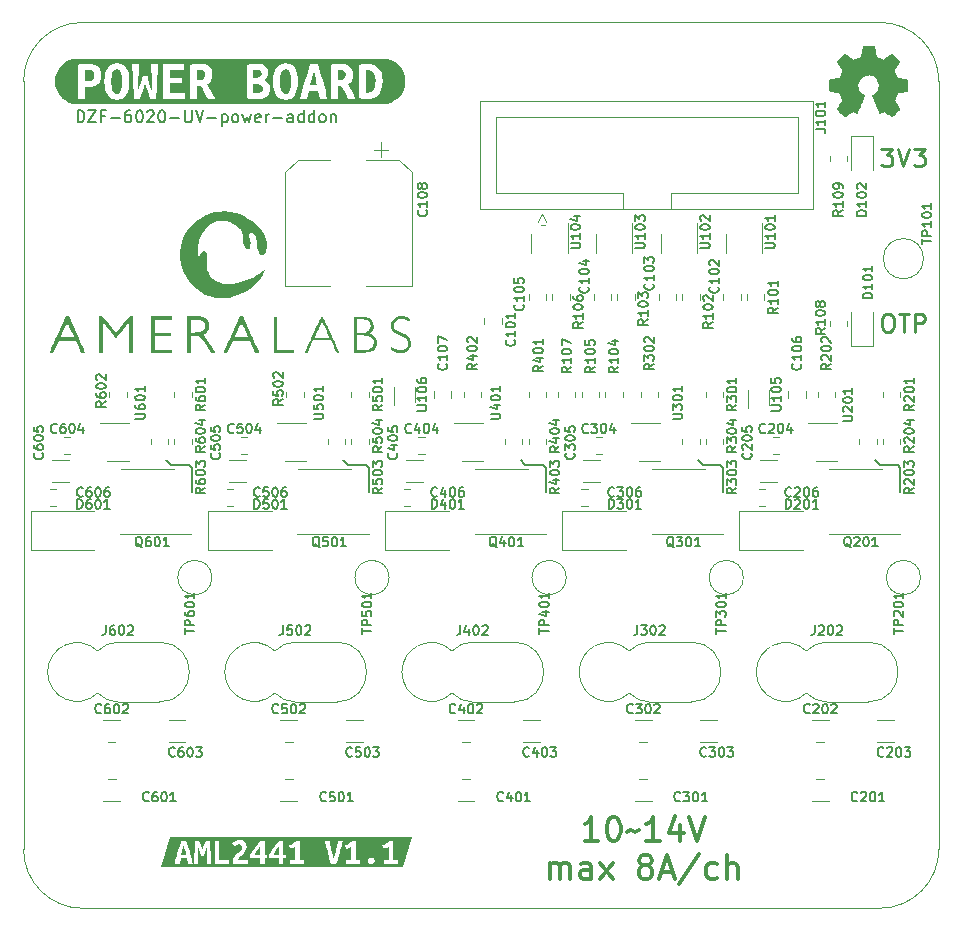
<source format=gbr>
G04 #@! TF.GenerationSoftware,KiCad,Pcbnew,6.0.10+dfsg-1~bpo11+1*
G04 #@! TF.ProjectId,pwr,7077722e-6b69-4636-9164-5f7063625858,rev?*
G04 #@! TF.SameCoordinates,Original*
G04 #@! TF.FileFunction,Legend,Top*
G04 #@! TF.FilePolarity,Positive*
%FSLAX46Y46*%
G04 Gerber Fmt 4.6, Leading zero omitted, Abs format (unit mm)*
%MOMM*%
%LPD*%
G01*
G04 APERTURE LIST*
%ADD10C,0.150000*%
G04 #@! TA.AperFunction,Profile*
%ADD11C,0.100000*%
G04 #@! TD*
%ADD12C,0.250000*%
%ADD13C,0.300000*%
%ADD14C,0.120000*%
%ADD15C,0.010000*%
%ADD16C,2.500000*%
%ADD17C,0.800000*%
%ADD18C,6.400000*%
%ADD19C,0.700000*%
%ADD20R,2.500000X1.800000*%
%ADD21R,0.650000X0.500000*%
%ADD22R,4.120000X4.600000*%
%ADD23R,0.550000X0.500000*%
%ADD24R,1.560000X0.650000*%
%ADD25R,0.340000X0.700000*%
%ADD26C,3.000000*%
%ADD27C,1.700000*%
G04 APERTURE END LIST*
D10*
X185750000Y-92750000D02*
X185500000Y-92500000D01*
X170750000Y-92750000D02*
X170500000Y-92500000D01*
X155750000Y-92750000D02*
X155500000Y-92500000D01*
X140750000Y-92750000D02*
X140500000Y-92500000D01*
X125750000Y-92750000D02*
X125500000Y-92500000D01*
X184000000Y-92500000D02*
X183500000Y-92000000D01*
X169000000Y-92500000D02*
X168500000Y-92000000D01*
X154000000Y-92500000D02*
X153500000Y-92000000D01*
X139000000Y-92500000D02*
X138500000Y-92000000D01*
X124000000Y-92500000D02*
X123500000Y-92000000D01*
X185750000Y-94750000D02*
X185750000Y-92750000D01*
X170750000Y-94750000D02*
X170750000Y-92750000D01*
X155750000Y-94750000D02*
X155750000Y-92750000D01*
X140750000Y-94750000D02*
X140750000Y-92750000D01*
X125750000Y-94750000D02*
X125750000Y-92750000D01*
X185500000Y-92500000D02*
X184000000Y-92500000D01*
X170500000Y-92500000D02*
X169000000Y-92500000D01*
X155500000Y-92500000D02*
X154000000Y-92500000D01*
X140500000Y-92500000D02*
X139000000Y-92500000D01*
X125500000Y-92500000D02*
X124000000Y-92500000D01*
D11*
X184000000Y-130000000D02*
G75*
G03*
X189000000Y-125000000I0J5000000D01*
G01*
X111500000Y-125000000D02*
G75*
G03*
X116500000Y-130000000I5000000J0D01*
G01*
X116500000Y-55000000D02*
X184000000Y-55000000D01*
X111500000Y-125000000D02*
X111500000Y-60000000D01*
X189000000Y-60000000D02*
G75*
G03*
X184000000Y-55000000I-5000000J0D01*
G01*
X184000000Y-130000000D02*
X116500000Y-130000000D01*
X116500000Y-55000000D02*
G75*
G03*
X111500000Y-60000000I0J-5000000D01*
G01*
X189000000Y-60000000D02*
X189000000Y-125000000D01*
D12*
X184142857Y-65678571D02*
X185071428Y-65678571D01*
X184571428Y-66250000D01*
X184785714Y-66250000D01*
X184928571Y-66321428D01*
X185000000Y-66392857D01*
X185071428Y-66535714D01*
X185071428Y-66892857D01*
X185000000Y-67035714D01*
X184928571Y-67107142D01*
X184785714Y-67178571D01*
X184357142Y-67178571D01*
X184214285Y-67107142D01*
X184142857Y-67035714D01*
X185500000Y-65678571D02*
X186000000Y-67178571D01*
X186500000Y-65678571D01*
X186857142Y-65678571D02*
X187785714Y-65678571D01*
X187285714Y-66250000D01*
X187500000Y-66250000D01*
X187642857Y-66321428D01*
X187714285Y-66392857D01*
X187785714Y-66535714D01*
X187785714Y-66892857D01*
X187714285Y-67035714D01*
X187642857Y-67107142D01*
X187500000Y-67178571D01*
X187071428Y-67178571D01*
X186928571Y-67107142D01*
X186857142Y-67035714D01*
D10*
X116071428Y-63452380D02*
X116071428Y-62452380D01*
X116309523Y-62452380D01*
X116452380Y-62500000D01*
X116547619Y-62595238D01*
X116595238Y-62690476D01*
X116642857Y-62880952D01*
X116642857Y-63023809D01*
X116595238Y-63214285D01*
X116547619Y-63309523D01*
X116452380Y-63404761D01*
X116309523Y-63452380D01*
X116071428Y-63452380D01*
X116976190Y-62452380D02*
X117642857Y-62452380D01*
X116976190Y-63452380D01*
X117642857Y-63452380D01*
X118357142Y-62928571D02*
X118023809Y-62928571D01*
X118023809Y-63452380D02*
X118023809Y-62452380D01*
X118500000Y-62452380D01*
X118880952Y-63071428D02*
X119642857Y-63071428D01*
X120547619Y-62452380D02*
X120357142Y-62452380D01*
X120261904Y-62500000D01*
X120214285Y-62547619D01*
X120119047Y-62690476D01*
X120071428Y-62880952D01*
X120071428Y-63261904D01*
X120119047Y-63357142D01*
X120166666Y-63404761D01*
X120261904Y-63452380D01*
X120452380Y-63452380D01*
X120547619Y-63404761D01*
X120595238Y-63357142D01*
X120642857Y-63261904D01*
X120642857Y-63023809D01*
X120595238Y-62928571D01*
X120547619Y-62880952D01*
X120452380Y-62833333D01*
X120261904Y-62833333D01*
X120166666Y-62880952D01*
X120119047Y-62928571D01*
X120071428Y-63023809D01*
X121261904Y-62452380D02*
X121357142Y-62452380D01*
X121452380Y-62500000D01*
X121500000Y-62547619D01*
X121547619Y-62642857D01*
X121595238Y-62833333D01*
X121595238Y-63071428D01*
X121547619Y-63261904D01*
X121500000Y-63357142D01*
X121452380Y-63404761D01*
X121357142Y-63452380D01*
X121261904Y-63452380D01*
X121166666Y-63404761D01*
X121119047Y-63357142D01*
X121071428Y-63261904D01*
X121023809Y-63071428D01*
X121023809Y-62833333D01*
X121071428Y-62642857D01*
X121119047Y-62547619D01*
X121166666Y-62500000D01*
X121261904Y-62452380D01*
X121976190Y-62547619D02*
X122023809Y-62500000D01*
X122119047Y-62452380D01*
X122357142Y-62452380D01*
X122452380Y-62500000D01*
X122500000Y-62547619D01*
X122547619Y-62642857D01*
X122547619Y-62738095D01*
X122500000Y-62880952D01*
X121928571Y-63452380D01*
X122547619Y-63452380D01*
X123166666Y-62452380D02*
X123261904Y-62452380D01*
X123357142Y-62500000D01*
X123404761Y-62547619D01*
X123452380Y-62642857D01*
X123500000Y-62833333D01*
X123500000Y-63071428D01*
X123452380Y-63261904D01*
X123404761Y-63357142D01*
X123357142Y-63404761D01*
X123261904Y-63452380D01*
X123166666Y-63452380D01*
X123071428Y-63404761D01*
X123023809Y-63357142D01*
X122976190Y-63261904D01*
X122928571Y-63071428D01*
X122928571Y-62833333D01*
X122976190Y-62642857D01*
X123023809Y-62547619D01*
X123071428Y-62500000D01*
X123166666Y-62452380D01*
X123928571Y-63071428D02*
X124690476Y-63071428D01*
X125166666Y-62452380D02*
X125166666Y-63261904D01*
X125214285Y-63357142D01*
X125261904Y-63404761D01*
X125357142Y-63452380D01*
X125547619Y-63452380D01*
X125642857Y-63404761D01*
X125690476Y-63357142D01*
X125738095Y-63261904D01*
X125738095Y-62452380D01*
X126071428Y-62452380D02*
X126404761Y-63452380D01*
X126738095Y-62452380D01*
X127071428Y-63071428D02*
X127833333Y-63071428D01*
X128309523Y-62785714D02*
X128309523Y-63785714D01*
X128309523Y-62833333D02*
X128404761Y-62785714D01*
X128595238Y-62785714D01*
X128690476Y-62833333D01*
X128738095Y-62880952D01*
X128785714Y-62976190D01*
X128785714Y-63261904D01*
X128738095Y-63357142D01*
X128690476Y-63404761D01*
X128595238Y-63452380D01*
X128404761Y-63452380D01*
X128309523Y-63404761D01*
X129357142Y-63452380D02*
X129261904Y-63404761D01*
X129214285Y-63357142D01*
X129166666Y-63261904D01*
X129166666Y-62976190D01*
X129214285Y-62880952D01*
X129261904Y-62833333D01*
X129357142Y-62785714D01*
X129500000Y-62785714D01*
X129595238Y-62833333D01*
X129642857Y-62880952D01*
X129690476Y-62976190D01*
X129690476Y-63261904D01*
X129642857Y-63357142D01*
X129595238Y-63404761D01*
X129500000Y-63452380D01*
X129357142Y-63452380D01*
X130023809Y-62785714D02*
X130214285Y-63452380D01*
X130404761Y-62976190D01*
X130595238Y-63452380D01*
X130785714Y-62785714D01*
X131547619Y-63404761D02*
X131452380Y-63452380D01*
X131261904Y-63452380D01*
X131166666Y-63404761D01*
X131119047Y-63309523D01*
X131119047Y-62928571D01*
X131166666Y-62833333D01*
X131261904Y-62785714D01*
X131452380Y-62785714D01*
X131547619Y-62833333D01*
X131595238Y-62928571D01*
X131595238Y-63023809D01*
X131119047Y-63119047D01*
X132023809Y-63452380D02*
X132023809Y-62785714D01*
X132023809Y-62976190D02*
X132071428Y-62880952D01*
X132119047Y-62833333D01*
X132214285Y-62785714D01*
X132309523Y-62785714D01*
X132642857Y-63071428D02*
X133404761Y-63071428D01*
X134309523Y-63452380D02*
X134309523Y-62928571D01*
X134261904Y-62833333D01*
X134166666Y-62785714D01*
X133976190Y-62785714D01*
X133880952Y-62833333D01*
X134309523Y-63404761D02*
X134214285Y-63452380D01*
X133976190Y-63452380D01*
X133880952Y-63404761D01*
X133833333Y-63309523D01*
X133833333Y-63214285D01*
X133880952Y-63119047D01*
X133976190Y-63071428D01*
X134214285Y-63071428D01*
X134309523Y-63023809D01*
X135214285Y-63452380D02*
X135214285Y-62452380D01*
X135214285Y-63404761D02*
X135119047Y-63452380D01*
X134928571Y-63452380D01*
X134833333Y-63404761D01*
X134785714Y-63357142D01*
X134738095Y-63261904D01*
X134738095Y-62976190D01*
X134785714Y-62880952D01*
X134833333Y-62833333D01*
X134928571Y-62785714D01*
X135119047Y-62785714D01*
X135214285Y-62833333D01*
X136119047Y-63452380D02*
X136119047Y-62452380D01*
X136119047Y-63404761D02*
X136023809Y-63452380D01*
X135833333Y-63452380D01*
X135738095Y-63404761D01*
X135690476Y-63357142D01*
X135642857Y-63261904D01*
X135642857Y-62976190D01*
X135690476Y-62880952D01*
X135738095Y-62833333D01*
X135833333Y-62785714D01*
X136023809Y-62785714D01*
X136119047Y-62833333D01*
X136738095Y-63452380D02*
X136642857Y-63404761D01*
X136595238Y-63357142D01*
X136547619Y-63261904D01*
X136547619Y-62976190D01*
X136595238Y-62880952D01*
X136642857Y-62833333D01*
X136738095Y-62785714D01*
X136880952Y-62785714D01*
X136976190Y-62833333D01*
X137023809Y-62880952D01*
X137071428Y-62976190D01*
X137071428Y-63261904D01*
X137023809Y-63357142D01*
X136976190Y-63404761D01*
X136880952Y-63452380D01*
X136738095Y-63452380D01*
X137500000Y-62785714D02*
X137500000Y-63452380D01*
X137500000Y-62880952D02*
X137547619Y-62833333D01*
X137642857Y-62785714D01*
X137785714Y-62785714D01*
X137880952Y-62833333D01*
X137928571Y-62928571D01*
X137928571Y-63452380D01*
D12*
X184535714Y-79678571D02*
X184821428Y-79678571D01*
X184964285Y-79750000D01*
X185107142Y-79892857D01*
X185178571Y-80178571D01*
X185178571Y-80678571D01*
X185107142Y-80964285D01*
X184964285Y-81107142D01*
X184821428Y-81178571D01*
X184535714Y-81178571D01*
X184392857Y-81107142D01*
X184250000Y-80964285D01*
X184178571Y-80678571D01*
X184178571Y-80178571D01*
X184250000Y-79892857D01*
X184392857Y-79750000D01*
X184535714Y-79678571D01*
X185607142Y-79678571D02*
X186464285Y-79678571D01*
X186035714Y-81178571D02*
X186035714Y-79678571D01*
X186964285Y-81178571D02*
X186964285Y-79678571D01*
X187535714Y-79678571D01*
X187678571Y-79750000D01*
X187750000Y-79821428D01*
X187821428Y-79964285D01*
X187821428Y-80178571D01*
X187750000Y-80321428D01*
X187678571Y-80392857D01*
X187535714Y-80464285D01*
X186964285Y-80464285D01*
D13*
X160142857Y-124294761D02*
X159000000Y-124294761D01*
X159571428Y-124294761D02*
X159571428Y-122294761D01*
X159380952Y-122580476D01*
X159190476Y-122770952D01*
X159000000Y-122866190D01*
X161380952Y-122294761D02*
X161571428Y-122294761D01*
X161761904Y-122390000D01*
X161857142Y-122485238D01*
X161952380Y-122675714D01*
X162047619Y-123056666D01*
X162047619Y-123532857D01*
X161952380Y-123913809D01*
X161857142Y-124104285D01*
X161761904Y-124199523D01*
X161571428Y-124294761D01*
X161380952Y-124294761D01*
X161190476Y-124199523D01*
X161095238Y-124104285D01*
X161000000Y-123913809D01*
X160904761Y-123532857D01*
X160904761Y-123056666D01*
X161000000Y-122675714D01*
X161095238Y-122485238D01*
X161190476Y-122390000D01*
X161380952Y-122294761D01*
X162619047Y-123532857D02*
X162714285Y-123437619D01*
X162904761Y-123342380D01*
X163285714Y-123532857D01*
X163476190Y-123437619D01*
X163571428Y-123342380D01*
X165380952Y-124294761D02*
X164238095Y-124294761D01*
X164809523Y-124294761D02*
X164809523Y-122294761D01*
X164619047Y-122580476D01*
X164428571Y-122770952D01*
X164238095Y-122866190D01*
X167095238Y-122961428D02*
X167095238Y-124294761D01*
X166619047Y-122199523D02*
X166142857Y-123628095D01*
X167380952Y-123628095D01*
X167857142Y-122294761D02*
X168523809Y-124294761D01*
X169190476Y-122294761D01*
X156047619Y-127514761D02*
X156047619Y-126181428D01*
X156047619Y-126371904D02*
X156142857Y-126276666D01*
X156333333Y-126181428D01*
X156619047Y-126181428D01*
X156809523Y-126276666D01*
X156904761Y-126467142D01*
X156904761Y-127514761D01*
X156904761Y-126467142D02*
X157000000Y-126276666D01*
X157190476Y-126181428D01*
X157476190Y-126181428D01*
X157666666Y-126276666D01*
X157761904Y-126467142D01*
X157761904Y-127514761D01*
X159571428Y-127514761D02*
X159571428Y-126467142D01*
X159476190Y-126276666D01*
X159285714Y-126181428D01*
X158904761Y-126181428D01*
X158714285Y-126276666D01*
X159571428Y-127419523D02*
X159380952Y-127514761D01*
X158904761Y-127514761D01*
X158714285Y-127419523D01*
X158619047Y-127229047D01*
X158619047Y-127038571D01*
X158714285Y-126848095D01*
X158904761Y-126752857D01*
X159380952Y-126752857D01*
X159571428Y-126657619D01*
X160333333Y-127514761D02*
X161380952Y-126181428D01*
X160333333Y-126181428D02*
X161380952Y-127514761D01*
X163952380Y-126371904D02*
X163761904Y-126276666D01*
X163666666Y-126181428D01*
X163571428Y-125990952D01*
X163571428Y-125895714D01*
X163666666Y-125705238D01*
X163761904Y-125610000D01*
X163952380Y-125514761D01*
X164333333Y-125514761D01*
X164523809Y-125610000D01*
X164619047Y-125705238D01*
X164714285Y-125895714D01*
X164714285Y-125990952D01*
X164619047Y-126181428D01*
X164523809Y-126276666D01*
X164333333Y-126371904D01*
X163952380Y-126371904D01*
X163761904Y-126467142D01*
X163666666Y-126562380D01*
X163571428Y-126752857D01*
X163571428Y-127133809D01*
X163666666Y-127324285D01*
X163761904Y-127419523D01*
X163952380Y-127514761D01*
X164333333Y-127514761D01*
X164523809Y-127419523D01*
X164619047Y-127324285D01*
X164714285Y-127133809D01*
X164714285Y-126752857D01*
X164619047Y-126562380D01*
X164523809Y-126467142D01*
X164333333Y-126371904D01*
X165476190Y-126943333D02*
X166428571Y-126943333D01*
X165285714Y-127514761D02*
X165952380Y-125514761D01*
X166619047Y-127514761D01*
X168714285Y-125419523D02*
X167000000Y-127990952D01*
X170238095Y-127419523D02*
X170047619Y-127514761D01*
X169666666Y-127514761D01*
X169476190Y-127419523D01*
X169380952Y-127324285D01*
X169285714Y-127133809D01*
X169285714Y-126562380D01*
X169380952Y-126371904D01*
X169476190Y-126276666D01*
X169666666Y-126181428D01*
X170047619Y-126181428D01*
X170238095Y-126276666D01*
X171095238Y-127514761D02*
X171095238Y-125514761D01*
X171952380Y-127514761D02*
X171952380Y-126467142D01*
X171857142Y-126276666D01*
X171666666Y-126181428D01*
X171380952Y-126181428D01*
X171190476Y-126276666D01*
X171095238Y-126371904D01*
D10*
X161861904Y-84145238D02*
X161480952Y-84411904D01*
X161861904Y-84602380D02*
X161061904Y-84602380D01*
X161061904Y-84297619D01*
X161100000Y-84221428D01*
X161138095Y-84183333D01*
X161214285Y-84145238D01*
X161328571Y-84145238D01*
X161404761Y-84183333D01*
X161442857Y-84221428D01*
X161480952Y-84297619D01*
X161480952Y-84602380D01*
X161861904Y-83383333D02*
X161861904Y-83840476D01*
X161861904Y-83611904D02*
X161061904Y-83611904D01*
X161176190Y-83688095D01*
X161252380Y-83764285D01*
X161290476Y-83840476D01*
X161061904Y-82888095D02*
X161061904Y-82811904D01*
X161100000Y-82735714D01*
X161138095Y-82697619D01*
X161214285Y-82659523D01*
X161366666Y-82621428D01*
X161557142Y-82621428D01*
X161709523Y-82659523D01*
X161785714Y-82697619D01*
X161823809Y-82735714D01*
X161861904Y-82811904D01*
X161861904Y-82888095D01*
X161823809Y-82964285D01*
X161785714Y-83002380D01*
X161709523Y-83040476D01*
X161557142Y-83078571D01*
X161366666Y-83078571D01*
X161214285Y-83040476D01*
X161138095Y-83002380D01*
X161100000Y-82964285D01*
X161061904Y-82888095D01*
X161328571Y-81935714D02*
X161861904Y-81935714D01*
X161023809Y-82126190D02*
X161595238Y-82316666D01*
X161595238Y-81821428D01*
X180861904Y-70895238D02*
X180480952Y-71161904D01*
X180861904Y-71352380D02*
X180061904Y-71352380D01*
X180061904Y-71047619D01*
X180100000Y-70971428D01*
X180138095Y-70933333D01*
X180214285Y-70895238D01*
X180328571Y-70895238D01*
X180404761Y-70933333D01*
X180442857Y-70971428D01*
X180480952Y-71047619D01*
X180480952Y-71352380D01*
X180861904Y-70133333D02*
X180861904Y-70590476D01*
X180861904Y-70361904D02*
X180061904Y-70361904D01*
X180176190Y-70438095D01*
X180252380Y-70514285D01*
X180290476Y-70590476D01*
X180061904Y-69638095D02*
X180061904Y-69561904D01*
X180100000Y-69485714D01*
X180138095Y-69447619D01*
X180214285Y-69409523D01*
X180366666Y-69371428D01*
X180557142Y-69371428D01*
X180709523Y-69409523D01*
X180785714Y-69447619D01*
X180823809Y-69485714D01*
X180861904Y-69561904D01*
X180861904Y-69638095D01*
X180823809Y-69714285D01*
X180785714Y-69752380D01*
X180709523Y-69790476D01*
X180557142Y-69828571D01*
X180366666Y-69828571D01*
X180214285Y-69790476D01*
X180138095Y-69752380D01*
X180100000Y-69714285D01*
X180061904Y-69638095D01*
X180861904Y-68990476D02*
X180861904Y-68838095D01*
X180823809Y-68761904D01*
X180785714Y-68723809D01*
X180671428Y-68647619D01*
X180519047Y-68609523D01*
X180214285Y-68609523D01*
X180138095Y-68647619D01*
X180100000Y-68685714D01*
X180061904Y-68761904D01*
X180061904Y-68914285D01*
X180100000Y-68990476D01*
X180138095Y-69028571D01*
X180214285Y-69066666D01*
X180404761Y-69066666D01*
X180480952Y-69028571D01*
X180519047Y-68990476D01*
X180557142Y-68914285D01*
X180557142Y-68761904D01*
X180519047Y-68685714D01*
X180480952Y-68647619D01*
X180404761Y-68609523D01*
X175361904Y-79142738D02*
X174980952Y-79409404D01*
X175361904Y-79599880D02*
X174561904Y-79599880D01*
X174561904Y-79295119D01*
X174600000Y-79218928D01*
X174638095Y-79180833D01*
X174714285Y-79142738D01*
X174828571Y-79142738D01*
X174904761Y-79180833D01*
X174942857Y-79218928D01*
X174980952Y-79295119D01*
X174980952Y-79599880D01*
X175361904Y-78380833D02*
X175361904Y-78837976D01*
X175361904Y-78609404D02*
X174561904Y-78609404D01*
X174676190Y-78685595D01*
X174752380Y-78761785D01*
X174790476Y-78837976D01*
X174561904Y-77885595D02*
X174561904Y-77809404D01*
X174600000Y-77733214D01*
X174638095Y-77695119D01*
X174714285Y-77657023D01*
X174866666Y-77618928D01*
X175057142Y-77618928D01*
X175209523Y-77657023D01*
X175285714Y-77695119D01*
X175323809Y-77733214D01*
X175361904Y-77809404D01*
X175361904Y-77885595D01*
X175323809Y-77961785D01*
X175285714Y-77999880D01*
X175209523Y-78037976D01*
X175057142Y-78076071D01*
X174866666Y-78076071D01*
X174714285Y-78037976D01*
X174638095Y-77999880D01*
X174600000Y-77961785D01*
X174561904Y-77885595D01*
X175361904Y-76857023D02*
X175361904Y-77314166D01*
X175361904Y-77085595D02*
X174561904Y-77085595D01*
X174676190Y-77161785D01*
X174752380Y-77237976D01*
X174790476Y-77314166D01*
X118461904Y-87095238D02*
X118080952Y-87361904D01*
X118461904Y-87552380D02*
X117661904Y-87552380D01*
X117661904Y-87247619D01*
X117700000Y-87171428D01*
X117738095Y-87133333D01*
X117814285Y-87095238D01*
X117928571Y-87095238D01*
X118004761Y-87133333D01*
X118042857Y-87171428D01*
X118080952Y-87247619D01*
X118080952Y-87552380D01*
X117661904Y-86409523D02*
X117661904Y-86561904D01*
X117700000Y-86638095D01*
X117738095Y-86676190D01*
X117852380Y-86752380D01*
X118004761Y-86790476D01*
X118309523Y-86790476D01*
X118385714Y-86752380D01*
X118423809Y-86714285D01*
X118461904Y-86638095D01*
X118461904Y-86485714D01*
X118423809Y-86409523D01*
X118385714Y-86371428D01*
X118309523Y-86333333D01*
X118119047Y-86333333D01*
X118042857Y-86371428D01*
X118004761Y-86409523D01*
X117966666Y-86485714D01*
X117966666Y-86638095D01*
X118004761Y-86714285D01*
X118042857Y-86752380D01*
X118119047Y-86790476D01*
X117661904Y-85838095D02*
X117661904Y-85761904D01*
X117700000Y-85685714D01*
X117738095Y-85647619D01*
X117814285Y-85609523D01*
X117966666Y-85571428D01*
X118157142Y-85571428D01*
X118309523Y-85609523D01*
X118385714Y-85647619D01*
X118423809Y-85685714D01*
X118461904Y-85761904D01*
X118461904Y-85838095D01*
X118423809Y-85914285D01*
X118385714Y-85952380D01*
X118309523Y-85990476D01*
X118157142Y-86028571D01*
X117966666Y-86028571D01*
X117814285Y-85990476D01*
X117738095Y-85952380D01*
X117700000Y-85914285D01*
X117661904Y-85838095D01*
X117738095Y-85266666D02*
X117700000Y-85228571D01*
X117661904Y-85152380D01*
X117661904Y-84961904D01*
X117700000Y-84885714D01*
X117738095Y-84847619D01*
X117814285Y-84809523D01*
X117890476Y-84809523D01*
X118004761Y-84847619D01*
X118461904Y-85304761D01*
X118461904Y-84809523D01*
X141861904Y-87395238D02*
X141480952Y-87661904D01*
X141861904Y-87852380D02*
X141061904Y-87852380D01*
X141061904Y-87547619D01*
X141100000Y-87471428D01*
X141138095Y-87433333D01*
X141214285Y-87395238D01*
X141328571Y-87395238D01*
X141404761Y-87433333D01*
X141442857Y-87471428D01*
X141480952Y-87547619D01*
X141480952Y-87852380D01*
X141061904Y-86671428D02*
X141061904Y-87052380D01*
X141442857Y-87090476D01*
X141404761Y-87052380D01*
X141366666Y-86976190D01*
X141366666Y-86785714D01*
X141404761Y-86709523D01*
X141442857Y-86671428D01*
X141519047Y-86633333D01*
X141709523Y-86633333D01*
X141785714Y-86671428D01*
X141823809Y-86709523D01*
X141861904Y-86785714D01*
X141861904Y-86976190D01*
X141823809Y-87052380D01*
X141785714Y-87090476D01*
X141061904Y-86138095D02*
X141061904Y-86061904D01*
X141100000Y-85985714D01*
X141138095Y-85947619D01*
X141214285Y-85909523D01*
X141366666Y-85871428D01*
X141557142Y-85871428D01*
X141709523Y-85909523D01*
X141785714Y-85947619D01*
X141823809Y-85985714D01*
X141861904Y-86061904D01*
X141861904Y-86138095D01*
X141823809Y-86214285D01*
X141785714Y-86252380D01*
X141709523Y-86290476D01*
X141557142Y-86328571D01*
X141366666Y-86328571D01*
X141214285Y-86290476D01*
X141138095Y-86252380D01*
X141100000Y-86214285D01*
X141061904Y-86138095D01*
X141861904Y-85109523D02*
X141861904Y-85566666D01*
X141861904Y-85338095D02*
X141061904Y-85338095D01*
X141176190Y-85414285D01*
X141252380Y-85490476D01*
X141290476Y-85566666D01*
X133461904Y-86895238D02*
X133080952Y-87161904D01*
X133461904Y-87352380D02*
X132661904Y-87352380D01*
X132661904Y-87047619D01*
X132700000Y-86971428D01*
X132738095Y-86933333D01*
X132814285Y-86895238D01*
X132928571Y-86895238D01*
X133004761Y-86933333D01*
X133042857Y-86971428D01*
X133080952Y-87047619D01*
X133080952Y-87352380D01*
X132661904Y-86171428D02*
X132661904Y-86552380D01*
X133042857Y-86590476D01*
X133004761Y-86552380D01*
X132966666Y-86476190D01*
X132966666Y-86285714D01*
X133004761Y-86209523D01*
X133042857Y-86171428D01*
X133119047Y-86133333D01*
X133309523Y-86133333D01*
X133385714Y-86171428D01*
X133423809Y-86209523D01*
X133461904Y-86285714D01*
X133461904Y-86476190D01*
X133423809Y-86552380D01*
X133385714Y-86590476D01*
X132661904Y-85638095D02*
X132661904Y-85561904D01*
X132700000Y-85485714D01*
X132738095Y-85447619D01*
X132814285Y-85409523D01*
X132966666Y-85371428D01*
X133157142Y-85371428D01*
X133309523Y-85409523D01*
X133385714Y-85447619D01*
X133423809Y-85485714D01*
X133461904Y-85561904D01*
X133461904Y-85638095D01*
X133423809Y-85714285D01*
X133385714Y-85752380D01*
X133309523Y-85790476D01*
X133157142Y-85828571D01*
X132966666Y-85828571D01*
X132814285Y-85790476D01*
X132738095Y-85752380D01*
X132700000Y-85714285D01*
X132661904Y-85638095D01*
X132738095Y-85066666D02*
X132700000Y-85028571D01*
X132661904Y-84952380D01*
X132661904Y-84761904D01*
X132700000Y-84685714D01*
X132738095Y-84647619D01*
X132814285Y-84609523D01*
X132890476Y-84609523D01*
X133004761Y-84647619D01*
X133461904Y-85104761D01*
X133461904Y-84609523D01*
X155161904Y-106771428D02*
X155161904Y-106314285D01*
X155961904Y-106542857D02*
X155161904Y-106542857D01*
X155961904Y-106047619D02*
X155161904Y-106047619D01*
X155161904Y-105742857D01*
X155200000Y-105666666D01*
X155238095Y-105628571D01*
X155314285Y-105590476D01*
X155428571Y-105590476D01*
X155504761Y-105628571D01*
X155542857Y-105666666D01*
X155580952Y-105742857D01*
X155580952Y-106047619D01*
X155428571Y-104904761D02*
X155961904Y-104904761D01*
X155123809Y-105095238D02*
X155695238Y-105285714D01*
X155695238Y-104790476D01*
X155161904Y-104333333D02*
X155161904Y-104257142D01*
X155200000Y-104180952D01*
X155238095Y-104142857D01*
X155314285Y-104104761D01*
X155466666Y-104066666D01*
X155657142Y-104066666D01*
X155809523Y-104104761D01*
X155885714Y-104142857D01*
X155923809Y-104180952D01*
X155961904Y-104257142D01*
X155961904Y-104333333D01*
X155923809Y-104409523D01*
X155885714Y-104447619D01*
X155809523Y-104485714D01*
X155657142Y-104523809D01*
X155466666Y-104523809D01*
X155314285Y-104485714D01*
X155238095Y-104447619D01*
X155200000Y-104409523D01*
X155161904Y-104333333D01*
X155961904Y-103304761D02*
X155961904Y-103761904D01*
X155961904Y-103533333D02*
X155161904Y-103533333D01*
X155276190Y-103609523D01*
X155352380Y-103685714D01*
X155390476Y-103761904D01*
X186861904Y-94395238D02*
X186480952Y-94661904D01*
X186861904Y-94852380D02*
X186061904Y-94852380D01*
X186061904Y-94547619D01*
X186100000Y-94471428D01*
X186138095Y-94433333D01*
X186214285Y-94395238D01*
X186328571Y-94395238D01*
X186404761Y-94433333D01*
X186442857Y-94471428D01*
X186480952Y-94547619D01*
X186480952Y-94852380D01*
X186138095Y-94090476D02*
X186100000Y-94052380D01*
X186061904Y-93976190D01*
X186061904Y-93785714D01*
X186100000Y-93709523D01*
X186138095Y-93671428D01*
X186214285Y-93633333D01*
X186290476Y-93633333D01*
X186404761Y-93671428D01*
X186861904Y-94128571D01*
X186861904Y-93633333D01*
X186061904Y-93138095D02*
X186061904Y-93061904D01*
X186100000Y-92985714D01*
X186138095Y-92947619D01*
X186214285Y-92909523D01*
X186366666Y-92871428D01*
X186557142Y-92871428D01*
X186709523Y-92909523D01*
X186785714Y-92947619D01*
X186823809Y-92985714D01*
X186861904Y-93061904D01*
X186861904Y-93138095D01*
X186823809Y-93214285D01*
X186785714Y-93252380D01*
X186709523Y-93290476D01*
X186557142Y-93328571D01*
X186366666Y-93328571D01*
X186214285Y-93290476D01*
X186138095Y-93252380D01*
X186100000Y-93214285D01*
X186061904Y-93138095D01*
X186061904Y-92604761D02*
X186061904Y-92109523D01*
X186366666Y-92376190D01*
X186366666Y-92261904D01*
X186404761Y-92185714D01*
X186442857Y-92147619D01*
X186519047Y-92109523D01*
X186709523Y-92109523D01*
X186785714Y-92147619D01*
X186823809Y-92185714D01*
X186861904Y-92261904D01*
X186861904Y-92490476D01*
X186823809Y-92566666D01*
X186785714Y-92604761D01*
X161504761Y-95085714D02*
X161466666Y-95123809D01*
X161352380Y-95161904D01*
X161276190Y-95161904D01*
X161161904Y-95123809D01*
X161085714Y-95047619D01*
X161047619Y-94971428D01*
X161009523Y-94819047D01*
X161009523Y-94704761D01*
X161047619Y-94552380D01*
X161085714Y-94476190D01*
X161161904Y-94400000D01*
X161276190Y-94361904D01*
X161352380Y-94361904D01*
X161466666Y-94400000D01*
X161504761Y-94438095D01*
X161771428Y-94361904D02*
X162266666Y-94361904D01*
X162000000Y-94666666D01*
X162114285Y-94666666D01*
X162190476Y-94704761D01*
X162228571Y-94742857D01*
X162266666Y-94819047D01*
X162266666Y-95009523D01*
X162228571Y-95085714D01*
X162190476Y-95123809D01*
X162114285Y-95161904D01*
X161885714Y-95161904D01*
X161809523Y-95123809D01*
X161771428Y-95085714D01*
X162761904Y-94361904D02*
X162838095Y-94361904D01*
X162914285Y-94400000D01*
X162952380Y-94438095D01*
X162990476Y-94514285D01*
X163028571Y-94666666D01*
X163028571Y-94857142D01*
X162990476Y-95009523D01*
X162952380Y-95085714D01*
X162914285Y-95123809D01*
X162838095Y-95161904D01*
X162761904Y-95161904D01*
X162685714Y-95123809D01*
X162647619Y-95085714D01*
X162609523Y-95009523D01*
X162571428Y-94857142D01*
X162571428Y-94666666D01*
X162609523Y-94514285D01*
X162647619Y-94438095D01*
X162685714Y-94400000D01*
X162761904Y-94361904D01*
X163714285Y-94361904D02*
X163561904Y-94361904D01*
X163485714Y-94400000D01*
X163447619Y-94438095D01*
X163371428Y-94552380D01*
X163333333Y-94704761D01*
X163333333Y-95009523D01*
X163371428Y-95085714D01*
X163409523Y-95123809D01*
X163485714Y-95161904D01*
X163638095Y-95161904D01*
X163714285Y-95123809D01*
X163752380Y-95085714D01*
X163790476Y-95009523D01*
X163790476Y-94819047D01*
X163752380Y-94742857D01*
X163714285Y-94704761D01*
X163638095Y-94666666D01*
X163485714Y-94666666D01*
X163409523Y-94704761D01*
X163371428Y-94742857D01*
X163333333Y-94819047D01*
X170285714Y-77395238D02*
X170323809Y-77433333D01*
X170361904Y-77547619D01*
X170361904Y-77623809D01*
X170323809Y-77738095D01*
X170247619Y-77814285D01*
X170171428Y-77852380D01*
X170019047Y-77890476D01*
X169904761Y-77890476D01*
X169752380Y-77852380D01*
X169676190Y-77814285D01*
X169600000Y-77738095D01*
X169561904Y-77623809D01*
X169561904Y-77547619D01*
X169600000Y-77433333D01*
X169638095Y-77395238D01*
X170361904Y-76633333D02*
X170361904Y-77090476D01*
X170361904Y-76861904D02*
X169561904Y-76861904D01*
X169676190Y-76938095D01*
X169752380Y-77014285D01*
X169790476Y-77090476D01*
X169561904Y-76138095D02*
X169561904Y-76061904D01*
X169600000Y-75985714D01*
X169638095Y-75947619D01*
X169714285Y-75909523D01*
X169866666Y-75871428D01*
X170057142Y-75871428D01*
X170209523Y-75909523D01*
X170285714Y-75947619D01*
X170323809Y-75985714D01*
X170361904Y-76061904D01*
X170361904Y-76138095D01*
X170323809Y-76214285D01*
X170285714Y-76252380D01*
X170209523Y-76290476D01*
X170057142Y-76328571D01*
X169866666Y-76328571D01*
X169714285Y-76290476D01*
X169638095Y-76252380D01*
X169600000Y-76214285D01*
X169561904Y-76138095D01*
X169638095Y-75566666D02*
X169600000Y-75528571D01*
X169561904Y-75452380D01*
X169561904Y-75261904D01*
X169600000Y-75185714D01*
X169638095Y-75147619D01*
X169714285Y-75109523D01*
X169790476Y-75109523D01*
X169904761Y-75147619D01*
X170361904Y-75604761D01*
X170361904Y-75109523D01*
X158861904Y-80395238D02*
X158480952Y-80661904D01*
X158861904Y-80852380D02*
X158061904Y-80852380D01*
X158061904Y-80547619D01*
X158100000Y-80471428D01*
X158138095Y-80433333D01*
X158214285Y-80395238D01*
X158328571Y-80395238D01*
X158404761Y-80433333D01*
X158442857Y-80471428D01*
X158480952Y-80547619D01*
X158480952Y-80852380D01*
X158861904Y-79633333D02*
X158861904Y-80090476D01*
X158861904Y-79861904D02*
X158061904Y-79861904D01*
X158176190Y-79938095D01*
X158252380Y-80014285D01*
X158290476Y-80090476D01*
X158061904Y-79138095D02*
X158061904Y-79061904D01*
X158100000Y-78985714D01*
X158138095Y-78947619D01*
X158214285Y-78909523D01*
X158366666Y-78871428D01*
X158557142Y-78871428D01*
X158709523Y-78909523D01*
X158785714Y-78947619D01*
X158823809Y-78985714D01*
X158861904Y-79061904D01*
X158861904Y-79138095D01*
X158823809Y-79214285D01*
X158785714Y-79252380D01*
X158709523Y-79290476D01*
X158557142Y-79328571D01*
X158366666Y-79328571D01*
X158214285Y-79290476D01*
X158138095Y-79252380D01*
X158100000Y-79214285D01*
X158061904Y-79138095D01*
X158061904Y-78185714D02*
X158061904Y-78338095D01*
X158100000Y-78414285D01*
X158138095Y-78452380D01*
X158252380Y-78528571D01*
X158404761Y-78566666D01*
X158709523Y-78566666D01*
X158785714Y-78528571D01*
X158823809Y-78490476D01*
X158861904Y-78414285D01*
X158861904Y-78261904D01*
X158823809Y-78185714D01*
X158785714Y-78147619D01*
X158709523Y-78109523D01*
X158519047Y-78109523D01*
X158442857Y-78147619D01*
X158404761Y-78185714D01*
X158366666Y-78261904D01*
X158366666Y-78414285D01*
X158404761Y-78490476D01*
X158442857Y-78528571D01*
X158519047Y-78566666D01*
X173085714Y-91495238D02*
X173123809Y-91533333D01*
X173161904Y-91647619D01*
X173161904Y-91723809D01*
X173123809Y-91838095D01*
X173047619Y-91914285D01*
X172971428Y-91952380D01*
X172819047Y-91990476D01*
X172704761Y-91990476D01*
X172552380Y-91952380D01*
X172476190Y-91914285D01*
X172400000Y-91838095D01*
X172361904Y-91723809D01*
X172361904Y-91647619D01*
X172400000Y-91533333D01*
X172438095Y-91495238D01*
X172438095Y-91190476D02*
X172400000Y-91152380D01*
X172361904Y-91076190D01*
X172361904Y-90885714D01*
X172400000Y-90809523D01*
X172438095Y-90771428D01*
X172514285Y-90733333D01*
X172590476Y-90733333D01*
X172704761Y-90771428D01*
X173161904Y-91228571D01*
X173161904Y-90733333D01*
X172361904Y-90238095D02*
X172361904Y-90161904D01*
X172400000Y-90085714D01*
X172438095Y-90047619D01*
X172514285Y-90009523D01*
X172666666Y-89971428D01*
X172857142Y-89971428D01*
X173009523Y-90009523D01*
X173085714Y-90047619D01*
X173123809Y-90085714D01*
X173161904Y-90161904D01*
X173161904Y-90238095D01*
X173123809Y-90314285D01*
X173085714Y-90352380D01*
X173009523Y-90390476D01*
X172857142Y-90428571D01*
X172666666Y-90428571D01*
X172514285Y-90390476D01*
X172438095Y-90352380D01*
X172400000Y-90314285D01*
X172361904Y-90238095D01*
X172361904Y-89247619D02*
X172361904Y-89628571D01*
X172742857Y-89666666D01*
X172704761Y-89628571D01*
X172666666Y-89552380D01*
X172666666Y-89361904D01*
X172704761Y-89285714D01*
X172742857Y-89247619D01*
X172819047Y-89209523D01*
X173009523Y-89209523D01*
X173085714Y-89247619D01*
X173123809Y-89285714D01*
X173161904Y-89361904D01*
X173161904Y-89552380D01*
X173123809Y-89628571D01*
X173085714Y-89666666D01*
X133471442Y-106061904D02*
X133471442Y-106633333D01*
X133433347Y-106747619D01*
X133357156Y-106823809D01*
X133242871Y-106861904D01*
X133166680Y-106861904D01*
X134233347Y-106061904D02*
X133852394Y-106061904D01*
X133814299Y-106442857D01*
X133852394Y-106404761D01*
X133928585Y-106366666D01*
X134119061Y-106366666D01*
X134195252Y-106404761D01*
X134233347Y-106442857D01*
X134271442Y-106519047D01*
X134271442Y-106709523D01*
X134233347Y-106785714D01*
X134195252Y-106823809D01*
X134119061Y-106861904D01*
X133928585Y-106861904D01*
X133852394Y-106823809D01*
X133814299Y-106785714D01*
X134766680Y-106061904D02*
X134842871Y-106061904D01*
X134919061Y-106100000D01*
X134957156Y-106138095D01*
X134995252Y-106214285D01*
X135033347Y-106366666D01*
X135033347Y-106557142D01*
X134995252Y-106709523D01*
X134957156Y-106785714D01*
X134919061Y-106823809D01*
X134842871Y-106861904D01*
X134766680Y-106861904D01*
X134690490Y-106823809D01*
X134652394Y-106785714D01*
X134614299Y-106709523D01*
X134576204Y-106557142D01*
X134576204Y-106366666D01*
X134614299Y-106214285D01*
X134652394Y-106138095D01*
X134690490Y-106100000D01*
X134766680Y-106061904D01*
X135338109Y-106138095D02*
X135376204Y-106100000D01*
X135452394Y-106061904D01*
X135642871Y-106061904D01*
X135719061Y-106100000D01*
X135757156Y-106138095D01*
X135795252Y-106214285D01*
X135795252Y-106290476D01*
X135757156Y-106404761D01*
X135300014Y-106861904D01*
X135795252Y-106861904D01*
X169304761Y-117085714D02*
X169266666Y-117123809D01*
X169152380Y-117161904D01*
X169076190Y-117161904D01*
X168961904Y-117123809D01*
X168885714Y-117047619D01*
X168847619Y-116971428D01*
X168809523Y-116819047D01*
X168809523Y-116704761D01*
X168847619Y-116552380D01*
X168885714Y-116476190D01*
X168961904Y-116400000D01*
X169076190Y-116361904D01*
X169152380Y-116361904D01*
X169266666Y-116400000D01*
X169304761Y-116438095D01*
X169571428Y-116361904D02*
X170066666Y-116361904D01*
X169800000Y-116666666D01*
X169914285Y-116666666D01*
X169990476Y-116704761D01*
X170028571Y-116742857D01*
X170066666Y-116819047D01*
X170066666Y-117009523D01*
X170028571Y-117085714D01*
X169990476Y-117123809D01*
X169914285Y-117161904D01*
X169685714Y-117161904D01*
X169609523Y-117123809D01*
X169571428Y-117085714D01*
X170561904Y-116361904D02*
X170638095Y-116361904D01*
X170714285Y-116400000D01*
X170752380Y-116438095D01*
X170790476Y-116514285D01*
X170828571Y-116666666D01*
X170828571Y-116857142D01*
X170790476Y-117009523D01*
X170752380Y-117085714D01*
X170714285Y-117123809D01*
X170638095Y-117161904D01*
X170561904Y-117161904D01*
X170485714Y-117123809D01*
X170447619Y-117085714D01*
X170409523Y-117009523D01*
X170371428Y-116857142D01*
X170371428Y-116666666D01*
X170409523Y-116514285D01*
X170447619Y-116438095D01*
X170485714Y-116400000D01*
X170561904Y-116361904D01*
X171095238Y-116361904D02*
X171590476Y-116361904D01*
X171323809Y-116666666D01*
X171438095Y-116666666D01*
X171514285Y-116704761D01*
X171552380Y-116742857D01*
X171590476Y-116819047D01*
X171590476Y-117009523D01*
X171552380Y-117085714D01*
X171514285Y-117123809D01*
X171438095Y-117161904D01*
X171209523Y-117161904D01*
X171133333Y-117123809D01*
X171095238Y-117085714D01*
X186861904Y-87395238D02*
X186480952Y-87661904D01*
X186861904Y-87852380D02*
X186061904Y-87852380D01*
X186061904Y-87547619D01*
X186100000Y-87471428D01*
X186138095Y-87433333D01*
X186214285Y-87395238D01*
X186328571Y-87395238D01*
X186404761Y-87433333D01*
X186442857Y-87471428D01*
X186480952Y-87547619D01*
X186480952Y-87852380D01*
X186138095Y-87090476D02*
X186100000Y-87052380D01*
X186061904Y-86976190D01*
X186061904Y-86785714D01*
X186100000Y-86709523D01*
X186138095Y-86671428D01*
X186214285Y-86633333D01*
X186290476Y-86633333D01*
X186404761Y-86671428D01*
X186861904Y-87128571D01*
X186861904Y-86633333D01*
X186061904Y-86138095D02*
X186061904Y-86061904D01*
X186100000Y-85985714D01*
X186138095Y-85947619D01*
X186214285Y-85909523D01*
X186366666Y-85871428D01*
X186557142Y-85871428D01*
X186709523Y-85909523D01*
X186785714Y-85947619D01*
X186823809Y-85985714D01*
X186861904Y-86061904D01*
X186861904Y-86138095D01*
X186823809Y-86214285D01*
X186785714Y-86252380D01*
X186709523Y-86290476D01*
X186557142Y-86328571D01*
X186366666Y-86328571D01*
X186214285Y-86290476D01*
X186138095Y-86252380D01*
X186100000Y-86214285D01*
X186061904Y-86138095D01*
X186861904Y-85109523D02*
X186861904Y-85566666D01*
X186861904Y-85338095D02*
X186061904Y-85338095D01*
X186176190Y-85414285D01*
X186252380Y-85490476D01*
X186290476Y-85566666D01*
X159285714Y-77395238D02*
X159323809Y-77433333D01*
X159361904Y-77547619D01*
X159361904Y-77623809D01*
X159323809Y-77738095D01*
X159247619Y-77814285D01*
X159171428Y-77852380D01*
X159019047Y-77890476D01*
X158904761Y-77890476D01*
X158752380Y-77852380D01*
X158676190Y-77814285D01*
X158600000Y-77738095D01*
X158561904Y-77623809D01*
X158561904Y-77547619D01*
X158600000Y-77433333D01*
X158638095Y-77395238D01*
X159361904Y-76633333D02*
X159361904Y-77090476D01*
X159361904Y-76861904D02*
X158561904Y-76861904D01*
X158676190Y-76938095D01*
X158752380Y-77014285D01*
X158790476Y-77090476D01*
X158561904Y-76138095D02*
X158561904Y-76061904D01*
X158600000Y-75985714D01*
X158638095Y-75947619D01*
X158714285Y-75909523D01*
X158866666Y-75871428D01*
X159057142Y-75871428D01*
X159209523Y-75909523D01*
X159285714Y-75947619D01*
X159323809Y-75985714D01*
X159361904Y-76061904D01*
X159361904Y-76138095D01*
X159323809Y-76214285D01*
X159285714Y-76252380D01*
X159209523Y-76290476D01*
X159057142Y-76328571D01*
X158866666Y-76328571D01*
X158714285Y-76290476D01*
X158638095Y-76252380D01*
X158600000Y-76214285D01*
X158561904Y-76138095D01*
X158828571Y-75185714D02*
X159361904Y-75185714D01*
X158523809Y-75376190D02*
X159095238Y-75566666D01*
X159095238Y-75071428D01*
X126861904Y-90895238D02*
X126480952Y-91161904D01*
X126861904Y-91352380D02*
X126061904Y-91352380D01*
X126061904Y-91047619D01*
X126100000Y-90971428D01*
X126138095Y-90933333D01*
X126214285Y-90895238D01*
X126328571Y-90895238D01*
X126404761Y-90933333D01*
X126442857Y-90971428D01*
X126480952Y-91047619D01*
X126480952Y-91352380D01*
X126061904Y-90209523D02*
X126061904Y-90361904D01*
X126100000Y-90438095D01*
X126138095Y-90476190D01*
X126252380Y-90552380D01*
X126404761Y-90590476D01*
X126709523Y-90590476D01*
X126785714Y-90552380D01*
X126823809Y-90514285D01*
X126861904Y-90438095D01*
X126861904Y-90285714D01*
X126823809Y-90209523D01*
X126785714Y-90171428D01*
X126709523Y-90133333D01*
X126519047Y-90133333D01*
X126442857Y-90171428D01*
X126404761Y-90209523D01*
X126366666Y-90285714D01*
X126366666Y-90438095D01*
X126404761Y-90514285D01*
X126442857Y-90552380D01*
X126519047Y-90590476D01*
X126061904Y-89638095D02*
X126061904Y-89561904D01*
X126100000Y-89485714D01*
X126138095Y-89447619D01*
X126214285Y-89409523D01*
X126366666Y-89371428D01*
X126557142Y-89371428D01*
X126709523Y-89409523D01*
X126785714Y-89447619D01*
X126823809Y-89485714D01*
X126861904Y-89561904D01*
X126861904Y-89638095D01*
X126823809Y-89714285D01*
X126785714Y-89752380D01*
X126709523Y-89790476D01*
X126557142Y-89828571D01*
X126366666Y-89828571D01*
X126214285Y-89790476D01*
X126138095Y-89752380D01*
X126100000Y-89714285D01*
X126061904Y-89638095D01*
X126328571Y-88685714D02*
X126861904Y-88685714D01*
X126023809Y-88876190D02*
X126595238Y-89066666D01*
X126595238Y-88571428D01*
X167104761Y-120885714D02*
X167066666Y-120923809D01*
X166952380Y-120961904D01*
X166876190Y-120961904D01*
X166761904Y-120923809D01*
X166685714Y-120847619D01*
X166647619Y-120771428D01*
X166609523Y-120619047D01*
X166609523Y-120504761D01*
X166647619Y-120352380D01*
X166685714Y-120276190D01*
X166761904Y-120200000D01*
X166876190Y-120161904D01*
X166952380Y-120161904D01*
X167066666Y-120200000D01*
X167104761Y-120238095D01*
X167371428Y-120161904D02*
X167866666Y-120161904D01*
X167600000Y-120466666D01*
X167714285Y-120466666D01*
X167790476Y-120504761D01*
X167828571Y-120542857D01*
X167866666Y-120619047D01*
X167866666Y-120809523D01*
X167828571Y-120885714D01*
X167790476Y-120923809D01*
X167714285Y-120961904D01*
X167485714Y-120961904D01*
X167409523Y-120923809D01*
X167371428Y-120885714D01*
X168361904Y-120161904D02*
X168438095Y-120161904D01*
X168514285Y-120200000D01*
X168552380Y-120238095D01*
X168590476Y-120314285D01*
X168628571Y-120466666D01*
X168628571Y-120657142D01*
X168590476Y-120809523D01*
X168552380Y-120885714D01*
X168514285Y-120923809D01*
X168438095Y-120961904D01*
X168361904Y-120961904D01*
X168285714Y-120923809D01*
X168247619Y-120885714D01*
X168209523Y-120809523D01*
X168171428Y-120657142D01*
X168171428Y-120466666D01*
X168209523Y-120314285D01*
X168247619Y-120238095D01*
X168285714Y-120200000D01*
X168361904Y-120161904D01*
X169390476Y-120961904D02*
X168933333Y-120961904D01*
X169161904Y-120961904D02*
X169161904Y-120161904D01*
X169085714Y-120276190D01*
X169009523Y-120352380D01*
X168933333Y-120390476D01*
X185161904Y-106771428D02*
X185161904Y-106314285D01*
X185961904Y-106542857D02*
X185161904Y-106542857D01*
X185961904Y-106047619D02*
X185161904Y-106047619D01*
X185161904Y-105742857D01*
X185200000Y-105666666D01*
X185238095Y-105628571D01*
X185314285Y-105590476D01*
X185428571Y-105590476D01*
X185504761Y-105628571D01*
X185542857Y-105666666D01*
X185580952Y-105742857D01*
X185580952Y-106047619D01*
X185238095Y-105285714D02*
X185200000Y-105247619D01*
X185161904Y-105171428D01*
X185161904Y-104980952D01*
X185200000Y-104904761D01*
X185238095Y-104866666D01*
X185314285Y-104828571D01*
X185390476Y-104828571D01*
X185504761Y-104866666D01*
X185961904Y-105323809D01*
X185961904Y-104828571D01*
X185161904Y-104333333D02*
X185161904Y-104257142D01*
X185200000Y-104180952D01*
X185238095Y-104142857D01*
X185314285Y-104104761D01*
X185466666Y-104066666D01*
X185657142Y-104066666D01*
X185809523Y-104104761D01*
X185885714Y-104142857D01*
X185923809Y-104180952D01*
X185961904Y-104257142D01*
X185961904Y-104333333D01*
X185923809Y-104409523D01*
X185885714Y-104447619D01*
X185809523Y-104485714D01*
X185657142Y-104523809D01*
X185466666Y-104523809D01*
X185314285Y-104485714D01*
X185238095Y-104447619D01*
X185200000Y-104409523D01*
X185161904Y-104333333D01*
X185961904Y-103304761D02*
X185961904Y-103761904D01*
X185961904Y-103533333D02*
X185161904Y-103533333D01*
X185276190Y-103609523D01*
X185352380Y-103685714D01*
X185390476Y-103761904D01*
X128085714Y-91495238D02*
X128123809Y-91533333D01*
X128161904Y-91647619D01*
X128161904Y-91723809D01*
X128123809Y-91838095D01*
X128047619Y-91914285D01*
X127971428Y-91952380D01*
X127819047Y-91990476D01*
X127704761Y-91990476D01*
X127552380Y-91952380D01*
X127476190Y-91914285D01*
X127400000Y-91838095D01*
X127361904Y-91723809D01*
X127361904Y-91647619D01*
X127400000Y-91533333D01*
X127438095Y-91495238D01*
X127361904Y-90771428D02*
X127361904Y-91152380D01*
X127742857Y-91190476D01*
X127704761Y-91152380D01*
X127666666Y-91076190D01*
X127666666Y-90885714D01*
X127704761Y-90809523D01*
X127742857Y-90771428D01*
X127819047Y-90733333D01*
X128009523Y-90733333D01*
X128085714Y-90771428D01*
X128123809Y-90809523D01*
X128161904Y-90885714D01*
X128161904Y-91076190D01*
X128123809Y-91152380D01*
X128085714Y-91190476D01*
X127361904Y-90238095D02*
X127361904Y-90161904D01*
X127400000Y-90085714D01*
X127438095Y-90047619D01*
X127514285Y-90009523D01*
X127666666Y-89971428D01*
X127857142Y-89971428D01*
X128009523Y-90009523D01*
X128085714Y-90047619D01*
X128123809Y-90085714D01*
X128161904Y-90161904D01*
X128161904Y-90238095D01*
X128123809Y-90314285D01*
X128085714Y-90352380D01*
X128009523Y-90390476D01*
X127857142Y-90428571D01*
X127666666Y-90428571D01*
X127514285Y-90390476D01*
X127438095Y-90352380D01*
X127400000Y-90314285D01*
X127361904Y-90238095D01*
X127361904Y-89247619D02*
X127361904Y-89628571D01*
X127742857Y-89666666D01*
X127704761Y-89628571D01*
X127666666Y-89552380D01*
X127666666Y-89361904D01*
X127704761Y-89285714D01*
X127742857Y-89247619D01*
X127819047Y-89209523D01*
X128009523Y-89209523D01*
X128085714Y-89247619D01*
X128123809Y-89285714D01*
X128161904Y-89361904D01*
X128161904Y-89552380D01*
X128123809Y-89628571D01*
X128085714Y-89666666D01*
X116047619Y-96161904D02*
X116047619Y-95361904D01*
X116238095Y-95361904D01*
X116352380Y-95400000D01*
X116428571Y-95476190D01*
X116466666Y-95552380D01*
X116504761Y-95704761D01*
X116504761Y-95819047D01*
X116466666Y-95971428D01*
X116428571Y-96047619D01*
X116352380Y-96123809D01*
X116238095Y-96161904D01*
X116047619Y-96161904D01*
X117190476Y-95361904D02*
X117038095Y-95361904D01*
X116961904Y-95400000D01*
X116923809Y-95438095D01*
X116847619Y-95552380D01*
X116809523Y-95704761D01*
X116809523Y-96009523D01*
X116847619Y-96085714D01*
X116885714Y-96123809D01*
X116961904Y-96161904D01*
X117114285Y-96161904D01*
X117190476Y-96123809D01*
X117228571Y-96085714D01*
X117266666Y-96009523D01*
X117266666Y-95819047D01*
X117228571Y-95742857D01*
X117190476Y-95704761D01*
X117114285Y-95666666D01*
X116961904Y-95666666D01*
X116885714Y-95704761D01*
X116847619Y-95742857D01*
X116809523Y-95819047D01*
X117761904Y-95361904D02*
X117838095Y-95361904D01*
X117914285Y-95400000D01*
X117952380Y-95438095D01*
X117990476Y-95514285D01*
X118028571Y-95666666D01*
X118028571Y-95857142D01*
X117990476Y-96009523D01*
X117952380Y-96085714D01*
X117914285Y-96123809D01*
X117838095Y-96161904D01*
X117761904Y-96161904D01*
X117685714Y-96123809D01*
X117647619Y-96085714D01*
X117609523Y-96009523D01*
X117571428Y-95857142D01*
X117571428Y-95666666D01*
X117609523Y-95514285D01*
X117647619Y-95438095D01*
X117685714Y-95400000D01*
X117761904Y-95361904D01*
X118790476Y-96161904D02*
X118333333Y-96161904D01*
X118561904Y-96161904D02*
X118561904Y-95361904D01*
X118485714Y-95476190D01*
X118409523Y-95552380D01*
X118333333Y-95590476D01*
X146047619Y-96161904D02*
X146047619Y-95361904D01*
X146238095Y-95361904D01*
X146352380Y-95400000D01*
X146428571Y-95476190D01*
X146466666Y-95552380D01*
X146504761Y-95704761D01*
X146504761Y-95819047D01*
X146466666Y-95971428D01*
X146428571Y-96047619D01*
X146352380Y-96123809D01*
X146238095Y-96161904D01*
X146047619Y-96161904D01*
X147190476Y-95628571D02*
X147190476Y-96161904D01*
X147000000Y-95323809D02*
X146809523Y-95895238D01*
X147304761Y-95895238D01*
X147761904Y-95361904D02*
X147838095Y-95361904D01*
X147914285Y-95400000D01*
X147952380Y-95438095D01*
X147990476Y-95514285D01*
X148028571Y-95666666D01*
X148028571Y-95857142D01*
X147990476Y-96009523D01*
X147952380Y-96085714D01*
X147914285Y-96123809D01*
X147838095Y-96161904D01*
X147761904Y-96161904D01*
X147685714Y-96123809D01*
X147647619Y-96085714D01*
X147609523Y-96009523D01*
X147571428Y-95857142D01*
X147571428Y-95666666D01*
X147609523Y-95514285D01*
X147647619Y-95438095D01*
X147685714Y-95400000D01*
X147761904Y-95361904D01*
X148790476Y-96161904D02*
X148333333Y-96161904D01*
X148561904Y-96161904D02*
X148561904Y-95361904D01*
X148485714Y-95476190D01*
X148409523Y-95552380D01*
X148333333Y-95590476D01*
X146504761Y-95085714D02*
X146466666Y-95123809D01*
X146352380Y-95161904D01*
X146276190Y-95161904D01*
X146161904Y-95123809D01*
X146085714Y-95047619D01*
X146047619Y-94971428D01*
X146009523Y-94819047D01*
X146009523Y-94704761D01*
X146047619Y-94552380D01*
X146085714Y-94476190D01*
X146161904Y-94400000D01*
X146276190Y-94361904D01*
X146352380Y-94361904D01*
X146466666Y-94400000D01*
X146504761Y-94438095D01*
X147190476Y-94628571D02*
X147190476Y-95161904D01*
X147000000Y-94323809D02*
X146809523Y-94895238D01*
X147304761Y-94895238D01*
X147761904Y-94361904D02*
X147838095Y-94361904D01*
X147914285Y-94400000D01*
X147952380Y-94438095D01*
X147990476Y-94514285D01*
X148028571Y-94666666D01*
X148028571Y-94857142D01*
X147990476Y-95009523D01*
X147952380Y-95085714D01*
X147914285Y-95123809D01*
X147838095Y-95161904D01*
X147761904Y-95161904D01*
X147685714Y-95123809D01*
X147647619Y-95085714D01*
X147609523Y-95009523D01*
X147571428Y-94857142D01*
X147571428Y-94666666D01*
X147609523Y-94514285D01*
X147647619Y-94438095D01*
X147685714Y-94400000D01*
X147761904Y-94361904D01*
X148714285Y-94361904D02*
X148561904Y-94361904D01*
X148485714Y-94400000D01*
X148447619Y-94438095D01*
X148371428Y-94552380D01*
X148333333Y-94704761D01*
X148333333Y-95009523D01*
X148371428Y-95085714D01*
X148409523Y-95123809D01*
X148485714Y-95161904D01*
X148638095Y-95161904D01*
X148714285Y-95123809D01*
X148752380Y-95085714D01*
X148790476Y-95009523D01*
X148790476Y-94819047D01*
X148752380Y-94742857D01*
X148714285Y-94704761D01*
X148638095Y-94666666D01*
X148485714Y-94666666D01*
X148409523Y-94704761D01*
X148371428Y-94742857D01*
X148333333Y-94819047D01*
X114304761Y-89685714D02*
X114266666Y-89723809D01*
X114152380Y-89761904D01*
X114076190Y-89761904D01*
X113961904Y-89723809D01*
X113885714Y-89647619D01*
X113847619Y-89571428D01*
X113809523Y-89419047D01*
X113809523Y-89304761D01*
X113847619Y-89152380D01*
X113885714Y-89076190D01*
X113961904Y-89000000D01*
X114076190Y-88961904D01*
X114152380Y-88961904D01*
X114266666Y-89000000D01*
X114304761Y-89038095D01*
X114990476Y-88961904D02*
X114838095Y-88961904D01*
X114761904Y-89000000D01*
X114723809Y-89038095D01*
X114647619Y-89152380D01*
X114609523Y-89304761D01*
X114609523Y-89609523D01*
X114647619Y-89685714D01*
X114685714Y-89723809D01*
X114761904Y-89761904D01*
X114914285Y-89761904D01*
X114990476Y-89723809D01*
X115028571Y-89685714D01*
X115066666Y-89609523D01*
X115066666Y-89419047D01*
X115028571Y-89342857D01*
X114990476Y-89304761D01*
X114914285Y-89266666D01*
X114761904Y-89266666D01*
X114685714Y-89304761D01*
X114647619Y-89342857D01*
X114609523Y-89419047D01*
X115561904Y-88961904D02*
X115638095Y-88961904D01*
X115714285Y-89000000D01*
X115752380Y-89038095D01*
X115790476Y-89114285D01*
X115828571Y-89266666D01*
X115828571Y-89457142D01*
X115790476Y-89609523D01*
X115752380Y-89685714D01*
X115714285Y-89723809D01*
X115638095Y-89761904D01*
X115561904Y-89761904D01*
X115485714Y-89723809D01*
X115447619Y-89685714D01*
X115409523Y-89609523D01*
X115371428Y-89457142D01*
X115371428Y-89266666D01*
X115409523Y-89114285D01*
X115447619Y-89038095D01*
X115485714Y-89000000D01*
X115561904Y-88961904D01*
X116514285Y-89228571D02*
X116514285Y-89761904D01*
X116323809Y-88923809D02*
X116133333Y-89495238D01*
X116628571Y-89495238D01*
X141861904Y-94395238D02*
X141480952Y-94661904D01*
X141861904Y-94852380D02*
X141061904Y-94852380D01*
X141061904Y-94547619D01*
X141100000Y-94471428D01*
X141138095Y-94433333D01*
X141214285Y-94395238D01*
X141328571Y-94395238D01*
X141404761Y-94433333D01*
X141442857Y-94471428D01*
X141480952Y-94547619D01*
X141480952Y-94852380D01*
X141061904Y-93671428D02*
X141061904Y-94052380D01*
X141442857Y-94090476D01*
X141404761Y-94052380D01*
X141366666Y-93976190D01*
X141366666Y-93785714D01*
X141404761Y-93709523D01*
X141442857Y-93671428D01*
X141519047Y-93633333D01*
X141709523Y-93633333D01*
X141785714Y-93671428D01*
X141823809Y-93709523D01*
X141861904Y-93785714D01*
X141861904Y-93976190D01*
X141823809Y-94052380D01*
X141785714Y-94090476D01*
X141061904Y-93138095D02*
X141061904Y-93061904D01*
X141100000Y-92985714D01*
X141138095Y-92947619D01*
X141214285Y-92909523D01*
X141366666Y-92871428D01*
X141557142Y-92871428D01*
X141709523Y-92909523D01*
X141785714Y-92947619D01*
X141823809Y-92985714D01*
X141861904Y-93061904D01*
X141861904Y-93138095D01*
X141823809Y-93214285D01*
X141785714Y-93252380D01*
X141709523Y-93290476D01*
X141557142Y-93328571D01*
X141366666Y-93328571D01*
X141214285Y-93290476D01*
X141138095Y-93252380D01*
X141100000Y-93214285D01*
X141061904Y-93138095D01*
X141061904Y-92604761D02*
X141061904Y-92109523D01*
X141366666Y-92376190D01*
X141366666Y-92261904D01*
X141404761Y-92185714D01*
X141442857Y-92147619D01*
X141519047Y-92109523D01*
X141709523Y-92109523D01*
X141785714Y-92147619D01*
X141823809Y-92185714D01*
X141861904Y-92261904D01*
X141861904Y-92490476D01*
X141823809Y-92566666D01*
X141785714Y-92604761D01*
X151561904Y-99438095D02*
X151485714Y-99400000D01*
X151409523Y-99323809D01*
X151295238Y-99209523D01*
X151219047Y-99171428D01*
X151142857Y-99171428D01*
X151180952Y-99361904D02*
X151104761Y-99323809D01*
X151028571Y-99247619D01*
X150990476Y-99095238D01*
X150990476Y-98828571D01*
X151028571Y-98676190D01*
X151104761Y-98600000D01*
X151180952Y-98561904D01*
X151333333Y-98561904D01*
X151409523Y-98600000D01*
X151485714Y-98676190D01*
X151523809Y-98828571D01*
X151523809Y-99095238D01*
X151485714Y-99247619D01*
X151409523Y-99323809D01*
X151333333Y-99361904D01*
X151180952Y-99361904D01*
X152209523Y-98828571D02*
X152209523Y-99361904D01*
X152019047Y-98523809D02*
X151828571Y-99095238D01*
X152323809Y-99095238D01*
X152780952Y-98561904D02*
X152857142Y-98561904D01*
X152933333Y-98600000D01*
X152971428Y-98638095D01*
X153009523Y-98714285D01*
X153047619Y-98866666D01*
X153047619Y-99057142D01*
X153009523Y-99209523D01*
X152971428Y-99285714D01*
X152933333Y-99323809D01*
X152857142Y-99361904D01*
X152780952Y-99361904D01*
X152704761Y-99323809D01*
X152666666Y-99285714D01*
X152628571Y-99209523D01*
X152590476Y-99057142D01*
X152590476Y-98866666D01*
X152628571Y-98714285D01*
X152666666Y-98638095D01*
X152704761Y-98600000D01*
X152780952Y-98561904D01*
X153809523Y-99361904D02*
X153352380Y-99361904D01*
X153580952Y-99361904D02*
X153580952Y-98561904D01*
X153504761Y-98676190D01*
X153428571Y-98752380D01*
X153352380Y-98790476D01*
X113085714Y-91495238D02*
X113123809Y-91533333D01*
X113161904Y-91647619D01*
X113161904Y-91723809D01*
X113123809Y-91838095D01*
X113047619Y-91914285D01*
X112971428Y-91952380D01*
X112819047Y-91990476D01*
X112704761Y-91990476D01*
X112552380Y-91952380D01*
X112476190Y-91914285D01*
X112400000Y-91838095D01*
X112361904Y-91723809D01*
X112361904Y-91647619D01*
X112400000Y-91533333D01*
X112438095Y-91495238D01*
X112361904Y-90809523D02*
X112361904Y-90961904D01*
X112400000Y-91038095D01*
X112438095Y-91076190D01*
X112552380Y-91152380D01*
X112704761Y-91190476D01*
X113009523Y-91190476D01*
X113085714Y-91152380D01*
X113123809Y-91114285D01*
X113161904Y-91038095D01*
X113161904Y-90885714D01*
X113123809Y-90809523D01*
X113085714Y-90771428D01*
X113009523Y-90733333D01*
X112819047Y-90733333D01*
X112742857Y-90771428D01*
X112704761Y-90809523D01*
X112666666Y-90885714D01*
X112666666Y-91038095D01*
X112704761Y-91114285D01*
X112742857Y-91152380D01*
X112819047Y-91190476D01*
X112361904Y-90238095D02*
X112361904Y-90161904D01*
X112400000Y-90085714D01*
X112438095Y-90047619D01*
X112514285Y-90009523D01*
X112666666Y-89971428D01*
X112857142Y-89971428D01*
X113009523Y-90009523D01*
X113085714Y-90047619D01*
X113123809Y-90085714D01*
X113161904Y-90161904D01*
X113161904Y-90238095D01*
X113123809Y-90314285D01*
X113085714Y-90352380D01*
X113009523Y-90390476D01*
X112857142Y-90428571D01*
X112666666Y-90428571D01*
X112514285Y-90390476D01*
X112438095Y-90352380D01*
X112400000Y-90314285D01*
X112361904Y-90238095D01*
X112361904Y-89247619D02*
X112361904Y-89628571D01*
X112742857Y-89666666D01*
X112704761Y-89628571D01*
X112666666Y-89552380D01*
X112666666Y-89361904D01*
X112704761Y-89285714D01*
X112742857Y-89247619D01*
X112819047Y-89209523D01*
X113009523Y-89209523D01*
X113085714Y-89247619D01*
X113123809Y-89285714D01*
X113161904Y-89361904D01*
X113161904Y-89552380D01*
X113123809Y-89628571D01*
X113085714Y-89666666D01*
X182104761Y-120885714D02*
X182066666Y-120923809D01*
X181952380Y-120961904D01*
X181876190Y-120961904D01*
X181761904Y-120923809D01*
X181685714Y-120847619D01*
X181647619Y-120771428D01*
X181609523Y-120619047D01*
X181609523Y-120504761D01*
X181647619Y-120352380D01*
X181685714Y-120276190D01*
X181761904Y-120200000D01*
X181876190Y-120161904D01*
X181952380Y-120161904D01*
X182066666Y-120200000D01*
X182104761Y-120238095D01*
X182409523Y-120238095D02*
X182447619Y-120200000D01*
X182523809Y-120161904D01*
X182714285Y-120161904D01*
X182790476Y-120200000D01*
X182828571Y-120238095D01*
X182866666Y-120314285D01*
X182866666Y-120390476D01*
X182828571Y-120504761D01*
X182371428Y-120961904D01*
X182866666Y-120961904D01*
X183361904Y-120161904D02*
X183438095Y-120161904D01*
X183514285Y-120200000D01*
X183552380Y-120238095D01*
X183590476Y-120314285D01*
X183628571Y-120466666D01*
X183628571Y-120657142D01*
X183590476Y-120809523D01*
X183552380Y-120885714D01*
X183514285Y-120923809D01*
X183438095Y-120961904D01*
X183361904Y-120961904D01*
X183285714Y-120923809D01*
X183247619Y-120885714D01*
X183209523Y-120809523D01*
X183171428Y-120657142D01*
X183171428Y-120466666D01*
X183209523Y-120314285D01*
X183247619Y-120238095D01*
X183285714Y-120200000D01*
X183361904Y-120161904D01*
X184390476Y-120961904D02*
X183933333Y-120961904D01*
X184161904Y-120961904D02*
X184161904Y-120161904D01*
X184085714Y-120276190D01*
X184009523Y-120352380D01*
X183933333Y-120390476D01*
X131504761Y-95085714D02*
X131466666Y-95123809D01*
X131352380Y-95161904D01*
X131276190Y-95161904D01*
X131161904Y-95123809D01*
X131085714Y-95047619D01*
X131047619Y-94971428D01*
X131009523Y-94819047D01*
X131009523Y-94704761D01*
X131047619Y-94552380D01*
X131085714Y-94476190D01*
X131161904Y-94400000D01*
X131276190Y-94361904D01*
X131352380Y-94361904D01*
X131466666Y-94400000D01*
X131504761Y-94438095D01*
X132228571Y-94361904D02*
X131847619Y-94361904D01*
X131809523Y-94742857D01*
X131847619Y-94704761D01*
X131923809Y-94666666D01*
X132114285Y-94666666D01*
X132190476Y-94704761D01*
X132228571Y-94742857D01*
X132266666Y-94819047D01*
X132266666Y-95009523D01*
X132228571Y-95085714D01*
X132190476Y-95123809D01*
X132114285Y-95161904D01*
X131923809Y-95161904D01*
X131847619Y-95123809D01*
X131809523Y-95085714D01*
X132761904Y-94361904D02*
X132838095Y-94361904D01*
X132914285Y-94400000D01*
X132952380Y-94438095D01*
X132990476Y-94514285D01*
X133028571Y-94666666D01*
X133028571Y-94857142D01*
X132990476Y-95009523D01*
X132952380Y-95085714D01*
X132914285Y-95123809D01*
X132838095Y-95161904D01*
X132761904Y-95161904D01*
X132685714Y-95123809D01*
X132647619Y-95085714D01*
X132609523Y-95009523D01*
X132571428Y-94857142D01*
X132571428Y-94666666D01*
X132609523Y-94514285D01*
X132647619Y-94438095D01*
X132685714Y-94400000D01*
X132761904Y-94361904D01*
X133714285Y-94361904D02*
X133561904Y-94361904D01*
X133485714Y-94400000D01*
X133447619Y-94438095D01*
X133371428Y-94552380D01*
X133333333Y-94704761D01*
X133333333Y-95009523D01*
X133371428Y-95085714D01*
X133409523Y-95123809D01*
X133485714Y-95161904D01*
X133638095Y-95161904D01*
X133714285Y-95123809D01*
X133752380Y-95085714D01*
X133790476Y-95009523D01*
X133790476Y-94819047D01*
X133752380Y-94742857D01*
X133714285Y-94704761D01*
X133638095Y-94666666D01*
X133485714Y-94666666D01*
X133409523Y-94704761D01*
X133371428Y-94742857D01*
X133333333Y-94819047D01*
X137104761Y-120885714D02*
X137066666Y-120923809D01*
X136952380Y-120961904D01*
X136876190Y-120961904D01*
X136761904Y-120923809D01*
X136685714Y-120847619D01*
X136647619Y-120771428D01*
X136609523Y-120619047D01*
X136609523Y-120504761D01*
X136647619Y-120352380D01*
X136685714Y-120276190D01*
X136761904Y-120200000D01*
X136876190Y-120161904D01*
X136952380Y-120161904D01*
X137066666Y-120200000D01*
X137104761Y-120238095D01*
X137828571Y-120161904D02*
X137447619Y-120161904D01*
X137409523Y-120542857D01*
X137447619Y-120504761D01*
X137523809Y-120466666D01*
X137714285Y-120466666D01*
X137790476Y-120504761D01*
X137828571Y-120542857D01*
X137866666Y-120619047D01*
X137866666Y-120809523D01*
X137828571Y-120885714D01*
X137790476Y-120923809D01*
X137714285Y-120961904D01*
X137523809Y-120961904D01*
X137447619Y-120923809D01*
X137409523Y-120885714D01*
X138361904Y-120161904D02*
X138438095Y-120161904D01*
X138514285Y-120200000D01*
X138552380Y-120238095D01*
X138590476Y-120314285D01*
X138628571Y-120466666D01*
X138628571Y-120657142D01*
X138590476Y-120809523D01*
X138552380Y-120885714D01*
X138514285Y-120923809D01*
X138438095Y-120961904D01*
X138361904Y-120961904D01*
X138285714Y-120923809D01*
X138247619Y-120885714D01*
X138209523Y-120809523D01*
X138171428Y-120657142D01*
X138171428Y-120466666D01*
X138209523Y-120314285D01*
X138247619Y-120238095D01*
X138285714Y-120200000D01*
X138361904Y-120161904D01*
X139390476Y-120961904D02*
X138933333Y-120961904D01*
X139161904Y-120961904D02*
X139161904Y-120161904D01*
X139085714Y-120276190D01*
X139009523Y-120352380D01*
X138933333Y-120390476D01*
X141861904Y-90895238D02*
X141480952Y-91161904D01*
X141861904Y-91352380D02*
X141061904Y-91352380D01*
X141061904Y-91047619D01*
X141100000Y-90971428D01*
X141138095Y-90933333D01*
X141214285Y-90895238D01*
X141328571Y-90895238D01*
X141404761Y-90933333D01*
X141442857Y-90971428D01*
X141480952Y-91047619D01*
X141480952Y-91352380D01*
X141061904Y-90171428D02*
X141061904Y-90552380D01*
X141442857Y-90590476D01*
X141404761Y-90552380D01*
X141366666Y-90476190D01*
X141366666Y-90285714D01*
X141404761Y-90209523D01*
X141442857Y-90171428D01*
X141519047Y-90133333D01*
X141709523Y-90133333D01*
X141785714Y-90171428D01*
X141823809Y-90209523D01*
X141861904Y-90285714D01*
X141861904Y-90476190D01*
X141823809Y-90552380D01*
X141785714Y-90590476D01*
X141061904Y-89638095D02*
X141061904Y-89561904D01*
X141100000Y-89485714D01*
X141138095Y-89447619D01*
X141214285Y-89409523D01*
X141366666Y-89371428D01*
X141557142Y-89371428D01*
X141709523Y-89409523D01*
X141785714Y-89447619D01*
X141823809Y-89485714D01*
X141861904Y-89561904D01*
X141861904Y-89638095D01*
X141823809Y-89714285D01*
X141785714Y-89752380D01*
X141709523Y-89790476D01*
X141557142Y-89828571D01*
X141366666Y-89828571D01*
X141214285Y-89790476D01*
X141138095Y-89752380D01*
X141100000Y-89714285D01*
X141061904Y-89638095D01*
X141328571Y-88685714D02*
X141861904Y-88685714D01*
X141023809Y-88876190D02*
X141595238Y-89066666D01*
X141595238Y-88571428D01*
X178471442Y-106061904D02*
X178471442Y-106633333D01*
X178433347Y-106747619D01*
X178357156Y-106823809D01*
X178242871Y-106861904D01*
X178166680Y-106861904D01*
X178814299Y-106138095D02*
X178852394Y-106100000D01*
X178928585Y-106061904D01*
X179119061Y-106061904D01*
X179195252Y-106100000D01*
X179233347Y-106138095D01*
X179271442Y-106214285D01*
X179271442Y-106290476D01*
X179233347Y-106404761D01*
X178776204Y-106861904D01*
X179271442Y-106861904D01*
X179766680Y-106061904D02*
X179842871Y-106061904D01*
X179919061Y-106100000D01*
X179957156Y-106138095D01*
X179995252Y-106214285D01*
X180033347Y-106366666D01*
X180033347Y-106557142D01*
X179995252Y-106709523D01*
X179957156Y-106785714D01*
X179919061Y-106823809D01*
X179842871Y-106861904D01*
X179766680Y-106861904D01*
X179690490Y-106823809D01*
X179652394Y-106785714D01*
X179614299Y-106709523D01*
X179576204Y-106557142D01*
X179576204Y-106366666D01*
X179614299Y-106214285D01*
X179652394Y-106138095D01*
X179690490Y-106100000D01*
X179766680Y-106061904D01*
X180338109Y-106138095D02*
X180376204Y-106100000D01*
X180452394Y-106061904D01*
X180642871Y-106061904D01*
X180719061Y-106100000D01*
X180757156Y-106138095D01*
X180795252Y-106214285D01*
X180795252Y-106290476D01*
X180757156Y-106404761D01*
X180300014Y-106861904D01*
X180795252Y-106861904D01*
X182861904Y-71352380D02*
X182061904Y-71352380D01*
X182061904Y-71161904D01*
X182100000Y-71047619D01*
X182176190Y-70971428D01*
X182252380Y-70933333D01*
X182404761Y-70895238D01*
X182519047Y-70895238D01*
X182671428Y-70933333D01*
X182747619Y-70971428D01*
X182823809Y-71047619D01*
X182861904Y-71161904D01*
X182861904Y-71352380D01*
X182861904Y-70133333D02*
X182861904Y-70590476D01*
X182861904Y-70361904D02*
X182061904Y-70361904D01*
X182176190Y-70438095D01*
X182252380Y-70514285D01*
X182290476Y-70590476D01*
X182061904Y-69638095D02*
X182061904Y-69561904D01*
X182100000Y-69485714D01*
X182138095Y-69447619D01*
X182214285Y-69409523D01*
X182366666Y-69371428D01*
X182557142Y-69371428D01*
X182709523Y-69409523D01*
X182785714Y-69447619D01*
X182823809Y-69485714D01*
X182861904Y-69561904D01*
X182861904Y-69638095D01*
X182823809Y-69714285D01*
X182785714Y-69752380D01*
X182709523Y-69790476D01*
X182557142Y-69828571D01*
X182366666Y-69828571D01*
X182214285Y-69790476D01*
X182138095Y-69752380D01*
X182100000Y-69714285D01*
X182061904Y-69638095D01*
X182138095Y-69066666D02*
X182100000Y-69028571D01*
X182061904Y-68952380D01*
X182061904Y-68761904D01*
X182100000Y-68685714D01*
X182138095Y-68647619D01*
X182214285Y-68609523D01*
X182290476Y-68609523D01*
X182404761Y-68647619D01*
X182861904Y-69104761D01*
X182861904Y-68609523D01*
X158085714Y-91495238D02*
X158123809Y-91533333D01*
X158161904Y-91647619D01*
X158161904Y-91723809D01*
X158123809Y-91838095D01*
X158047619Y-91914285D01*
X157971428Y-91952380D01*
X157819047Y-91990476D01*
X157704761Y-91990476D01*
X157552380Y-91952380D01*
X157476190Y-91914285D01*
X157400000Y-91838095D01*
X157361904Y-91723809D01*
X157361904Y-91647619D01*
X157400000Y-91533333D01*
X157438095Y-91495238D01*
X157361904Y-91228571D02*
X157361904Y-90733333D01*
X157666666Y-91000000D01*
X157666666Y-90885714D01*
X157704761Y-90809523D01*
X157742857Y-90771428D01*
X157819047Y-90733333D01*
X158009523Y-90733333D01*
X158085714Y-90771428D01*
X158123809Y-90809523D01*
X158161904Y-90885714D01*
X158161904Y-91114285D01*
X158123809Y-91190476D01*
X158085714Y-91228571D01*
X157361904Y-90238095D02*
X157361904Y-90161904D01*
X157400000Y-90085714D01*
X157438095Y-90047619D01*
X157514285Y-90009523D01*
X157666666Y-89971428D01*
X157857142Y-89971428D01*
X158009523Y-90009523D01*
X158085714Y-90047619D01*
X158123809Y-90085714D01*
X158161904Y-90161904D01*
X158161904Y-90238095D01*
X158123809Y-90314285D01*
X158085714Y-90352380D01*
X158009523Y-90390476D01*
X157857142Y-90428571D01*
X157666666Y-90428571D01*
X157514285Y-90390476D01*
X157438095Y-90352380D01*
X157400000Y-90314285D01*
X157361904Y-90238095D01*
X157361904Y-89247619D02*
X157361904Y-89628571D01*
X157742857Y-89666666D01*
X157704761Y-89628571D01*
X157666666Y-89552380D01*
X157666666Y-89361904D01*
X157704761Y-89285714D01*
X157742857Y-89247619D01*
X157819047Y-89209523D01*
X158009523Y-89209523D01*
X158085714Y-89247619D01*
X158123809Y-89285714D01*
X158161904Y-89361904D01*
X158161904Y-89552380D01*
X158123809Y-89628571D01*
X158085714Y-89666666D01*
X164785714Y-77145238D02*
X164823809Y-77183333D01*
X164861904Y-77297619D01*
X164861904Y-77373809D01*
X164823809Y-77488095D01*
X164747619Y-77564285D01*
X164671428Y-77602380D01*
X164519047Y-77640476D01*
X164404761Y-77640476D01*
X164252380Y-77602380D01*
X164176190Y-77564285D01*
X164100000Y-77488095D01*
X164061904Y-77373809D01*
X164061904Y-77297619D01*
X164100000Y-77183333D01*
X164138095Y-77145238D01*
X164861904Y-76383333D02*
X164861904Y-76840476D01*
X164861904Y-76611904D02*
X164061904Y-76611904D01*
X164176190Y-76688095D01*
X164252380Y-76764285D01*
X164290476Y-76840476D01*
X164061904Y-75888095D02*
X164061904Y-75811904D01*
X164100000Y-75735714D01*
X164138095Y-75697619D01*
X164214285Y-75659523D01*
X164366666Y-75621428D01*
X164557142Y-75621428D01*
X164709523Y-75659523D01*
X164785714Y-75697619D01*
X164823809Y-75735714D01*
X164861904Y-75811904D01*
X164861904Y-75888095D01*
X164823809Y-75964285D01*
X164785714Y-76002380D01*
X164709523Y-76040476D01*
X164557142Y-76078571D01*
X164366666Y-76078571D01*
X164214285Y-76040476D01*
X164138095Y-76002380D01*
X164100000Y-75964285D01*
X164061904Y-75888095D01*
X164061904Y-75354761D02*
X164061904Y-74859523D01*
X164366666Y-75126190D01*
X164366666Y-75011904D01*
X164404761Y-74935714D01*
X164442857Y-74897619D01*
X164519047Y-74859523D01*
X164709523Y-74859523D01*
X164785714Y-74897619D01*
X164823809Y-74935714D01*
X164861904Y-75011904D01*
X164861904Y-75240476D01*
X164823809Y-75316666D01*
X164785714Y-75354761D01*
X120961904Y-88571428D02*
X121609523Y-88571428D01*
X121685714Y-88533333D01*
X121723809Y-88495238D01*
X121761904Y-88419047D01*
X121761904Y-88266666D01*
X121723809Y-88190476D01*
X121685714Y-88152380D01*
X121609523Y-88114285D01*
X120961904Y-88114285D01*
X120961904Y-87390476D02*
X120961904Y-87542857D01*
X121000000Y-87619047D01*
X121038095Y-87657142D01*
X121152380Y-87733333D01*
X121304761Y-87771428D01*
X121609523Y-87771428D01*
X121685714Y-87733333D01*
X121723809Y-87695238D01*
X121761904Y-87619047D01*
X121761904Y-87466666D01*
X121723809Y-87390476D01*
X121685714Y-87352380D01*
X121609523Y-87314285D01*
X121419047Y-87314285D01*
X121342857Y-87352380D01*
X121304761Y-87390476D01*
X121266666Y-87466666D01*
X121266666Y-87619047D01*
X121304761Y-87695238D01*
X121342857Y-87733333D01*
X121419047Y-87771428D01*
X120961904Y-86819047D02*
X120961904Y-86742857D01*
X121000000Y-86666666D01*
X121038095Y-86628571D01*
X121114285Y-86590476D01*
X121266666Y-86552380D01*
X121457142Y-86552380D01*
X121609523Y-86590476D01*
X121685714Y-86628571D01*
X121723809Y-86666666D01*
X121761904Y-86742857D01*
X121761904Y-86819047D01*
X121723809Y-86895238D01*
X121685714Y-86933333D01*
X121609523Y-86971428D01*
X121457142Y-87009523D01*
X121266666Y-87009523D01*
X121114285Y-86971428D01*
X121038095Y-86933333D01*
X121000000Y-86895238D01*
X120961904Y-86819047D01*
X121761904Y-85790476D02*
X121761904Y-86247619D01*
X121761904Y-86019047D02*
X120961904Y-86019047D01*
X121076190Y-86095238D01*
X121152380Y-86171428D01*
X121190476Y-86247619D01*
X143085714Y-91495238D02*
X143123809Y-91533333D01*
X143161904Y-91647619D01*
X143161904Y-91723809D01*
X143123809Y-91838095D01*
X143047619Y-91914285D01*
X142971428Y-91952380D01*
X142819047Y-91990476D01*
X142704761Y-91990476D01*
X142552380Y-91952380D01*
X142476190Y-91914285D01*
X142400000Y-91838095D01*
X142361904Y-91723809D01*
X142361904Y-91647619D01*
X142400000Y-91533333D01*
X142438095Y-91495238D01*
X142628571Y-90809523D02*
X143161904Y-90809523D01*
X142323809Y-91000000D02*
X142895238Y-91190476D01*
X142895238Y-90695238D01*
X142361904Y-90238095D02*
X142361904Y-90161904D01*
X142400000Y-90085714D01*
X142438095Y-90047619D01*
X142514285Y-90009523D01*
X142666666Y-89971428D01*
X142857142Y-89971428D01*
X143009523Y-90009523D01*
X143085714Y-90047619D01*
X143123809Y-90085714D01*
X143161904Y-90161904D01*
X143161904Y-90238095D01*
X143123809Y-90314285D01*
X143085714Y-90352380D01*
X143009523Y-90390476D01*
X142857142Y-90428571D01*
X142666666Y-90428571D01*
X142514285Y-90390476D01*
X142438095Y-90352380D01*
X142400000Y-90314285D01*
X142361904Y-90238095D01*
X142361904Y-89247619D02*
X142361904Y-89628571D01*
X142742857Y-89666666D01*
X142704761Y-89628571D01*
X142666666Y-89552380D01*
X142666666Y-89361904D01*
X142704761Y-89285714D01*
X142742857Y-89247619D01*
X142819047Y-89209523D01*
X143009523Y-89209523D01*
X143085714Y-89247619D01*
X143123809Y-89285714D01*
X143161904Y-89361904D01*
X143161904Y-89552380D01*
X143123809Y-89628571D01*
X143085714Y-89666666D01*
X136061904Y-88571428D02*
X136709523Y-88571428D01*
X136785714Y-88533333D01*
X136823809Y-88495238D01*
X136861904Y-88419047D01*
X136861904Y-88266666D01*
X136823809Y-88190476D01*
X136785714Y-88152380D01*
X136709523Y-88114285D01*
X136061904Y-88114285D01*
X136061904Y-87352380D02*
X136061904Y-87733333D01*
X136442857Y-87771428D01*
X136404761Y-87733333D01*
X136366666Y-87657142D01*
X136366666Y-87466666D01*
X136404761Y-87390476D01*
X136442857Y-87352380D01*
X136519047Y-87314285D01*
X136709523Y-87314285D01*
X136785714Y-87352380D01*
X136823809Y-87390476D01*
X136861904Y-87466666D01*
X136861904Y-87657142D01*
X136823809Y-87733333D01*
X136785714Y-87771428D01*
X136061904Y-86819047D02*
X136061904Y-86742857D01*
X136100000Y-86666666D01*
X136138095Y-86628571D01*
X136214285Y-86590476D01*
X136366666Y-86552380D01*
X136557142Y-86552380D01*
X136709523Y-86590476D01*
X136785714Y-86628571D01*
X136823809Y-86666666D01*
X136861904Y-86742857D01*
X136861904Y-86819047D01*
X136823809Y-86895238D01*
X136785714Y-86933333D01*
X136709523Y-86971428D01*
X136557142Y-87009523D01*
X136366666Y-87009523D01*
X136214285Y-86971428D01*
X136138095Y-86933333D01*
X136100000Y-86895238D01*
X136061904Y-86819047D01*
X136861904Y-85790476D02*
X136861904Y-86247619D01*
X136861904Y-86019047D02*
X136061904Y-86019047D01*
X136176190Y-86095238D01*
X136252380Y-86171428D01*
X136290476Y-86247619D01*
X125161904Y-106771428D02*
X125161904Y-106314285D01*
X125961904Y-106542857D02*
X125161904Y-106542857D01*
X125961904Y-106047619D02*
X125161904Y-106047619D01*
X125161904Y-105742857D01*
X125200000Y-105666666D01*
X125238095Y-105628571D01*
X125314285Y-105590476D01*
X125428571Y-105590476D01*
X125504761Y-105628571D01*
X125542857Y-105666666D01*
X125580952Y-105742857D01*
X125580952Y-106047619D01*
X125161904Y-104904761D02*
X125161904Y-105057142D01*
X125200000Y-105133333D01*
X125238095Y-105171428D01*
X125352380Y-105247619D01*
X125504761Y-105285714D01*
X125809523Y-105285714D01*
X125885714Y-105247619D01*
X125923809Y-105209523D01*
X125961904Y-105133333D01*
X125961904Y-104980952D01*
X125923809Y-104904761D01*
X125885714Y-104866666D01*
X125809523Y-104828571D01*
X125619047Y-104828571D01*
X125542857Y-104866666D01*
X125504761Y-104904761D01*
X125466666Y-104980952D01*
X125466666Y-105133333D01*
X125504761Y-105209523D01*
X125542857Y-105247619D01*
X125619047Y-105285714D01*
X125161904Y-104333333D02*
X125161904Y-104257142D01*
X125200000Y-104180952D01*
X125238095Y-104142857D01*
X125314285Y-104104761D01*
X125466666Y-104066666D01*
X125657142Y-104066666D01*
X125809523Y-104104761D01*
X125885714Y-104142857D01*
X125923809Y-104180952D01*
X125961904Y-104257142D01*
X125961904Y-104333333D01*
X125923809Y-104409523D01*
X125885714Y-104447619D01*
X125809523Y-104485714D01*
X125657142Y-104523809D01*
X125466666Y-104523809D01*
X125314285Y-104485714D01*
X125238095Y-104447619D01*
X125200000Y-104409523D01*
X125161904Y-104333333D01*
X125961904Y-103304761D02*
X125961904Y-103761904D01*
X125961904Y-103533333D02*
X125161904Y-103533333D01*
X125276190Y-103609523D01*
X125352380Y-103685714D01*
X125390476Y-103761904D01*
X174311904Y-74121428D02*
X174959523Y-74121428D01*
X175035714Y-74083333D01*
X175073809Y-74045238D01*
X175111904Y-73969047D01*
X175111904Y-73816666D01*
X175073809Y-73740476D01*
X175035714Y-73702380D01*
X174959523Y-73664285D01*
X174311904Y-73664285D01*
X175111904Y-72864285D02*
X175111904Y-73321428D01*
X175111904Y-73092857D02*
X174311904Y-73092857D01*
X174426190Y-73169047D01*
X174502380Y-73245238D01*
X174540476Y-73321428D01*
X174311904Y-72369047D02*
X174311904Y-72292857D01*
X174350000Y-72216666D01*
X174388095Y-72178571D01*
X174464285Y-72140476D01*
X174616666Y-72102380D01*
X174807142Y-72102380D01*
X174959523Y-72140476D01*
X175035714Y-72178571D01*
X175073809Y-72216666D01*
X175111904Y-72292857D01*
X175111904Y-72369047D01*
X175073809Y-72445238D01*
X175035714Y-72483333D01*
X174959523Y-72521428D01*
X174807142Y-72559523D01*
X174616666Y-72559523D01*
X174464285Y-72521428D01*
X174388095Y-72483333D01*
X174350000Y-72445238D01*
X174311904Y-72369047D01*
X175111904Y-71340476D02*
X175111904Y-71797619D01*
X175111904Y-71569047D02*
X174311904Y-71569047D01*
X174426190Y-71645238D01*
X174502380Y-71721428D01*
X174540476Y-71797619D01*
X145585714Y-70895238D02*
X145623809Y-70933333D01*
X145661904Y-71047619D01*
X145661904Y-71123809D01*
X145623809Y-71238095D01*
X145547619Y-71314285D01*
X145471428Y-71352380D01*
X145319047Y-71390476D01*
X145204761Y-71390476D01*
X145052380Y-71352380D01*
X144976190Y-71314285D01*
X144900000Y-71238095D01*
X144861904Y-71123809D01*
X144861904Y-71047619D01*
X144900000Y-70933333D01*
X144938095Y-70895238D01*
X145661904Y-70133333D02*
X145661904Y-70590476D01*
X145661904Y-70361904D02*
X144861904Y-70361904D01*
X144976190Y-70438095D01*
X145052380Y-70514285D01*
X145090476Y-70590476D01*
X144861904Y-69638095D02*
X144861904Y-69561904D01*
X144900000Y-69485714D01*
X144938095Y-69447619D01*
X145014285Y-69409523D01*
X145166666Y-69371428D01*
X145357142Y-69371428D01*
X145509523Y-69409523D01*
X145585714Y-69447619D01*
X145623809Y-69485714D01*
X145661904Y-69561904D01*
X145661904Y-69638095D01*
X145623809Y-69714285D01*
X145585714Y-69752380D01*
X145509523Y-69790476D01*
X145357142Y-69828571D01*
X145166666Y-69828571D01*
X145014285Y-69790476D01*
X144938095Y-69752380D01*
X144900000Y-69714285D01*
X144861904Y-69638095D01*
X145204761Y-68914285D02*
X145166666Y-68990476D01*
X145128571Y-69028571D01*
X145052380Y-69066666D01*
X145014285Y-69066666D01*
X144938095Y-69028571D01*
X144900000Y-68990476D01*
X144861904Y-68914285D01*
X144861904Y-68761904D01*
X144900000Y-68685714D01*
X144938095Y-68647619D01*
X145014285Y-68609523D01*
X145052380Y-68609523D01*
X145128571Y-68647619D01*
X145166666Y-68685714D01*
X145204761Y-68761904D01*
X145204761Y-68914285D01*
X145242857Y-68990476D01*
X145280952Y-69028571D01*
X145357142Y-69066666D01*
X145509523Y-69066666D01*
X145585714Y-69028571D01*
X145623809Y-68990476D01*
X145661904Y-68914285D01*
X145661904Y-68761904D01*
X145623809Y-68685714D01*
X145585714Y-68647619D01*
X145509523Y-68609523D01*
X145357142Y-68609523D01*
X145280952Y-68647619D01*
X145242857Y-68685714D01*
X145204761Y-68761904D01*
X166561904Y-99438095D02*
X166485714Y-99400000D01*
X166409523Y-99323809D01*
X166295238Y-99209523D01*
X166219047Y-99171428D01*
X166142857Y-99171428D01*
X166180952Y-99361904D02*
X166104761Y-99323809D01*
X166028571Y-99247619D01*
X165990476Y-99095238D01*
X165990476Y-98828571D01*
X166028571Y-98676190D01*
X166104761Y-98600000D01*
X166180952Y-98561904D01*
X166333333Y-98561904D01*
X166409523Y-98600000D01*
X166485714Y-98676190D01*
X166523809Y-98828571D01*
X166523809Y-99095238D01*
X166485714Y-99247619D01*
X166409523Y-99323809D01*
X166333333Y-99361904D01*
X166180952Y-99361904D01*
X166790476Y-98561904D02*
X167285714Y-98561904D01*
X167019047Y-98866666D01*
X167133333Y-98866666D01*
X167209523Y-98904761D01*
X167247619Y-98942857D01*
X167285714Y-99019047D01*
X167285714Y-99209523D01*
X167247619Y-99285714D01*
X167209523Y-99323809D01*
X167133333Y-99361904D01*
X166904761Y-99361904D01*
X166828571Y-99323809D01*
X166790476Y-99285714D01*
X167780952Y-98561904D02*
X167857142Y-98561904D01*
X167933333Y-98600000D01*
X167971428Y-98638095D01*
X168009523Y-98714285D01*
X168047619Y-98866666D01*
X168047619Y-99057142D01*
X168009523Y-99209523D01*
X167971428Y-99285714D01*
X167933333Y-99323809D01*
X167857142Y-99361904D01*
X167780952Y-99361904D01*
X167704761Y-99323809D01*
X167666666Y-99285714D01*
X167628571Y-99209523D01*
X167590476Y-99057142D01*
X167590476Y-98866666D01*
X167628571Y-98714285D01*
X167666666Y-98638095D01*
X167704761Y-98600000D01*
X167780952Y-98561904D01*
X168809523Y-99361904D02*
X168352380Y-99361904D01*
X168580952Y-99361904D02*
X168580952Y-98561904D01*
X168504761Y-98676190D01*
X168428571Y-98752380D01*
X168352380Y-98790476D01*
X154304761Y-117085714D02*
X154266666Y-117123809D01*
X154152380Y-117161904D01*
X154076190Y-117161904D01*
X153961904Y-117123809D01*
X153885714Y-117047619D01*
X153847619Y-116971428D01*
X153809523Y-116819047D01*
X153809523Y-116704761D01*
X153847619Y-116552380D01*
X153885714Y-116476190D01*
X153961904Y-116400000D01*
X154076190Y-116361904D01*
X154152380Y-116361904D01*
X154266666Y-116400000D01*
X154304761Y-116438095D01*
X154990476Y-116628571D02*
X154990476Y-117161904D01*
X154800000Y-116323809D02*
X154609523Y-116895238D01*
X155104761Y-116895238D01*
X155561904Y-116361904D02*
X155638095Y-116361904D01*
X155714285Y-116400000D01*
X155752380Y-116438095D01*
X155790476Y-116514285D01*
X155828571Y-116666666D01*
X155828571Y-116857142D01*
X155790476Y-117009523D01*
X155752380Y-117085714D01*
X155714285Y-117123809D01*
X155638095Y-117161904D01*
X155561904Y-117161904D01*
X155485714Y-117123809D01*
X155447619Y-117085714D01*
X155409523Y-117009523D01*
X155371428Y-116857142D01*
X155371428Y-116666666D01*
X155409523Y-116514285D01*
X155447619Y-116438095D01*
X155485714Y-116400000D01*
X155561904Y-116361904D01*
X156095238Y-116361904D02*
X156590476Y-116361904D01*
X156323809Y-116666666D01*
X156438095Y-116666666D01*
X156514285Y-116704761D01*
X156552380Y-116742857D01*
X156590476Y-116819047D01*
X156590476Y-117009523D01*
X156552380Y-117085714D01*
X156514285Y-117123809D01*
X156438095Y-117161904D01*
X156209523Y-117161904D01*
X156133333Y-117123809D01*
X156095238Y-117085714D01*
X126861904Y-87395238D02*
X126480952Y-87661904D01*
X126861904Y-87852380D02*
X126061904Y-87852380D01*
X126061904Y-87547619D01*
X126100000Y-87471428D01*
X126138095Y-87433333D01*
X126214285Y-87395238D01*
X126328571Y-87395238D01*
X126404761Y-87433333D01*
X126442857Y-87471428D01*
X126480952Y-87547619D01*
X126480952Y-87852380D01*
X126061904Y-86709523D02*
X126061904Y-86861904D01*
X126100000Y-86938095D01*
X126138095Y-86976190D01*
X126252380Y-87052380D01*
X126404761Y-87090476D01*
X126709523Y-87090476D01*
X126785714Y-87052380D01*
X126823809Y-87014285D01*
X126861904Y-86938095D01*
X126861904Y-86785714D01*
X126823809Y-86709523D01*
X126785714Y-86671428D01*
X126709523Y-86633333D01*
X126519047Y-86633333D01*
X126442857Y-86671428D01*
X126404761Y-86709523D01*
X126366666Y-86785714D01*
X126366666Y-86938095D01*
X126404761Y-87014285D01*
X126442857Y-87052380D01*
X126519047Y-87090476D01*
X126061904Y-86138095D02*
X126061904Y-86061904D01*
X126100000Y-85985714D01*
X126138095Y-85947619D01*
X126214285Y-85909523D01*
X126366666Y-85871428D01*
X126557142Y-85871428D01*
X126709523Y-85909523D01*
X126785714Y-85947619D01*
X126823809Y-85985714D01*
X126861904Y-86061904D01*
X126861904Y-86138095D01*
X126823809Y-86214285D01*
X126785714Y-86252380D01*
X126709523Y-86290476D01*
X126557142Y-86328571D01*
X126366666Y-86328571D01*
X126214285Y-86290476D01*
X126138095Y-86252380D01*
X126100000Y-86214285D01*
X126061904Y-86138095D01*
X126861904Y-85109523D02*
X126861904Y-85566666D01*
X126861904Y-85338095D02*
X126061904Y-85338095D01*
X126176190Y-85414285D01*
X126252380Y-85490476D01*
X126290476Y-85566666D01*
X178067261Y-113435714D02*
X178029166Y-113473809D01*
X177914880Y-113511904D01*
X177838690Y-113511904D01*
X177724404Y-113473809D01*
X177648214Y-113397619D01*
X177610119Y-113321428D01*
X177572023Y-113169047D01*
X177572023Y-113054761D01*
X177610119Y-112902380D01*
X177648214Y-112826190D01*
X177724404Y-112750000D01*
X177838690Y-112711904D01*
X177914880Y-112711904D01*
X178029166Y-112750000D01*
X178067261Y-112788095D01*
X178372023Y-112788095D02*
X178410119Y-112750000D01*
X178486309Y-112711904D01*
X178676785Y-112711904D01*
X178752976Y-112750000D01*
X178791071Y-112788095D01*
X178829166Y-112864285D01*
X178829166Y-112940476D01*
X178791071Y-113054761D01*
X178333928Y-113511904D01*
X178829166Y-113511904D01*
X179324404Y-112711904D02*
X179400595Y-112711904D01*
X179476785Y-112750000D01*
X179514880Y-112788095D01*
X179552976Y-112864285D01*
X179591071Y-113016666D01*
X179591071Y-113207142D01*
X179552976Y-113359523D01*
X179514880Y-113435714D01*
X179476785Y-113473809D01*
X179400595Y-113511904D01*
X179324404Y-113511904D01*
X179248214Y-113473809D01*
X179210119Y-113435714D01*
X179172023Y-113359523D01*
X179133928Y-113207142D01*
X179133928Y-113016666D01*
X179172023Y-112864285D01*
X179210119Y-112788095D01*
X179248214Y-112750000D01*
X179324404Y-112711904D01*
X179895833Y-112788095D02*
X179933928Y-112750000D01*
X180010119Y-112711904D01*
X180200595Y-112711904D01*
X180276785Y-112750000D01*
X180314880Y-112788095D01*
X180352976Y-112864285D01*
X180352976Y-112940476D01*
X180314880Y-113054761D01*
X179857738Y-113511904D01*
X180352976Y-113511904D01*
X118067261Y-113435714D02*
X118029166Y-113473809D01*
X117914880Y-113511904D01*
X117838690Y-113511904D01*
X117724404Y-113473809D01*
X117648214Y-113397619D01*
X117610119Y-113321428D01*
X117572023Y-113169047D01*
X117572023Y-113054761D01*
X117610119Y-112902380D01*
X117648214Y-112826190D01*
X117724404Y-112750000D01*
X117838690Y-112711904D01*
X117914880Y-112711904D01*
X118029166Y-112750000D01*
X118067261Y-112788095D01*
X118752976Y-112711904D02*
X118600595Y-112711904D01*
X118524404Y-112750000D01*
X118486309Y-112788095D01*
X118410119Y-112902380D01*
X118372023Y-113054761D01*
X118372023Y-113359523D01*
X118410119Y-113435714D01*
X118448214Y-113473809D01*
X118524404Y-113511904D01*
X118676785Y-113511904D01*
X118752976Y-113473809D01*
X118791071Y-113435714D01*
X118829166Y-113359523D01*
X118829166Y-113169047D01*
X118791071Y-113092857D01*
X118752976Y-113054761D01*
X118676785Y-113016666D01*
X118524404Y-113016666D01*
X118448214Y-113054761D01*
X118410119Y-113092857D01*
X118372023Y-113169047D01*
X119324404Y-112711904D02*
X119400595Y-112711904D01*
X119476785Y-112750000D01*
X119514880Y-112788095D01*
X119552976Y-112864285D01*
X119591071Y-113016666D01*
X119591071Y-113207142D01*
X119552976Y-113359523D01*
X119514880Y-113435714D01*
X119476785Y-113473809D01*
X119400595Y-113511904D01*
X119324404Y-113511904D01*
X119248214Y-113473809D01*
X119210119Y-113435714D01*
X119172023Y-113359523D01*
X119133928Y-113207142D01*
X119133928Y-113016666D01*
X119172023Y-112864285D01*
X119210119Y-112788095D01*
X119248214Y-112750000D01*
X119324404Y-112711904D01*
X119895833Y-112788095D02*
X119933928Y-112750000D01*
X120010119Y-112711904D01*
X120200595Y-112711904D01*
X120276785Y-112750000D01*
X120314880Y-112788095D01*
X120352976Y-112864285D01*
X120352976Y-112940476D01*
X120314880Y-113054761D01*
X119857738Y-113511904D01*
X120352976Y-113511904D01*
X171861904Y-94395238D02*
X171480952Y-94661904D01*
X171861904Y-94852380D02*
X171061904Y-94852380D01*
X171061904Y-94547619D01*
X171100000Y-94471428D01*
X171138095Y-94433333D01*
X171214285Y-94395238D01*
X171328571Y-94395238D01*
X171404761Y-94433333D01*
X171442857Y-94471428D01*
X171480952Y-94547619D01*
X171480952Y-94852380D01*
X171061904Y-94128571D02*
X171061904Y-93633333D01*
X171366666Y-93900000D01*
X171366666Y-93785714D01*
X171404761Y-93709523D01*
X171442857Y-93671428D01*
X171519047Y-93633333D01*
X171709523Y-93633333D01*
X171785714Y-93671428D01*
X171823809Y-93709523D01*
X171861904Y-93785714D01*
X171861904Y-94014285D01*
X171823809Y-94090476D01*
X171785714Y-94128571D01*
X171061904Y-93138095D02*
X171061904Y-93061904D01*
X171100000Y-92985714D01*
X171138095Y-92947619D01*
X171214285Y-92909523D01*
X171366666Y-92871428D01*
X171557142Y-92871428D01*
X171709523Y-92909523D01*
X171785714Y-92947619D01*
X171823809Y-92985714D01*
X171861904Y-93061904D01*
X171861904Y-93138095D01*
X171823809Y-93214285D01*
X171785714Y-93252380D01*
X171709523Y-93290476D01*
X171557142Y-93328571D01*
X171366666Y-93328571D01*
X171214285Y-93290476D01*
X171138095Y-93252380D01*
X171100000Y-93214285D01*
X171061904Y-93138095D01*
X171061904Y-92604761D02*
X171061904Y-92109523D01*
X171366666Y-92376190D01*
X171366666Y-92261904D01*
X171404761Y-92185714D01*
X171442857Y-92147619D01*
X171519047Y-92109523D01*
X171709523Y-92109523D01*
X171785714Y-92147619D01*
X171823809Y-92185714D01*
X171861904Y-92261904D01*
X171861904Y-92490476D01*
X171823809Y-92566666D01*
X171785714Y-92604761D01*
X118471442Y-106061904D02*
X118471442Y-106633333D01*
X118433347Y-106747619D01*
X118357156Y-106823809D01*
X118242871Y-106861904D01*
X118166680Y-106861904D01*
X119195252Y-106061904D02*
X119042871Y-106061904D01*
X118966680Y-106100000D01*
X118928585Y-106138095D01*
X118852394Y-106252380D01*
X118814299Y-106404761D01*
X118814299Y-106709523D01*
X118852394Y-106785714D01*
X118890490Y-106823809D01*
X118966680Y-106861904D01*
X119119061Y-106861904D01*
X119195252Y-106823809D01*
X119233347Y-106785714D01*
X119271442Y-106709523D01*
X119271442Y-106519047D01*
X119233347Y-106442857D01*
X119195252Y-106404761D01*
X119119061Y-106366666D01*
X118966680Y-106366666D01*
X118890490Y-106404761D01*
X118852394Y-106442857D01*
X118814299Y-106519047D01*
X119766680Y-106061904D02*
X119842871Y-106061904D01*
X119919061Y-106100000D01*
X119957156Y-106138095D01*
X119995252Y-106214285D01*
X120033347Y-106366666D01*
X120033347Y-106557142D01*
X119995252Y-106709523D01*
X119957156Y-106785714D01*
X119919061Y-106823809D01*
X119842871Y-106861904D01*
X119766680Y-106861904D01*
X119690490Y-106823809D01*
X119652394Y-106785714D01*
X119614299Y-106709523D01*
X119576204Y-106557142D01*
X119576204Y-106366666D01*
X119614299Y-106214285D01*
X119652394Y-106138095D01*
X119690490Y-106100000D01*
X119766680Y-106061904D01*
X120338109Y-106138095D02*
X120376204Y-106100000D01*
X120452394Y-106061904D01*
X120642871Y-106061904D01*
X120719061Y-106100000D01*
X120757156Y-106138095D01*
X120795252Y-106214285D01*
X120795252Y-106290476D01*
X120757156Y-106404761D01*
X120300014Y-106861904D01*
X120795252Y-106861904D01*
X156861904Y-94395238D02*
X156480952Y-94661904D01*
X156861904Y-94852380D02*
X156061904Y-94852380D01*
X156061904Y-94547619D01*
X156100000Y-94471428D01*
X156138095Y-94433333D01*
X156214285Y-94395238D01*
X156328571Y-94395238D01*
X156404761Y-94433333D01*
X156442857Y-94471428D01*
X156480952Y-94547619D01*
X156480952Y-94852380D01*
X156328571Y-93709523D02*
X156861904Y-93709523D01*
X156023809Y-93900000D02*
X156595238Y-94090476D01*
X156595238Y-93595238D01*
X156061904Y-93138095D02*
X156061904Y-93061904D01*
X156100000Y-92985714D01*
X156138095Y-92947619D01*
X156214285Y-92909523D01*
X156366666Y-92871428D01*
X156557142Y-92871428D01*
X156709523Y-92909523D01*
X156785714Y-92947619D01*
X156823809Y-92985714D01*
X156861904Y-93061904D01*
X156861904Y-93138095D01*
X156823809Y-93214285D01*
X156785714Y-93252380D01*
X156709523Y-93290476D01*
X156557142Y-93328571D01*
X156366666Y-93328571D01*
X156214285Y-93290476D01*
X156138095Y-93252380D01*
X156100000Y-93214285D01*
X156061904Y-93138095D01*
X156061904Y-92604761D02*
X156061904Y-92109523D01*
X156366666Y-92376190D01*
X156366666Y-92261904D01*
X156404761Y-92185714D01*
X156442857Y-92147619D01*
X156519047Y-92109523D01*
X156709523Y-92109523D01*
X156785714Y-92147619D01*
X156823809Y-92185714D01*
X156861904Y-92261904D01*
X156861904Y-92490476D01*
X156823809Y-92566666D01*
X156785714Y-92604761D01*
X129304761Y-89685714D02*
X129266666Y-89723809D01*
X129152380Y-89761904D01*
X129076190Y-89761904D01*
X128961904Y-89723809D01*
X128885714Y-89647619D01*
X128847619Y-89571428D01*
X128809523Y-89419047D01*
X128809523Y-89304761D01*
X128847619Y-89152380D01*
X128885714Y-89076190D01*
X128961904Y-89000000D01*
X129076190Y-88961904D01*
X129152380Y-88961904D01*
X129266666Y-89000000D01*
X129304761Y-89038095D01*
X130028571Y-88961904D02*
X129647619Y-88961904D01*
X129609523Y-89342857D01*
X129647619Y-89304761D01*
X129723809Y-89266666D01*
X129914285Y-89266666D01*
X129990476Y-89304761D01*
X130028571Y-89342857D01*
X130066666Y-89419047D01*
X130066666Y-89609523D01*
X130028571Y-89685714D01*
X129990476Y-89723809D01*
X129914285Y-89761904D01*
X129723809Y-89761904D01*
X129647619Y-89723809D01*
X129609523Y-89685714D01*
X130561904Y-88961904D02*
X130638095Y-88961904D01*
X130714285Y-89000000D01*
X130752380Y-89038095D01*
X130790476Y-89114285D01*
X130828571Y-89266666D01*
X130828571Y-89457142D01*
X130790476Y-89609523D01*
X130752380Y-89685714D01*
X130714285Y-89723809D01*
X130638095Y-89761904D01*
X130561904Y-89761904D01*
X130485714Y-89723809D01*
X130447619Y-89685714D01*
X130409523Y-89609523D01*
X130371428Y-89457142D01*
X130371428Y-89266666D01*
X130409523Y-89114285D01*
X130447619Y-89038095D01*
X130485714Y-89000000D01*
X130561904Y-88961904D01*
X131514285Y-89228571D02*
X131514285Y-89761904D01*
X131323809Y-88923809D02*
X131133333Y-89495238D01*
X131628571Y-89495238D01*
X159304761Y-89685714D02*
X159266666Y-89723809D01*
X159152380Y-89761904D01*
X159076190Y-89761904D01*
X158961904Y-89723809D01*
X158885714Y-89647619D01*
X158847619Y-89571428D01*
X158809523Y-89419047D01*
X158809523Y-89304761D01*
X158847619Y-89152380D01*
X158885714Y-89076190D01*
X158961904Y-89000000D01*
X159076190Y-88961904D01*
X159152380Y-88961904D01*
X159266666Y-89000000D01*
X159304761Y-89038095D01*
X159571428Y-88961904D02*
X160066666Y-88961904D01*
X159800000Y-89266666D01*
X159914285Y-89266666D01*
X159990476Y-89304761D01*
X160028571Y-89342857D01*
X160066666Y-89419047D01*
X160066666Y-89609523D01*
X160028571Y-89685714D01*
X159990476Y-89723809D01*
X159914285Y-89761904D01*
X159685714Y-89761904D01*
X159609523Y-89723809D01*
X159571428Y-89685714D01*
X160561904Y-88961904D02*
X160638095Y-88961904D01*
X160714285Y-89000000D01*
X160752380Y-89038095D01*
X160790476Y-89114285D01*
X160828571Y-89266666D01*
X160828571Y-89457142D01*
X160790476Y-89609523D01*
X160752380Y-89685714D01*
X160714285Y-89723809D01*
X160638095Y-89761904D01*
X160561904Y-89761904D01*
X160485714Y-89723809D01*
X160447619Y-89685714D01*
X160409523Y-89609523D01*
X160371428Y-89457142D01*
X160371428Y-89266666D01*
X160409523Y-89114285D01*
X160447619Y-89038095D01*
X160485714Y-89000000D01*
X160561904Y-88961904D01*
X161514285Y-89228571D02*
X161514285Y-89761904D01*
X161323809Y-88923809D02*
X161133333Y-89495238D01*
X161628571Y-89495238D01*
X144811904Y-87871428D02*
X145459523Y-87871428D01*
X145535714Y-87833333D01*
X145573809Y-87795238D01*
X145611904Y-87719047D01*
X145611904Y-87566666D01*
X145573809Y-87490476D01*
X145535714Y-87452380D01*
X145459523Y-87414285D01*
X144811904Y-87414285D01*
X145611904Y-86614285D02*
X145611904Y-87071428D01*
X145611904Y-86842857D02*
X144811904Y-86842857D01*
X144926190Y-86919047D01*
X145002380Y-86995238D01*
X145040476Y-87071428D01*
X144811904Y-86119047D02*
X144811904Y-86042857D01*
X144850000Y-85966666D01*
X144888095Y-85928571D01*
X144964285Y-85890476D01*
X145116666Y-85852380D01*
X145307142Y-85852380D01*
X145459523Y-85890476D01*
X145535714Y-85928571D01*
X145573809Y-85966666D01*
X145611904Y-86042857D01*
X145611904Y-86119047D01*
X145573809Y-86195238D01*
X145535714Y-86233333D01*
X145459523Y-86271428D01*
X145307142Y-86309523D01*
X145116666Y-86309523D01*
X144964285Y-86271428D01*
X144888095Y-86233333D01*
X144850000Y-86195238D01*
X144811904Y-86119047D01*
X144811904Y-85166666D02*
X144811904Y-85319047D01*
X144850000Y-85395238D01*
X144888095Y-85433333D01*
X145002380Y-85509523D01*
X145154761Y-85547619D01*
X145459523Y-85547619D01*
X145535714Y-85509523D01*
X145573809Y-85471428D01*
X145611904Y-85395238D01*
X145611904Y-85242857D01*
X145573809Y-85166666D01*
X145535714Y-85128571D01*
X145459523Y-85090476D01*
X145269047Y-85090476D01*
X145192857Y-85128571D01*
X145154761Y-85166666D01*
X145116666Y-85242857D01*
X145116666Y-85395238D01*
X145154761Y-85471428D01*
X145192857Y-85509523D01*
X145269047Y-85547619D01*
X171861904Y-90895238D02*
X171480952Y-91161904D01*
X171861904Y-91352380D02*
X171061904Y-91352380D01*
X171061904Y-91047619D01*
X171100000Y-90971428D01*
X171138095Y-90933333D01*
X171214285Y-90895238D01*
X171328571Y-90895238D01*
X171404761Y-90933333D01*
X171442857Y-90971428D01*
X171480952Y-91047619D01*
X171480952Y-91352380D01*
X171061904Y-90628571D02*
X171061904Y-90133333D01*
X171366666Y-90400000D01*
X171366666Y-90285714D01*
X171404761Y-90209523D01*
X171442857Y-90171428D01*
X171519047Y-90133333D01*
X171709523Y-90133333D01*
X171785714Y-90171428D01*
X171823809Y-90209523D01*
X171861904Y-90285714D01*
X171861904Y-90514285D01*
X171823809Y-90590476D01*
X171785714Y-90628571D01*
X171061904Y-89638095D02*
X171061904Y-89561904D01*
X171100000Y-89485714D01*
X171138095Y-89447619D01*
X171214285Y-89409523D01*
X171366666Y-89371428D01*
X171557142Y-89371428D01*
X171709523Y-89409523D01*
X171785714Y-89447619D01*
X171823809Y-89485714D01*
X171861904Y-89561904D01*
X171861904Y-89638095D01*
X171823809Y-89714285D01*
X171785714Y-89752380D01*
X171709523Y-89790476D01*
X171557142Y-89828571D01*
X171366666Y-89828571D01*
X171214285Y-89790476D01*
X171138095Y-89752380D01*
X171100000Y-89714285D01*
X171061904Y-89638095D01*
X171328571Y-88685714D02*
X171861904Y-88685714D01*
X171023809Y-88876190D02*
X171595238Y-89066666D01*
X171595238Y-88571428D01*
X176047619Y-96161904D02*
X176047619Y-95361904D01*
X176238095Y-95361904D01*
X176352380Y-95400000D01*
X176428571Y-95476190D01*
X176466666Y-95552380D01*
X176504761Y-95704761D01*
X176504761Y-95819047D01*
X176466666Y-95971428D01*
X176428571Y-96047619D01*
X176352380Y-96123809D01*
X176238095Y-96161904D01*
X176047619Y-96161904D01*
X176809523Y-95438095D02*
X176847619Y-95400000D01*
X176923809Y-95361904D01*
X177114285Y-95361904D01*
X177190476Y-95400000D01*
X177228571Y-95438095D01*
X177266666Y-95514285D01*
X177266666Y-95590476D01*
X177228571Y-95704761D01*
X176771428Y-96161904D01*
X177266666Y-96161904D01*
X177761904Y-95361904D02*
X177838095Y-95361904D01*
X177914285Y-95400000D01*
X177952380Y-95438095D01*
X177990476Y-95514285D01*
X178028571Y-95666666D01*
X178028571Y-95857142D01*
X177990476Y-96009523D01*
X177952380Y-96085714D01*
X177914285Y-96123809D01*
X177838095Y-96161904D01*
X177761904Y-96161904D01*
X177685714Y-96123809D01*
X177647619Y-96085714D01*
X177609523Y-96009523D01*
X177571428Y-95857142D01*
X177571428Y-95666666D01*
X177609523Y-95514285D01*
X177647619Y-95438095D01*
X177685714Y-95400000D01*
X177761904Y-95361904D01*
X178790476Y-96161904D02*
X178333333Y-96161904D01*
X178561904Y-96161904D02*
X178561904Y-95361904D01*
X178485714Y-95476190D01*
X178409523Y-95552380D01*
X178333333Y-95590476D01*
X164861904Y-83895238D02*
X164480952Y-84161904D01*
X164861904Y-84352380D02*
X164061904Y-84352380D01*
X164061904Y-84047619D01*
X164100000Y-83971428D01*
X164138095Y-83933333D01*
X164214285Y-83895238D01*
X164328571Y-83895238D01*
X164404761Y-83933333D01*
X164442857Y-83971428D01*
X164480952Y-84047619D01*
X164480952Y-84352380D01*
X164061904Y-83628571D02*
X164061904Y-83133333D01*
X164366666Y-83400000D01*
X164366666Y-83285714D01*
X164404761Y-83209523D01*
X164442857Y-83171428D01*
X164519047Y-83133333D01*
X164709523Y-83133333D01*
X164785714Y-83171428D01*
X164823809Y-83209523D01*
X164861904Y-83285714D01*
X164861904Y-83514285D01*
X164823809Y-83590476D01*
X164785714Y-83628571D01*
X164061904Y-82638095D02*
X164061904Y-82561904D01*
X164100000Y-82485714D01*
X164138095Y-82447619D01*
X164214285Y-82409523D01*
X164366666Y-82371428D01*
X164557142Y-82371428D01*
X164709523Y-82409523D01*
X164785714Y-82447619D01*
X164823809Y-82485714D01*
X164861904Y-82561904D01*
X164861904Y-82638095D01*
X164823809Y-82714285D01*
X164785714Y-82752380D01*
X164709523Y-82790476D01*
X164557142Y-82828571D01*
X164366666Y-82828571D01*
X164214285Y-82790476D01*
X164138095Y-82752380D01*
X164100000Y-82714285D01*
X164061904Y-82638095D01*
X164138095Y-82066666D02*
X164100000Y-82028571D01*
X164061904Y-81952380D01*
X164061904Y-81761904D01*
X164100000Y-81685714D01*
X164138095Y-81647619D01*
X164214285Y-81609523D01*
X164290476Y-81609523D01*
X164404761Y-81647619D01*
X164861904Y-82104761D01*
X164861904Y-81609523D01*
X176504761Y-95085714D02*
X176466666Y-95123809D01*
X176352380Y-95161904D01*
X176276190Y-95161904D01*
X176161904Y-95123809D01*
X176085714Y-95047619D01*
X176047619Y-94971428D01*
X176009523Y-94819047D01*
X176009523Y-94704761D01*
X176047619Y-94552380D01*
X176085714Y-94476190D01*
X176161904Y-94400000D01*
X176276190Y-94361904D01*
X176352380Y-94361904D01*
X176466666Y-94400000D01*
X176504761Y-94438095D01*
X176809523Y-94438095D02*
X176847619Y-94400000D01*
X176923809Y-94361904D01*
X177114285Y-94361904D01*
X177190476Y-94400000D01*
X177228571Y-94438095D01*
X177266666Y-94514285D01*
X177266666Y-94590476D01*
X177228571Y-94704761D01*
X176771428Y-95161904D01*
X177266666Y-95161904D01*
X177761904Y-94361904D02*
X177838095Y-94361904D01*
X177914285Y-94400000D01*
X177952380Y-94438095D01*
X177990476Y-94514285D01*
X178028571Y-94666666D01*
X178028571Y-94857142D01*
X177990476Y-95009523D01*
X177952380Y-95085714D01*
X177914285Y-95123809D01*
X177838095Y-95161904D01*
X177761904Y-95161904D01*
X177685714Y-95123809D01*
X177647619Y-95085714D01*
X177609523Y-95009523D01*
X177571428Y-94857142D01*
X177571428Y-94666666D01*
X177609523Y-94514285D01*
X177647619Y-94438095D01*
X177685714Y-94400000D01*
X177761904Y-94361904D01*
X178714285Y-94361904D02*
X178561904Y-94361904D01*
X178485714Y-94400000D01*
X178447619Y-94438095D01*
X178371428Y-94552380D01*
X178333333Y-94704761D01*
X178333333Y-95009523D01*
X178371428Y-95085714D01*
X178409523Y-95123809D01*
X178485714Y-95161904D01*
X178638095Y-95161904D01*
X178714285Y-95123809D01*
X178752380Y-95085714D01*
X178790476Y-95009523D01*
X178790476Y-94819047D01*
X178752380Y-94742857D01*
X178714285Y-94704761D01*
X178638095Y-94666666D01*
X178485714Y-94666666D01*
X178409523Y-94704761D01*
X178371428Y-94742857D01*
X178333333Y-94819047D01*
X174304761Y-89685714D02*
X174266666Y-89723809D01*
X174152380Y-89761904D01*
X174076190Y-89761904D01*
X173961904Y-89723809D01*
X173885714Y-89647619D01*
X173847619Y-89571428D01*
X173809523Y-89419047D01*
X173809523Y-89304761D01*
X173847619Y-89152380D01*
X173885714Y-89076190D01*
X173961904Y-89000000D01*
X174076190Y-88961904D01*
X174152380Y-88961904D01*
X174266666Y-89000000D01*
X174304761Y-89038095D01*
X174609523Y-89038095D02*
X174647619Y-89000000D01*
X174723809Y-88961904D01*
X174914285Y-88961904D01*
X174990476Y-89000000D01*
X175028571Y-89038095D01*
X175066666Y-89114285D01*
X175066666Y-89190476D01*
X175028571Y-89304761D01*
X174571428Y-89761904D01*
X175066666Y-89761904D01*
X175561904Y-88961904D02*
X175638095Y-88961904D01*
X175714285Y-89000000D01*
X175752380Y-89038095D01*
X175790476Y-89114285D01*
X175828571Y-89266666D01*
X175828571Y-89457142D01*
X175790476Y-89609523D01*
X175752380Y-89685714D01*
X175714285Y-89723809D01*
X175638095Y-89761904D01*
X175561904Y-89761904D01*
X175485714Y-89723809D01*
X175447619Y-89685714D01*
X175409523Y-89609523D01*
X175371428Y-89457142D01*
X175371428Y-89266666D01*
X175409523Y-89114285D01*
X175447619Y-89038095D01*
X175485714Y-89000000D01*
X175561904Y-88961904D01*
X176514285Y-89228571D02*
X176514285Y-89761904D01*
X176323809Y-88923809D02*
X176133333Y-89495238D01*
X176628571Y-89495238D01*
X136561904Y-99438095D02*
X136485714Y-99400000D01*
X136409523Y-99323809D01*
X136295238Y-99209523D01*
X136219047Y-99171428D01*
X136142857Y-99171428D01*
X136180952Y-99361904D02*
X136104761Y-99323809D01*
X136028571Y-99247619D01*
X135990476Y-99095238D01*
X135990476Y-98828571D01*
X136028571Y-98676190D01*
X136104761Y-98600000D01*
X136180952Y-98561904D01*
X136333333Y-98561904D01*
X136409523Y-98600000D01*
X136485714Y-98676190D01*
X136523809Y-98828571D01*
X136523809Y-99095238D01*
X136485714Y-99247619D01*
X136409523Y-99323809D01*
X136333333Y-99361904D01*
X136180952Y-99361904D01*
X137247619Y-98561904D02*
X136866666Y-98561904D01*
X136828571Y-98942857D01*
X136866666Y-98904761D01*
X136942857Y-98866666D01*
X137133333Y-98866666D01*
X137209523Y-98904761D01*
X137247619Y-98942857D01*
X137285714Y-99019047D01*
X137285714Y-99209523D01*
X137247619Y-99285714D01*
X137209523Y-99323809D01*
X137133333Y-99361904D01*
X136942857Y-99361904D01*
X136866666Y-99323809D01*
X136828571Y-99285714D01*
X137780952Y-98561904D02*
X137857142Y-98561904D01*
X137933333Y-98600000D01*
X137971428Y-98638095D01*
X138009523Y-98714285D01*
X138047619Y-98866666D01*
X138047619Y-99057142D01*
X138009523Y-99209523D01*
X137971428Y-99285714D01*
X137933333Y-99323809D01*
X137857142Y-99361904D01*
X137780952Y-99361904D01*
X137704761Y-99323809D01*
X137666666Y-99285714D01*
X137628571Y-99209523D01*
X137590476Y-99057142D01*
X137590476Y-98866666D01*
X137628571Y-98714285D01*
X137666666Y-98638095D01*
X137704761Y-98600000D01*
X137780952Y-98561904D01*
X138809523Y-99361904D02*
X138352380Y-99361904D01*
X138580952Y-99361904D02*
X138580952Y-98561904D01*
X138504761Y-98676190D01*
X138428571Y-98752380D01*
X138352380Y-98790476D01*
X155461904Y-84095238D02*
X155080952Y-84361904D01*
X155461904Y-84552380D02*
X154661904Y-84552380D01*
X154661904Y-84247619D01*
X154700000Y-84171428D01*
X154738095Y-84133333D01*
X154814285Y-84095238D01*
X154928571Y-84095238D01*
X155004761Y-84133333D01*
X155042857Y-84171428D01*
X155080952Y-84247619D01*
X155080952Y-84552380D01*
X154928571Y-83409523D02*
X155461904Y-83409523D01*
X154623809Y-83600000D02*
X155195238Y-83790476D01*
X155195238Y-83295238D01*
X154661904Y-82838095D02*
X154661904Y-82761904D01*
X154700000Y-82685714D01*
X154738095Y-82647619D01*
X154814285Y-82609523D01*
X154966666Y-82571428D01*
X155157142Y-82571428D01*
X155309523Y-82609523D01*
X155385714Y-82647619D01*
X155423809Y-82685714D01*
X155461904Y-82761904D01*
X155461904Y-82838095D01*
X155423809Y-82914285D01*
X155385714Y-82952380D01*
X155309523Y-82990476D01*
X155157142Y-83028571D01*
X154966666Y-83028571D01*
X154814285Y-82990476D01*
X154738095Y-82952380D01*
X154700000Y-82914285D01*
X154661904Y-82838095D01*
X155461904Y-81809523D02*
X155461904Y-82266666D01*
X155461904Y-82038095D02*
X154661904Y-82038095D01*
X154776190Y-82114285D01*
X154852380Y-82190476D01*
X154890476Y-82266666D01*
X148471442Y-106061904D02*
X148471442Y-106633333D01*
X148433347Y-106747619D01*
X148357156Y-106823809D01*
X148242871Y-106861904D01*
X148166680Y-106861904D01*
X149195252Y-106328571D02*
X149195252Y-106861904D01*
X149004775Y-106023809D02*
X148814299Y-106595238D01*
X149309537Y-106595238D01*
X149766680Y-106061904D02*
X149842871Y-106061904D01*
X149919061Y-106100000D01*
X149957156Y-106138095D01*
X149995252Y-106214285D01*
X150033347Y-106366666D01*
X150033347Y-106557142D01*
X149995252Y-106709523D01*
X149957156Y-106785714D01*
X149919061Y-106823809D01*
X149842871Y-106861904D01*
X149766680Y-106861904D01*
X149690490Y-106823809D01*
X149652394Y-106785714D01*
X149614299Y-106709523D01*
X149576204Y-106557142D01*
X149576204Y-106366666D01*
X149614299Y-106214285D01*
X149652394Y-106138095D01*
X149690490Y-106100000D01*
X149766680Y-106061904D01*
X150338109Y-106138095D02*
X150376204Y-106100000D01*
X150452394Y-106061904D01*
X150642871Y-106061904D01*
X150719061Y-106100000D01*
X150757156Y-106138095D01*
X150795252Y-106214285D01*
X150795252Y-106290476D01*
X150757156Y-106404761D01*
X150300014Y-106861904D01*
X150795252Y-106861904D01*
X184304761Y-117085714D02*
X184266666Y-117123809D01*
X184152380Y-117161904D01*
X184076190Y-117161904D01*
X183961904Y-117123809D01*
X183885714Y-117047619D01*
X183847619Y-116971428D01*
X183809523Y-116819047D01*
X183809523Y-116704761D01*
X183847619Y-116552380D01*
X183885714Y-116476190D01*
X183961904Y-116400000D01*
X184076190Y-116361904D01*
X184152380Y-116361904D01*
X184266666Y-116400000D01*
X184304761Y-116438095D01*
X184609523Y-116438095D02*
X184647619Y-116400000D01*
X184723809Y-116361904D01*
X184914285Y-116361904D01*
X184990476Y-116400000D01*
X185028571Y-116438095D01*
X185066666Y-116514285D01*
X185066666Y-116590476D01*
X185028571Y-116704761D01*
X184571428Y-117161904D01*
X185066666Y-117161904D01*
X185561904Y-116361904D02*
X185638095Y-116361904D01*
X185714285Y-116400000D01*
X185752380Y-116438095D01*
X185790476Y-116514285D01*
X185828571Y-116666666D01*
X185828571Y-116857142D01*
X185790476Y-117009523D01*
X185752380Y-117085714D01*
X185714285Y-117123809D01*
X185638095Y-117161904D01*
X185561904Y-117161904D01*
X185485714Y-117123809D01*
X185447619Y-117085714D01*
X185409523Y-117009523D01*
X185371428Y-116857142D01*
X185371428Y-116666666D01*
X185409523Y-116514285D01*
X185447619Y-116438095D01*
X185485714Y-116400000D01*
X185561904Y-116361904D01*
X186095238Y-116361904D02*
X186590476Y-116361904D01*
X186323809Y-116666666D01*
X186438095Y-116666666D01*
X186514285Y-116704761D01*
X186552380Y-116742857D01*
X186590476Y-116819047D01*
X186590476Y-117009523D01*
X186552380Y-117085714D01*
X186514285Y-117123809D01*
X186438095Y-117161904D01*
X186209523Y-117161904D01*
X186133333Y-117123809D01*
X186095238Y-117085714D01*
X171861904Y-87395238D02*
X171480952Y-87661904D01*
X171861904Y-87852380D02*
X171061904Y-87852380D01*
X171061904Y-87547619D01*
X171100000Y-87471428D01*
X171138095Y-87433333D01*
X171214285Y-87395238D01*
X171328571Y-87395238D01*
X171404761Y-87433333D01*
X171442857Y-87471428D01*
X171480952Y-87547619D01*
X171480952Y-87852380D01*
X171061904Y-87128571D02*
X171061904Y-86633333D01*
X171366666Y-86900000D01*
X171366666Y-86785714D01*
X171404761Y-86709523D01*
X171442857Y-86671428D01*
X171519047Y-86633333D01*
X171709523Y-86633333D01*
X171785714Y-86671428D01*
X171823809Y-86709523D01*
X171861904Y-86785714D01*
X171861904Y-87014285D01*
X171823809Y-87090476D01*
X171785714Y-87128571D01*
X171061904Y-86138095D02*
X171061904Y-86061904D01*
X171100000Y-85985714D01*
X171138095Y-85947619D01*
X171214285Y-85909523D01*
X171366666Y-85871428D01*
X171557142Y-85871428D01*
X171709523Y-85909523D01*
X171785714Y-85947619D01*
X171823809Y-85985714D01*
X171861904Y-86061904D01*
X171861904Y-86138095D01*
X171823809Y-86214285D01*
X171785714Y-86252380D01*
X171709523Y-86290476D01*
X171557142Y-86328571D01*
X171366666Y-86328571D01*
X171214285Y-86290476D01*
X171138095Y-86252380D01*
X171100000Y-86214285D01*
X171061904Y-86138095D01*
X171861904Y-85109523D02*
X171861904Y-85566666D01*
X171861904Y-85338095D02*
X171061904Y-85338095D01*
X171176190Y-85414285D01*
X171252380Y-85490476D01*
X171290476Y-85566666D01*
X187561904Y-73771428D02*
X187561904Y-73314285D01*
X188361904Y-73542857D02*
X187561904Y-73542857D01*
X188361904Y-73047619D02*
X187561904Y-73047619D01*
X187561904Y-72742857D01*
X187600000Y-72666666D01*
X187638095Y-72628571D01*
X187714285Y-72590476D01*
X187828571Y-72590476D01*
X187904761Y-72628571D01*
X187942857Y-72666666D01*
X187980952Y-72742857D01*
X187980952Y-73047619D01*
X188361904Y-71828571D02*
X188361904Y-72285714D01*
X188361904Y-72057142D02*
X187561904Y-72057142D01*
X187676190Y-72133333D01*
X187752380Y-72209523D01*
X187790476Y-72285714D01*
X187561904Y-71333333D02*
X187561904Y-71257142D01*
X187600000Y-71180952D01*
X187638095Y-71142857D01*
X187714285Y-71104761D01*
X187866666Y-71066666D01*
X188057142Y-71066666D01*
X188209523Y-71104761D01*
X188285714Y-71142857D01*
X188323809Y-71180952D01*
X188361904Y-71257142D01*
X188361904Y-71333333D01*
X188323809Y-71409523D01*
X188285714Y-71447619D01*
X188209523Y-71485714D01*
X188057142Y-71523809D01*
X187866666Y-71523809D01*
X187714285Y-71485714D01*
X187638095Y-71447619D01*
X187600000Y-71409523D01*
X187561904Y-71333333D01*
X188361904Y-70304761D02*
X188361904Y-70761904D01*
X188361904Y-70533333D02*
X187561904Y-70533333D01*
X187676190Y-70609523D01*
X187752380Y-70685714D01*
X187790476Y-70761904D01*
X149861904Y-83895238D02*
X149480952Y-84161904D01*
X149861904Y-84352380D02*
X149061904Y-84352380D01*
X149061904Y-84047619D01*
X149100000Y-83971428D01*
X149138095Y-83933333D01*
X149214285Y-83895238D01*
X149328571Y-83895238D01*
X149404761Y-83933333D01*
X149442857Y-83971428D01*
X149480952Y-84047619D01*
X149480952Y-84352380D01*
X149328571Y-83209523D02*
X149861904Y-83209523D01*
X149023809Y-83400000D02*
X149595238Y-83590476D01*
X149595238Y-83095238D01*
X149061904Y-82638095D02*
X149061904Y-82561904D01*
X149100000Y-82485714D01*
X149138095Y-82447619D01*
X149214285Y-82409523D01*
X149366666Y-82371428D01*
X149557142Y-82371428D01*
X149709523Y-82409523D01*
X149785714Y-82447619D01*
X149823809Y-82485714D01*
X149861904Y-82561904D01*
X149861904Y-82638095D01*
X149823809Y-82714285D01*
X149785714Y-82752380D01*
X149709523Y-82790476D01*
X149557142Y-82828571D01*
X149366666Y-82828571D01*
X149214285Y-82790476D01*
X149138095Y-82752380D01*
X149100000Y-82714285D01*
X149061904Y-82638095D01*
X149138095Y-82066666D02*
X149100000Y-82028571D01*
X149061904Y-81952380D01*
X149061904Y-81761904D01*
X149100000Y-81685714D01*
X149138095Y-81647619D01*
X149214285Y-81609523D01*
X149290476Y-81609523D01*
X149404761Y-81647619D01*
X149861904Y-82104761D01*
X149861904Y-81609523D01*
X183361904Y-78352380D02*
X182561904Y-78352380D01*
X182561904Y-78161904D01*
X182600000Y-78047619D01*
X182676190Y-77971428D01*
X182752380Y-77933333D01*
X182904761Y-77895238D01*
X183019047Y-77895238D01*
X183171428Y-77933333D01*
X183247619Y-77971428D01*
X183323809Y-78047619D01*
X183361904Y-78161904D01*
X183361904Y-78352380D01*
X183361904Y-77133333D02*
X183361904Y-77590476D01*
X183361904Y-77361904D02*
X182561904Y-77361904D01*
X182676190Y-77438095D01*
X182752380Y-77514285D01*
X182790476Y-77590476D01*
X182561904Y-76638095D02*
X182561904Y-76561904D01*
X182600000Y-76485714D01*
X182638095Y-76447619D01*
X182714285Y-76409523D01*
X182866666Y-76371428D01*
X183057142Y-76371428D01*
X183209523Y-76409523D01*
X183285714Y-76447619D01*
X183323809Y-76485714D01*
X183361904Y-76561904D01*
X183361904Y-76638095D01*
X183323809Y-76714285D01*
X183285714Y-76752380D01*
X183209523Y-76790476D01*
X183057142Y-76828571D01*
X182866666Y-76828571D01*
X182714285Y-76790476D01*
X182638095Y-76752380D01*
X182600000Y-76714285D01*
X182561904Y-76638095D01*
X183361904Y-75609523D02*
X183361904Y-76066666D01*
X183361904Y-75838095D02*
X182561904Y-75838095D01*
X182676190Y-75914285D01*
X182752380Y-75990476D01*
X182790476Y-76066666D01*
X186861904Y-90895238D02*
X186480952Y-91161904D01*
X186861904Y-91352380D02*
X186061904Y-91352380D01*
X186061904Y-91047619D01*
X186100000Y-90971428D01*
X186138095Y-90933333D01*
X186214285Y-90895238D01*
X186328571Y-90895238D01*
X186404761Y-90933333D01*
X186442857Y-90971428D01*
X186480952Y-91047619D01*
X186480952Y-91352380D01*
X186138095Y-90590476D02*
X186100000Y-90552380D01*
X186061904Y-90476190D01*
X186061904Y-90285714D01*
X186100000Y-90209523D01*
X186138095Y-90171428D01*
X186214285Y-90133333D01*
X186290476Y-90133333D01*
X186404761Y-90171428D01*
X186861904Y-90628571D01*
X186861904Y-90133333D01*
X186061904Y-89638095D02*
X186061904Y-89561904D01*
X186100000Y-89485714D01*
X186138095Y-89447619D01*
X186214285Y-89409523D01*
X186366666Y-89371428D01*
X186557142Y-89371428D01*
X186709523Y-89409523D01*
X186785714Y-89447619D01*
X186823809Y-89485714D01*
X186861904Y-89561904D01*
X186861904Y-89638095D01*
X186823809Y-89714285D01*
X186785714Y-89752380D01*
X186709523Y-89790476D01*
X186557142Y-89828571D01*
X186366666Y-89828571D01*
X186214285Y-89790476D01*
X186138095Y-89752380D01*
X186100000Y-89714285D01*
X186061904Y-89638095D01*
X186328571Y-88685714D02*
X186861904Y-88685714D01*
X186023809Y-88876190D02*
X186595238Y-89066666D01*
X186595238Y-88571428D01*
X178561904Y-64028571D02*
X179133333Y-64028571D01*
X179247619Y-64066666D01*
X179323809Y-64142857D01*
X179361904Y-64257142D01*
X179361904Y-64333333D01*
X179361904Y-63228571D02*
X179361904Y-63685714D01*
X179361904Y-63457142D02*
X178561904Y-63457142D01*
X178676190Y-63533333D01*
X178752380Y-63609523D01*
X178790476Y-63685714D01*
X178561904Y-62733333D02*
X178561904Y-62657142D01*
X178600000Y-62580952D01*
X178638095Y-62542857D01*
X178714285Y-62504761D01*
X178866666Y-62466666D01*
X179057142Y-62466666D01*
X179209523Y-62504761D01*
X179285714Y-62542857D01*
X179323809Y-62580952D01*
X179361904Y-62657142D01*
X179361904Y-62733333D01*
X179323809Y-62809523D01*
X179285714Y-62847619D01*
X179209523Y-62885714D01*
X179057142Y-62923809D01*
X178866666Y-62923809D01*
X178714285Y-62885714D01*
X178638095Y-62847619D01*
X178600000Y-62809523D01*
X178561904Y-62733333D01*
X179361904Y-61704761D02*
X179361904Y-62161904D01*
X179361904Y-61933333D02*
X178561904Y-61933333D01*
X178676190Y-62009523D01*
X178752380Y-62085714D01*
X178790476Y-62161904D01*
X164361904Y-80145238D02*
X163980952Y-80411904D01*
X164361904Y-80602380D02*
X163561904Y-80602380D01*
X163561904Y-80297619D01*
X163600000Y-80221428D01*
X163638095Y-80183333D01*
X163714285Y-80145238D01*
X163828571Y-80145238D01*
X163904761Y-80183333D01*
X163942857Y-80221428D01*
X163980952Y-80297619D01*
X163980952Y-80602380D01*
X164361904Y-79383333D02*
X164361904Y-79840476D01*
X164361904Y-79611904D02*
X163561904Y-79611904D01*
X163676190Y-79688095D01*
X163752380Y-79764285D01*
X163790476Y-79840476D01*
X163561904Y-78888095D02*
X163561904Y-78811904D01*
X163600000Y-78735714D01*
X163638095Y-78697619D01*
X163714285Y-78659523D01*
X163866666Y-78621428D01*
X164057142Y-78621428D01*
X164209523Y-78659523D01*
X164285714Y-78697619D01*
X164323809Y-78735714D01*
X164361904Y-78811904D01*
X164361904Y-78888095D01*
X164323809Y-78964285D01*
X164285714Y-79002380D01*
X164209523Y-79040476D01*
X164057142Y-79078571D01*
X163866666Y-79078571D01*
X163714285Y-79040476D01*
X163638095Y-79002380D01*
X163600000Y-78964285D01*
X163561904Y-78888095D01*
X163561904Y-78354761D02*
X163561904Y-77859523D01*
X163866666Y-78126190D01*
X163866666Y-78011904D01*
X163904761Y-77935714D01*
X163942857Y-77897619D01*
X164019047Y-77859523D01*
X164209523Y-77859523D01*
X164285714Y-77897619D01*
X164323809Y-77935714D01*
X164361904Y-78011904D01*
X164361904Y-78240476D01*
X164323809Y-78316666D01*
X164285714Y-78354761D01*
X116504761Y-95085714D02*
X116466666Y-95123809D01*
X116352380Y-95161904D01*
X116276190Y-95161904D01*
X116161904Y-95123809D01*
X116085714Y-95047619D01*
X116047619Y-94971428D01*
X116009523Y-94819047D01*
X116009523Y-94704761D01*
X116047619Y-94552380D01*
X116085714Y-94476190D01*
X116161904Y-94400000D01*
X116276190Y-94361904D01*
X116352380Y-94361904D01*
X116466666Y-94400000D01*
X116504761Y-94438095D01*
X117190476Y-94361904D02*
X117038095Y-94361904D01*
X116961904Y-94400000D01*
X116923809Y-94438095D01*
X116847619Y-94552380D01*
X116809523Y-94704761D01*
X116809523Y-95009523D01*
X116847619Y-95085714D01*
X116885714Y-95123809D01*
X116961904Y-95161904D01*
X117114285Y-95161904D01*
X117190476Y-95123809D01*
X117228571Y-95085714D01*
X117266666Y-95009523D01*
X117266666Y-94819047D01*
X117228571Y-94742857D01*
X117190476Y-94704761D01*
X117114285Y-94666666D01*
X116961904Y-94666666D01*
X116885714Y-94704761D01*
X116847619Y-94742857D01*
X116809523Y-94819047D01*
X117761904Y-94361904D02*
X117838095Y-94361904D01*
X117914285Y-94400000D01*
X117952380Y-94438095D01*
X117990476Y-94514285D01*
X118028571Y-94666666D01*
X118028571Y-94857142D01*
X117990476Y-95009523D01*
X117952380Y-95085714D01*
X117914285Y-95123809D01*
X117838095Y-95161904D01*
X117761904Y-95161904D01*
X117685714Y-95123809D01*
X117647619Y-95085714D01*
X117609523Y-95009523D01*
X117571428Y-94857142D01*
X117571428Y-94666666D01*
X117609523Y-94514285D01*
X117647619Y-94438095D01*
X117685714Y-94400000D01*
X117761904Y-94361904D01*
X118714285Y-94361904D02*
X118561904Y-94361904D01*
X118485714Y-94400000D01*
X118447619Y-94438095D01*
X118371428Y-94552380D01*
X118333333Y-94704761D01*
X118333333Y-95009523D01*
X118371428Y-95085714D01*
X118409523Y-95123809D01*
X118485714Y-95161904D01*
X118638095Y-95161904D01*
X118714285Y-95123809D01*
X118752380Y-95085714D01*
X118790476Y-95009523D01*
X118790476Y-94819047D01*
X118752380Y-94742857D01*
X118714285Y-94704761D01*
X118638095Y-94666666D01*
X118485714Y-94666666D01*
X118409523Y-94704761D01*
X118371428Y-94742857D01*
X118333333Y-94819047D01*
X159861904Y-84145238D02*
X159480952Y-84411904D01*
X159861904Y-84602380D02*
X159061904Y-84602380D01*
X159061904Y-84297619D01*
X159100000Y-84221428D01*
X159138095Y-84183333D01*
X159214285Y-84145238D01*
X159328571Y-84145238D01*
X159404761Y-84183333D01*
X159442857Y-84221428D01*
X159480952Y-84297619D01*
X159480952Y-84602380D01*
X159861904Y-83383333D02*
X159861904Y-83840476D01*
X159861904Y-83611904D02*
X159061904Y-83611904D01*
X159176190Y-83688095D01*
X159252380Y-83764285D01*
X159290476Y-83840476D01*
X159061904Y-82888095D02*
X159061904Y-82811904D01*
X159100000Y-82735714D01*
X159138095Y-82697619D01*
X159214285Y-82659523D01*
X159366666Y-82621428D01*
X159557142Y-82621428D01*
X159709523Y-82659523D01*
X159785714Y-82697619D01*
X159823809Y-82735714D01*
X159861904Y-82811904D01*
X159861904Y-82888095D01*
X159823809Y-82964285D01*
X159785714Y-83002380D01*
X159709523Y-83040476D01*
X159557142Y-83078571D01*
X159366666Y-83078571D01*
X159214285Y-83040476D01*
X159138095Y-83002380D01*
X159100000Y-82964285D01*
X159061904Y-82888095D01*
X159061904Y-81897619D02*
X159061904Y-82278571D01*
X159442857Y-82316666D01*
X159404761Y-82278571D01*
X159366666Y-82202380D01*
X159366666Y-82011904D01*
X159404761Y-81935714D01*
X159442857Y-81897619D01*
X159519047Y-81859523D01*
X159709523Y-81859523D01*
X159785714Y-81897619D01*
X159823809Y-81935714D01*
X159861904Y-82011904D01*
X159861904Y-82202380D01*
X159823809Y-82278571D01*
X159785714Y-82316666D01*
X163067261Y-113435714D02*
X163029166Y-113473809D01*
X162914880Y-113511904D01*
X162838690Y-113511904D01*
X162724404Y-113473809D01*
X162648214Y-113397619D01*
X162610119Y-113321428D01*
X162572023Y-113169047D01*
X162572023Y-113054761D01*
X162610119Y-112902380D01*
X162648214Y-112826190D01*
X162724404Y-112750000D01*
X162838690Y-112711904D01*
X162914880Y-112711904D01*
X163029166Y-112750000D01*
X163067261Y-112788095D01*
X163333928Y-112711904D02*
X163829166Y-112711904D01*
X163562500Y-113016666D01*
X163676785Y-113016666D01*
X163752976Y-113054761D01*
X163791071Y-113092857D01*
X163829166Y-113169047D01*
X163829166Y-113359523D01*
X163791071Y-113435714D01*
X163752976Y-113473809D01*
X163676785Y-113511904D01*
X163448214Y-113511904D01*
X163372023Y-113473809D01*
X163333928Y-113435714D01*
X164324404Y-112711904D02*
X164400595Y-112711904D01*
X164476785Y-112750000D01*
X164514880Y-112788095D01*
X164552976Y-112864285D01*
X164591071Y-113016666D01*
X164591071Y-113207142D01*
X164552976Y-113359523D01*
X164514880Y-113435714D01*
X164476785Y-113473809D01*
X164400595Y-113511904D01*
X164324404Y-113511904D01*
X164248214Y-113473809D01*
X164210119Y-113435714D01*
X164172023Y-113359523D01*
X164133928Y-113207142D01*
X164133928Y-113016666D01*
X164172023Y-112864285D01*
X164210119Y-112788095D01*
X164248214Y-112750000D01*
X164324404Y-112711904D01*
X164895833Y-112788095D02*
X164933928Y-112750000D01*
X165010119Y-112711904D01*
X165200595Y-112711904D01*
X165276785Y-112750000D01*
X165314880Y-112788095D01*
X165352976Y-112864285D01*
X165352976Y-112940476D01*
X165314880Y-113054761D01*
X164857738Y-113511904D01*
X165352976Y-113511904D01*
X124304761Y-117085714D02*
X124266666Y-117123809D01*
X124152380Y-117161904D01*
X124076190Y-117161904D01*
X123961904Y-117123809D01*
X123885714Y-117047619D01*
X123847619Y-116971428D01*
X123809523Y-116819047D01*
X123809523Y-116704761D01*
X123847619Y-116552380D01*
X123885714Y-116476190D01*
X123961904Y-116400000D01*
X124076190Y-116361904D01*
X124152380Y-116361904D01*
X124266666Y-116400000D01*
X124304761Y-116438095D01*
X124990476Y-116361904D02*
X124838095Y-116361904D01*
X124761904Y-116400000D01*
X124723809Y-116438095D01*
X124647619Y-116552380D01*
X124609523Y-116704761D01*
X124609523Y-117009523D01*
X124647619Y-117085714D01*
X124685714Y-117123809D01*
X124761904Y-117161904D01*
X124914285Y-117161904D01*
X124990476Y-117123809D01*
X125028571Y-117085714D01*
X125066666Y-117009523D01*
X125066666Y-116819047D01*
X125028571Y-116742857D01*
X124990476Y-116704761D01*
X124914285Y-116666666D01*
X124761904Y-116666666D01*
X124685714Y-116704761D01*
X124647619Y-116742857D01*
X124609523Y-116819047D01*
X125561904Y-116361904D02*
X125638095Y-116361904D01*
X125714285Y-116400000D01*
X125752380Y-116438095D01*
X125790476Y-116514285D01*
X125828571Y-116666666D01*
X125828571Y-116857142D01*
X125790476Y-117009523D01*
X125752380Y-117085714D01*
X125714285Y-117123809D01*
X125638095Y-117161904D01*
X125561904Y-117161904D01*
X125485714Y-117123809D01*
X125447619Y-117085714D01*
X125409523Y-117009523D01*
X125371428Y-116857142D01*
X125371428Y-116666666D01*
X125409523Y-116514285D01*
X125447619Y-116438095D01*
X125485714Y-116400000D01*
X125561904Y-116361904D01*
X126095238Y-116361904D02*
X126590476Y-116361904D01*
X126323809Y-116666666D01*
X126438095Y-116666666D01*
X126514285Y-116704761D01*
X126552380Y-116742857D01*
X126590476Y-116819047D01*
X126590476Y-117009523D01*
X126552380Y-117085714D01*
X126514285Y-117123809D01*
X126438095Y-117161904D01*
X126209523Y-117161904D01*
X126133333Y-117123809D01*
X126095238Y-117085714D01*
X139304761Y-117085714D02*
X139266666Y-117123809D01*
X139152380Y-117161904D01*
X139076190Y-117161904D01*
X138961904Y-117123809D01*
X138885714Y-117047619D01*
X138847619Y-116971428D01*
X138809523Y-116819047D01*
X138809523Y-116704761D01*
X138847619Y-116552380D01*
X138885714Y-116476190D01*
X138961904Y-116400000D01*
X139076190Y-116361904D01*
X139152380Y-116361904D01*
X139266666Y-116400000D01*
X139304761Y-116438095D01*
X140028571Y-116361904D02*
X139647619Y-116361904D01*
X139609523Y-116742857D01*
X139647619Y-116704761D01*
X139723809Y-116666666D01*
X139914285Y-116666666D01*
X139990476Y-116704761D01*
X140028571Y-116742857D01*
X140066666Y-116819047D01*
X140066666Y-117009523D01*
X140028571Y-117085714D01*
X139990476Y-117123809D01*
X139914285Y-117161904D01*
X139723809Y-117161904D01*
X139647619Y-117123809D01*
X139609523Y-117085714D01*
X140561904Y-116361904D02*
X140638095Y-116361904D01*
X140714285Y-116400000D01*
X140752380Y-116438095D01*
X140790476Y-116514285D01*
X140828571Y-116666666D01*
X140828571Y-116857142D01*
X140790476Y-117009523D01*
X140752380Y-117085714D01*
X140714285Y-117123809D01*
X140638095Y-117161904D01*
X140561904Y-117161904D01*
X140485714Y-117123809D01*
X140447619Y-117085714D01*
X140409523Y-117009523D01*
X140371428Y-116857142D01*
X140371428Y-116666666D01*
X140409523Y-116514285D01*
X140447619Y-116438095D01*
X140485714Y-116400000D01*
X140561904Y-116361904D01*
X141095238Y-116361904D02*
X141590476Y-116361904D01*
X141323809Y-116666666D01*
X141438095Y-116666666D01*
X141514285Y-116704761D01*
X141552380Y-116742857D01*
X141590476Y-116819047D01*
X141590476Y-117009523D01*
X141552380Y-117085714D01*
X141514285Y-117123809D01*
X141438095Y-117161904D01*
X141209523Y-117161904D01*
X141133333Y-117123809D01*
X141095238Y-117085714D01*
X169861904Y-80395238D02*
X169480952Y-80661904D01*
X169861904Y-80852380D02*
X169061904Y-80852380D01*
X169061904Y-80547619D01*
X169100000Y-80471428D01*
X169138095Y-80433333D01*
X169214285Y-80395238D01*
X169328571Y-80395238D01*
X169404761Y-80433333D01*
X169442857Y-80471428D01*
X169480952Y-80547619D01*
X169480952Y-80852380D01*
X169861904Y-79633333D02*
X169861904Y-80090476D01*
X169861904Y-79861904D02*
X169061904Y-79861904D01*
X169176190Y-79938095D01*
X169252380Y-80014285D01*
X169290476Y-80090476D01*
X169061904Y-79138095D02*
X169061904Y-79061904D01*
X169100000Y-78985714D01*
X169138095Y-78947619D01*
X169214285Y-78909523D01*
X169366666Y-78871428D01*
X169557142Y-78871428D01*
X169709523Y-78909523D01*
X169785714Y-78947619D01*
X169823809Y-78985714D01*
X169861904Y-79061904D01*
X169861904Y-79138095D01*
X169823809Y-79214285D01*
X169785714Y-79252380D01*
X169709523Y-79290476D01*
X169557142Y-79328571D01*
X169366666Y-79328571D01*
X169214285Y-79290476D01*
X169138095Y-79252380D01*
X169100000Y-79214285D01*
X169061904Y-79138095D01*
X169138095Y-78566666D02*
X169100000Y-78528571D01*
X169061904Y-78452380D01*
X169061904Y-78261904D01*
X169100000Y-78185714D01*
X169138095Y-78147619D01*
X169214285Y-78109523D01*
X169290476Y-78109523D01*
X169404761Y-78147619D01*
X169861904Y-78604761D01*
X169861904Y-78109523D01*
X163311904Y-74121428D02*
X163959523Y-74121428D01*
X164035714Y-74083333D01*
X164073809Y-74045238D01*
X164111904Y-73969047D01*
X164111904Y-73816666D01*
X164073809Y-73740476D01*
X164035714Y-73702380D01*
X163959523Y-73664285D01*
X163311904Y-73664285D01*
X164111904Y-72864285D02*
X164111904Y-73321428D01*
X164111904Y-73092857D02*
X163311904Y-73092857D01*
X163426190Y-73169047D01*
X163502380Y-73245238D01*
X163540476Y-73321428D01*
X163311904Y-72369047D02*
X163311904Y-72292857D01*
X163350000Y-72216666D01*
X163388095Y-72178571D01*
X163464285Y-72140476D01*
X163616666Y-72102380D01*
X163807142Y-72102380D01*
X163959523Y-72140476D01*
X164035714Y-72178571D01*
X164073809Y-72216666D01*
X164111904Y-72292857D01*
X164111904Y-72369047D01*
X164073809Y-72445238D01*
X164035714Y-72483333D01*
X163959523Y-72521428D01*
X163807142Y-72559523D01*
X163616666Y-72559523D01*
X163464285Y-72521428D01*
X163388095Y-72483333D01*
X163350000Y-72445238D01*
X163311904Y-72369047D01*
X163311904Y-71835714D02*
X163311904Y-71340476D01*
X163616666Y-71607142D01*
X163616666Y-71492857D01*
X163654761Y-71416666D01*
X163692857Y-71378571D01*
X163769047Y-71340476D01*
X163959523Y-71340476D01*
X164035714Y-71378571D01*
X164073809Y-71416666D01*
X164111904Y-71492857D01*
X164111904Y-71721428D01*
X164073809Y-71797619D01*
X164035714Y-71835714D01*
X179361904Y-80895238D02*
X178980952Y-81161904D01*
X179361904Y-81352380D02*
X178561904Y-81352380D01*
X178561904Y-81047619D01*
X178600000Y-80971428D01*
X178638095Y-80933333D01*
X178714285Y-80895238D01*
X178828571Y-80895238D01*
X178904761Y-80933333D01*
X178942857Y-80971428D01*
X178980952Y-81047619D01*
X178980952Y-81352380D01*
X179361904Y-80133333D02*
X179361904Y-80590476D01*
X179361904Y-80361904D02*
X178561904Y-80361904D01*
X178676190Y-80438095D01*
X178752380Y-80514285D01*
X178790476Y-80590476D01*
X178561904Y-79638095D02*
X178561904Y-79561904D01*
X178600000Y-79485714D01*
X178638095Y-79447619D01*
X178714285Y-79409523D01*
X178866666Y-79371428D01*
X179057142Y-79371428D01*
X179209523Y-79409523D01*
X179285714Y-79447619D01*
X179323809Y-79485714D01*
X179361904Y-79561904D01*
X179361904Y-79638095D01*
X179323809Y-79714285D01*
X179285714Y-79752380D01*
X179209523Y-79790476D01*
X179057142Y-79828571D01*
X178866666Y-79828571D01*
X178714285Y-79790476D01*
X178638095Y-79752380D01*
X178600000Y-79714285D01*
X178561904Y-79638095D01*
X178904761Y-78914285D02*
X178866666Y-78990476D01*
X178828571Y-79028571D01*
X178752380Y-79066666D01*
X178714285Y-79066666D01*
X178638095Y-79028571D01*
X178600000Y-78990476D01*
X178561904Y-78914285D01*
X178561904Y-78761904D01*
X178600000Y-78685714D01*
X178638095Y-78647619D01*
X178714285Y-78609523D01*
X178752380Y-78609523D01*
X178828571Y-78647619D01*
X178866666Y-78685714D01*
X178904761Y-78761904D01*
X178904761Y-78914285D01*
X178942857Y-78990476D01*
X178980952Y-79028571D01*
X179057142Y-79066666D01*
X179209523Y-79066666D01*
X179285714Y-79028571D01*
X179323809Y-78990476D01*
X179361904Y-78914285D01*
X179361904Y-78761904D01*
X179323809Y-78685714D01*
X179285714Y-78647619D01*
X179209523Y-78609523D01*
X179057142Y-78609523D01*
X178980952Y-78647619D01*
X178942857Y-78685714D01*
X178904761Y-78761904D01*
X147285714Y-83895238D02*
X147323809Y-83933333D01*
X147361904Y-84047619D01*
X147361904Y-84123809D01*
X147323809Y-84238095D01*
X147247619Y-84314285D01*
X147171428Y-84352380D01*
X147019047Y-84390476D01*
X146904761Y-84390476D01*
X146752380Y-84352380D01*
X146676190Y-84314285D01*
X146600000Y-84238095D01*
X146561904Y-84123809D01*
X146561904Y-84047619D01*
X146600000Y-83933333D01*
X146638095Y-83895238D01*
X147361904Y-83133333D02*
X147361904Y-83590476D01*
X147361904Y-83361904D02*
X146561904Y-83361904D01*
X146676190Y-83438095D01*
X146752380Y-83514285D01*
X146790476Y-83590476D01*
X146561904Y-82638095D02*
X146561904Y-82561904D01*
X146600000Y-82485714D01*
X146638095Y-82447619D01*
X146714285Y-82409523D01*
X146866666Y-82371428D01*
X147057142Y-82371428D01*
X147209523Y-82409523D01*
X147285714Y-82447619D01*
X147323809Y-82485714D01*
X147361904Y-82561904D01*
X147361904Y-82638095D01*
X147323809Y-82714285D01*
X147285714Y-82752380D01*
X147209523Y-82790476D01*
X147057142Y-82828571D01*
X146866666Y-82828571D01*
X146714285Y-82790476D01*
X146638095Y-82752380D01*
X146600000Y-82714285D01*
X146561904Y-82638095D01*
X146561904Y-82104761D02*
X146561904Y-81571428D01*
X147361904Y-81914285D01*
X157861904Y-84145238D02*
X157480952Y-84411904D01*
X157861904Y-84602380D02*
X157061904Y-84602380D01*
X157061904Y-84297619D01*
X157100000Y-84221428D01*
X157138095Y-84183333D01*
X157214285Y-84145238D01*
X157328571Y-84145238D01*
X157404761Y-84183333D01*
X157442857Y-84221428D01*
X157480952Y-84297619D01*
X157480952Y-84602380D01*
X157861904Y-83383333D02*
X157861904Y-83840476D01*
X157861904Y-83611904D02*
X157061904Y-83611904D01*
X157176190Y-83688095D01*
X157252380Y-83764285D01*
X157290476Y-83840476D01*
X157061904Y-82888095D02*
X157061904Y-82811904D01*
X157100000Y-82735714D01*
X157138095Y-82697619D01*
X157214285Y-82659523D01*
X157366666Y-82621428D01*
X157557142Y-82621428D01*
X157709523Y-82659523D01*
X157785714Y-82697619D01*
X157823809Y-82735714D01*
X157861904Y-82811904D01*
X157861904Y-82888095D01*
X157823809Y-82964285D01*
X157785714Y-83002380D01*
X157709523Y-83040476D01*
X157557142Y-83078571D01*
X157366666Y-83078571D01*
X157214285Y-83040476D01*
X157138095Y-83002380D01*
X157100000Y-82964285D01*
X157061904Y-82888095D01*
X157061904Y-82354761D02*
X157061904Y-81821428D01*
X157861904Y-82164285D01*
X126861904Y-94395238D02*
X126480952Y-94661904D01*
X126861904Y-94852380D02*
X126061904Y-94852380D01*
X126061904Y-94547619D01*
X126100000Y-94471428D01*
X126138095Y-94433333D01*
X126214285Y-94395238D01*
X126328571Y-94395238D01*
X126404761Y-94433333D01*
X126442857Y-94471428D01*
X126480952Y-94547619D01*
X126480952Y-94852380D01*
X126061904Y-93709523D02*
X126061904Y-93861904D01*
X126100000Y-93938095D01*
X126138095Y-93976190D01*
X126252380Y-94052380D01*
X126404761Y-94090476D01*
X126709523Y-94090476D01*
X126785714Y-94052380D01*
X126823809Y-94014285D01*
X126861904Y-93938095D01*
X126861904Y-93785714D01*
X126823809Y-93709523D01*
X126785714Y-93671428D01*
X126709523Y-93633333D01*
X126519047Y-93633333D01*
X126442857Y-93671428D01*
X126404761Y-93709523D01*
X126366666Y-93785714D01*
X126366666Y-93938095D01*
X126404761Y-94014285D01*
X126442857Y-94052380D01*
X126519047Y-94090476D01*
X126061904Y-93138095D02*
X126061904Y-93061904D01*
X126100000Y-92985714D01*
X126138095Y-92947619D01*
X126214285Y-92909523D01*
X126366666Y-92871428D01*
X126557142Y-92871428D01*
X126709523Y-92909523D01*
X126785714Y-92947619D01*
X126823809Y-92985714D01*
X126861904Y-93061904D01*
X126861904Y-93138095D01*
X126823809Y-93214285D01*
X126785714Y-93252380D01*
X126709523Y-93290476D01*
X126557142Y-93328571D01*
X126366666Y-93328571D01*
X126214285Y-93290476D01*
X126138095Y-93252380D01*
X126100000Y-93214285D01*
X126061904Y-93138095D01*
X126061904Y-92604761D02*
X126061904Y-92109523D01*
X126366666Y-92376190D01*
X126366666Y-92261904D01*
X126404761Y-92185714D01*
X126442857Y-92147619D01*
X126519047Y-92109523D01*
X126709523Y-92109523D01*
X126785714Y-92147619D01*
X126823809Y-92185714D01*
X126861904Y-92261904D01*
X126861904Y-92490476D01*
X126823809Y-92566666D01*
X126785714Y-92604761D01*
X181561904Y-99438095D02*
X181485714Y-99400000D01*
X181409523Y-99323809D01*
X181295238Y-99209523D01*
X181219047Y-99171428D01*
X181142857Y-99171428D01*
X181180952Y-99361904D02*
X181104761Y-99323809D01*
X181028571Y-99247619D01*
X180990476Y-99095238D01*
X180990476Y-98828571D01*
X181028571Y-98676190D01*
X181104761Y-98600000D01*
X181180952Y-98561904D01*
X181333333Y-98561904D01*
X181409523Y-98600000D01*
X181485714Y-98676190D01*
X181523809Y-98828571D01*
X181523809Y-99095238D01*
X181485714Y-99247619D01*
X181409523Y-99323809D01*
X181333333Y-99361904D01*
X181180952Y-99361904D01*
X181828571Y-98638095D02*
X181866666Y-98600000D01*
X181942857Y-98561904D01*
X182133333Y-98561904D01*
X182209523Y-98600000D01*
X182247619Y-98638095D01*
X182285714Y-98714285D01*
X182285714Y-98790476D01*
X182247619Y-98904761D01*
X181790476Y-99361904D01*
X182285714Y-99361904D01*
X182780952Y-98561904D02*
X182857142Y-98561904D01*
X182933333Y-98600000D01*
X182971428Y-98638095D01*
X183009523Y-98714285D01*
X183047619Y-98866666D01*
X183047619Y-99057142D01*
X183009523Y-99209523D01*
X182971428Y-99285714D01*
X182933333Y-99323809D01*
X182857142Y-99361904D01*
X182780952Y-99361904D01*
X182704761Y-99323809D01*
X182666666Y-99285714D01*
X182628571Y-99209523D01*
X182590476Y-99057142D01*
X182590476Y-98866666D01*
X182628571Y-98714285D01*
X182666666Y-98638095D01*
X182704761Y-98600000D01*
X182780952Y-98561904D01*
X183809523Y-99361904D02*
X183352380Y-99361904D01*
X183580952Y-99361904D02*
X183580952Y-98561904D01*
X183504761Y-98676190D01*
X183428571Y-98752380D01*
X183352380Y-98790476D01*
X151061904Y-88571428D02*
X151709523Y-88571428D01*
X151785714Y-88533333D01*
X151823809Y-88495238D01*
X151861904Y-88419047D01*
X151861904Y-88266666D01*
X151823809Y-88190476D01*
X151785714Y-88152380D01*
X151709523Y-88114285D01*
X151061904Y-88114285D01*
X151328571Y-87390476D02*
X151861904Y-87390476D01*
X151023809Y-87580952D02*
X151595238Y-87771428D01*
X151595238Y-87276190D01*
X151061904Y-86819047D02*
X151061904Y-86742857D01*
X151100000Y-86666666D01*
X151138095Y-86628571D01*
X151214285Y-86590476D01*
X151366666Y-86552380D01*
X151557142Y-86552380D01*
X151709523Y-86590476D01*
X151785714Y-86628571D01*
X151823809Y-86666666D01*
X151861904Y-86742857D01*
X151861904Y-86819047D01*
X151823809Y-86895238D01*
X151785714Y-86933333D01*
X151709523Y-86971428D01*
X151557142Y-87009523D01*
X151366666Y-87009523D01*
X151214285Y-86971428D01*
X151138095Y-86933333D01*
X151100000Y-86895238D01*
X151061904Y-86819047D01*
X151861904Y-85790476D02*
X151861904Y-86247619D01*
X151861904Y-86019047D02*
X151061904Y-86019047D01*
X151176190Y-86095238D01*
X151252380Y-86171428D01*
X151290476Y-86247619D01*
X161047619Y-96161904D02*
X161047619Y-95361904D01*
X161238095Y-95361904D01*
X161352380Y-95400000D01*
X161428571Y-95476190D01*
X161466666Y-95552380D01*
X161504761Y-95704761D01*
X161504761Y-95819047D01*
X161466666Y-95971428D01*
X161428571Y-96047619D01*
X161352380Y-96123809D01*
X161238095Y-96161904D01*
X161047619Y-96161904D01*
X161771428Y-95361904D02*
X162266666Y-95361904D01*
X162000000Y-95666666D01*
X162114285Y-95666666D01*
X162190476Y-95704761D01*
X162228571Y-95742857D01*
X162266666Y-95819047D01*
X162266666Y-96009523D01*
X162228571Y-96085714D01*
X162190476Y-96123809D01*
X162114285Y-96161904D01*
X161885714Y-96161904D01*
X161809523Y-96123809D01*
X161771428Y-96085714D01*
X162761904Y-95361904D02*
X162838095Y-95361904D01*
X162914285Y-95400000D01*
X162952380Y-95438095D01*
X162990476Y-95514285D01*
X163028571Y-95666666D01*
X163028571Y-95857142D01*
X162990476Y-96009523D01*
X162952380Y-96085714D01*
X162914285Y-96123809D01*
X162838095Y-96161904D01*
X162761904Y-96161904D01*
X162685714Y-96123809D01*
X162647619Y-96085714D01*
X162609523Y-96009523D01*
X162571428Y-95857142D01*
X162571428Y-95666666D01*
X162609523Y-95514285D01*
X162647619Y-95438095D01*
X162685714Y-95400000D01*
X162761904Y-95361904D01*
X163790476Y-96161904D02*
X163333333Y-96161904D01*
X163561904Y-96161904D02*
X163561904Y-95361904D01*
X163485714Y-95476190D01*
X163409523Y-95552380D01*
X163333333Y-95590476D01*
X168811904Y-74121428D02*
X169459523Y-74121428D01*
X169535714Y-74083333D01*
X169573809Y-74045238D01*
X169611904Y-73969047D01*
X169611904Y-73816666D01*
X169573809Y-73740476D01*
X169535714Y-73702380D01*
X169459523Y-73664285D01*
X168811904Y-73664285D01*
X169611904Y-72864285D02*
X169611904Y-73321428D01*
X169611904Y-73092857D02*
X168811904Y-73092857D01*
X168926190Y-73169047D01*
X169002380Y-73245238D01*
X169040476Y-73321428D01*
X168811904Y-72369047D02*
X168811904Y-72292857D01*
X168850000Y-72216666D01*
X168888095Y-72178571D01*
X168964285Y-72140476D01*
X169116666Y-72102380D01*
X169307142Y-72102380D01*
X169459523Y-72140476D01*
X169535714Y-72178571D01*
X169573809Y-72216666D01*
X169611904Y-72292857D01*
X169611904Y-72369047D01*
X169573809Y-72445238D01*
X169535714Y-72483333D01*
X169459523Y-72521428D01*
X169307142Y-72559523D01*
X169116666Y-72559523D01*
X168964285Y-72521428D01*
X168888095Y-72483333D01*
X168850000Y-72445238D01*
X168811904Y-72369047D01*
X168888095Y-71797619D02*
X168850000Y-71759523D01*
X168811904Y-71683333D01*
X168811904Y-71492857D01*
X168850000Y-71416666D01*
X168888095Y-71378571D01*
X168964285Y-71340476D01*
X169040476Y-71340476D01*
X169154761Y-71378571D01*
X169611904Y-71835714D01*
X169611904Y-71340476D01*
X179861904Y-83895238D02*
X179480952Y-84161904D01*
X179861904Y-84352380D02*
X179061904Y-84352380D01*
X179061904Y-84047619D01*
X179100000Y-83971428D01*
X179138095Y-83933333D01*
X179214285Y-83895238D01*
X179328571Y-83895238D01*
X179404761Y-83933333D01*
X179442857Y-83971428D01*
X179480952Y-84047619D01*
X179480952Y-84352380D01*
X179138095Y-83590476D02*
X179100000Y-83552380D01*
X179061904Y-83476190D01*
X179061904Y-83285714D01*
X179100000Y-83209523D01*
X179138095Y-83171428D01*
X179214285Y-83133333D01*
X179290476Y-83133333D01*
X179404761Y-83171428D01*
X179861904Y-83628571D01*
X179861904Y-83133333D01*
X179061904Y-82638095D02*
X179061904Y-82561904D01*
X179100000Y-82485714D01*
X179138095Y-82447619D01*
X179214285Y-82409523D01*
X179366666Y-82371428D01*
X179557142Y-82371428D01*
X179709523Y-82409523D01*
X179785714Y-82447619D01*
X179823809Y-82485714D01*
X179861904Y-82561904D01*
X179861904Y-82638095D01*
X179823809Y-82714285D01*
X179785714Y-82752380D01*
X179709523Y-82790476D01*
X179557142Y-82828571D01*
X179366666Y-82828571D01*
X179214285Y-82790476D01*
X179138095Y-82752380D01*
X179100000Y-82714285D01*
X179061904Y-82638095D01*
X179138095Y-82066666D02*
X179100000Y-82028571D01*
X179061904Y-81952380D01*
X179061904Y-81761904D01*
X179100000Y-81685714D01*
X179138095Y-81647619D01*
X179214285Y-81609523D01*
X179290476Y-81609523D01*
X179404761Y-81647619D01*
X179861904Y-82104761D01*
X179861904Y-81609523D01*
X156861904Y-90895238D02*
X156480952Y-91161904D01*
X156861904Y-91352380D02*
X156061904Y-91352380D01*
X156061904Y-91047619D01*
X156100000Y-90971428D01*
X156138095Y-90933333D01*
X156214285Y-90895238D01*
X156328571Y-90895238D01*
X156404761Y-90933333D01*
X156442857Y-90971428D01*
X156480952Y-91047619D01*
X156480952Y-91352380D01*
X156328571Y-90209523D02*
X156861904Y-90209523D01*
X156023809Y-90400000D02*
X156595238Y-90590476D01*
X156595238Y-90095238D01*
X156061904Y-89638095D02*
X156061904Y-89561904D01*
X156100000Y-89485714D01*
X156138095Y-89447619D01*
X156214285Y-89409523D01*
X156366666Y-89371428D01*
X156557142Y-89371428D01*
X156709523Y-89409523D01*
X156785714Y-89447619D01*
X156823809Y-89485714D01*
X156861904Y-89561904D01*
X156861904Y-89638095D01*
X156823809Y-89714285D01*
X156785714Y-89752380D01*
X156709523Y-89790476D01*
X156557142Y-89828571D01*
X156366666Y-89828571D01*
X156214285Y-89790476D01*
X156138095Y-89752380D01*
X156100000Y-89714285D01*
X156061904Y-89638095D01*
X156328571Y-88685714D02*
X156861904Y-88685714D01*
X156023809Y-88876190D02*
X156595238Y-89066666D01*
X156595238Y-88571428D01*
X122104761Y-120885714D02*
X122066666Y-120923809D01*
X121952380Y-120961904D01*
X121876190Y-120961904D01*
X121761904Y-120923809D01*
X121685714Y-120847619D01*
X121647619Y-120771428D01*
X121609523Y-120619047D01*
X121609523Y-120504761D01*
X121647619Y-120352380D01*
X121685714Y-120276190D01*
X121761904Y-120200000D01*
X121876190Y-120161904D01*
X121952380Y-120161904D01*
X122066666Y-120200000D01*
X122104761Y-120238095D01*
X122790476Y-120161904D02*
X122638095Y-120161904D01*
X122561904Y-120200000D01*
X122523809Y-120238095D01*
X122447619Y-120352380D01*
X122409523Y-120504761D01*
X122409523Y-120809523D01*
X122447619Y-120885714D01*
X122485714Y-120923809D01*
X122561904Y-120961904D01*
X122714285Y-120961904D01*
X122790476Y-120923809D01*
X122828571Y-120885714D01*
X122866666Y-120809523D01*
X122866666Y-120619047D01*
X122828571Y-120542857D01*
X122790476Y-120504761D01*
X122714285Y-120466666D01*
X122561904Y-120466666D01*
X122485714Y-120504761D01*
X122447619Y-120542857D01*
X122409523Y-120619047D01*
X123361904Y-120161904D02*
X123438095Y-120161904D01*
X123514285Y-120200000D01*
X123552380Y-120238095D01*
X123590476Y-120314285D01*
X123628571Y-120466666D01*
X123628571Y-120657142D01*
X123590476Y-120809523D01*
X123552380Y-120885714D01*
X123514285Y-120923809D01*
X123438095Y-120961904D01*
X123361904Y-120961904D01*
X123285714Y-120923809D01*
X123247619Y-120885714D01*
X123209523Y-120809523D01*
X123171428Y-120657142D01*
X123171428Y-120466666D01*
X123209523Y-120314285D01*
X123247619Y-120238095D01*
X123285714Y-120200000D01*
X123361904Y-120161904D01*
X124390476Y-120961904D02*
X123933333Y-120961904D01*
X124161904Y-120961904D02*
X124161904Y-120161904D01*
X124085714Y-120276190D01*
X124009523Y-120352380D01*
X123933333Y-120390476D01*
X157811904Y-74121428D02*
X158459523Y-74121428D01*
X158535714Y-74083333D01*
X158573809Y-74045238D01*
X158611904Y-73969047D01*
X158611904Y-73816666D01*
X158573809Y-73740476D01*
X158535714Y-73702380D01*
X158459523Y-73664285D01*
X157811904Y-73664285D01*
X158611904Y-72864285D02*
X158611904Y-73321428D01*
X158611904Y-73092857D02*
X157811904Y-73092857D01*
X157926190Y-73169047D01*
X158002380Y-73245238D01*
X158040476Y-73321428D01*
X157811904Y-72369047D02*
X157811904Y-72292857D01*
X157850000Y-72216666D01*
X157888095Y-72178571D01*
X157964285Y-72140476D01*
X158116666Y-72102380D01*
X158307142Y-72102380D01*
X158459523Y-72140476D01*
X158535714Y-72178571D01*
X158573809Y-72216666D01*
X158611904Y-72292857D01*
X158611904Y-72369047D01*
X158573809Y-72445238D01*
X158535714Y-72483333D01*
X158459523Y-72521428D01*
X158307142Y-72559523D01*
X158116666Y-72559523D01*
X157964285Y-72521428D01*
X157888095Y-72483333D01*
X157850000Y-72445238D01*
X157811904Y-72369047D01*
X158078571Y-71416666D02*
X158611904Y-71416666D01*
X157773809Y-71607142D02*
X158345238Y-71797619D01*
X158345238Y-71302380D01*
X152104761Y-120885714D02*
X152066666Y-120923809D01*
X151952380Y-120961904D01*
X151876190Y-120961904D01*
X151761904Y-120923809D01*
X151685714Y-120847619D01*
X151647619Y-120771428D01*
X151609523Y-120619047D01*
X151609523Y-120504761D01*
X151647619Y-120352380D01*
X151685714Y-120276190D01*
X151761904Y-120200000D01*
X151876190Y-120161904D01*
X151952380Y-120161904D01*
X152066666Y-120200000D01*
X152104761Y-120238095D01*
X152790476Y-120428571D02*
X152790476Y-120961904D01*
X152600000Y-120123809D02*
X152409523Y-120695238D01*
X152904761Y-120695238D01*
X153361904Y-120161904D02*
X153438095Y-120161904D01*
X153514285Y-120200000D01*
X153552380Y-120238095D01*
X153590476Y-120314285D01*
X153628571Y-120466666D01*
X153628571Y-120657142D01*
X153590476Y-120809523D01*
X153552380Y-120885714D01*
X153514285Y-120923809D01*
X153438095Y-120961904D01*
X153361904Y-120961904D01*
X153285714Y-120923809D01*
X153247619Y-120885714D01*
X153209523Y-120809523D01*
X153171428Y-120657142D01*
X153171428Y-120466666D01*
X153209523Y-120314285D01*
X153247619Y-120238095D01*
X153285714Y-120200000D01*
X153361904Y-120161904D01*
X154390476Y-120961904D02*
X153933333Y-120961904D01*
X154161904Y-120961904D02*
X154161904Y-120161904D01*
X154085714Y-120276190D01*
X154009523Y-120352380D01*
X153933333Y-120390476D01*
X140161904Y-106771428D02*
X140161904Y-106314285D01*
X140961904Y-106542857D02*
X140161904Y-106542857D01*
X140961904Y-106047619D02*
X140161904Y-106047619D01*
X140161904Y-105742857D01*
X140200000Y-105666666D01*
X140238095Y-105628571D01*
X140314285Y-105590476D01*
X140428571Y-105590476D01*
X140504761Y-105628571D01*
X140542857Y-105666666D01*
X140580952Y-105742857D01*
X140580952Y-106047619D01*
X140161904Y-104866666D02*
X140161904Y-105247619D01*
X140542857Y-105285714D01*
X140504761Y-105247619D01*
X140466666Y-105171428D01*
X140466666Y-104980952D01*
X140504761Y-104904761D01*
X140542857Y-104866666D01*
X140619047Y-104828571D01*
X140809523Y-104828571D01*
X140885714Y-104866666D01*
X140923809Y-104904761D01*
X140961904Y-104980952D01*
X140961904Y-105171428D01*
X140923809Y-105247619D01*
X140885714Y-105285714D01*
X140161904Y-104333333D02*
X140161904Y-104257142D01*
X140200000Y-104180952D01*
X140238095Y-104142857D01*
X140314285Y-104104761D01*
X140466666Y-104066666D01*
X140657142Y-104066666D01*
X140809523Y-104104761D01*
X140885714Y-104142857D01*
X140923809Y-104180952D01*
X140961904Y-104257142D01*
X140961904Y-104333333D01*
X140923809Y-104409523D01*
X140885714Y-104447619D01*
X140809523Y-104485714D01*
X140657142Y-104523809D01*
X140466666Y-104523809D01*
X140314285Y-104485714D01*
X140238095Y-104447619D01*
X140200000Y-104409523D01*
X140161904Y-104333333D01*
X140961904Y-103304761D02*
X140961904Y-103761904D01*
X140961904Y-103533333D02*
X140161904Y-103533333D01*
X140276190Y-103609523D01*
X140352380Y-103685714D01*
X140390476Y-103761904D01*
X170161904Y-106771428D02*
X170161904Y-106314285D01*
X170961904Y-106542857D02*
X170161904Y-106542857D01*
X170961904Y-106047619D02*
X170161904Y-106047619D01*
X170161904Y-105742857D01*
X170200000Y-105666666D01*
X170238095Y-105628571D01*
X170314285Y-105590476D01*
X170428571Y-105590476D01*
X170504761Y-105628571D01*
X170542857Y-105666666D01*
X170580952Y-105742857D01*
X170580952Y-106047619D01*
X170161904Y-105323809D02*
X170161904Y-104828571D01*
X170466666Y-105095238D01*
X170466666Y-104980952D01*
X170504761Y-104904761D01*
X170542857Y-104866666D01*
X170619047Y-104828571D01*
X170809523Y-104828571D01*
X170885714Y-104866666D01*
X170923809Y-104904761D01*
X170961904Y-104980952D01*
X170961904Y-105209523D01*
X170923809Y-105285714D01*
X170885714Y-105323809D01*
X170161904Y-104333333D02*
X170161904Y-104257142D01*
X170200000Y-104180952D01*
X170238095Y-104142857D01*
X170314285Y-104104761D01*
X170466666Y-104066666D01*
X170657142Y-104066666D01*
X170809523Y-104104761D01*
X170885714Y-104142857D01*
X170923809Y-104180952D01*
X170961904Y-104257142D01*
X170961904Y-104333333D01*
X170923809Y-104409523D01*
X170885714Y-104447619D01*
X170809523Y-104485714D01*
X170657142Y-104523809D01*
X170466666Y-104523809D01*
X170314285Y-104485714D01*
X170238095Y-104447619D01*
X170200000Y-104409523D01*
X170161904Y-104333333D01*
X170961904Y-103304761D02*
X170961904Y-103761904D01*
X170961904Y-103533333D02*
X170161904Y-103533333D01*
X170276190Y-103609523D01*
X170352380Y-103685714D01*
X170390476Y-103761904D01*
X148067261Y-113435714D02*
X148029166Y-113473809D01*
X147914880Y-113511904D01*
X147838690Y-113511904D01*
X147724404Y-113473809D01*
X147648214Y-113397619D01*
X147610119Y-113321428D01*
X147572023Y-113169047D01*
X147572023Y-113054761D01*
X147610119Y-112902380D01*
X147648214Y-112826190D01*
X147724404Y-112750000D01*
X147838690Y-112711904D01*
X147914880Y-112711904D01*
X148029166Y-112750000D01*
X148067261Y-112788095D01*
X148752976Y-112978571D02*
X148752976Y-113511904D01*
X148562500Y-112673809D02*
X148372023Y-113245238D01*
X148867261Y-113245238D01*
X149324404Y-112711904D02*
X149400595Y-112711904D01*
X149476785Y-112750000D01*
X149514880Y-112788095D01*
X149552976Y-112864285D01*
X149591071Y-113016666D01*
X149591071Y-113207142D01*
X149552976Y-113359523D01*
X149514880Y-113435714D01*
X149476785Y-113473809D01*
X149400595Y-113511904D01*
X149324404Y-113511904D01*
X149248214Y-113473809D01*
X149210119Y-113435714D01*
X149172023Y-113359523D01*
X149133928Y-113207142D01*
X149133928Y-113016666D01*
X149172023Y-112864285D01*
X149210119Y-112788095D01*
X149248214Y-112750000D01*
X149324404Y-112711904D01*
X149895833Y-112788095D02*
X149933928Y-112750000D01*
X150010119Y-112711904D01*
X150200595Y-112711904D01*
X150276785Y-112750000D01*
X150314880Y-112788095D01*
X150352976Y-112864285D01*
X150352976Y-112940476D01*
X150314880Y-113054761D01*
X149857738Y-113511904D01*
X150352976Y-113511904D01*
X144304761Y-89685714D02*
X144266666Y-89723809D01*
X144152380Y-89761904D01*
X144076190Y-89761904D01*
X143961904Y-89723809D01*
X143885714Y-89647619D01*
X143847619Y-89571428D01*
X143809523Y-89419047D01*
X143809523Y-89304761D01*
X143847619Y-89152380D01*
X143885714Y-89076190D01*
X143961904Y-89000000D01*
X144076190Y-88961904D01*
X144152380Y-88961904D01*
X144266666Y-89000000D01*
X144304761Y-89038095D01*
X144990476Y-89228571D02*
X144990476Y-89761904D01*
X144800000Y-88923809D02*
X144609523Y-89495238D01*
X145104761Y-89495238D01*
X145561904Y-88961904D02*
X145638095Y-88961904D01*
X145714285Y-89000000D01*
X145752380Y-89038095D01*
X145790476Y-89114285D01*
X145828571Y-89266666D01*
X145828571Y-89457142D01*
X145790476Y-89609523D01*
X145752380Y-89685714D01*
X145714285Y-89723809D01*
X145638095Y-89761904D01*
X145561904Y-89761904D01*
X145485714Y-89723809D01*
X145447619Y-89685714D01*
X145409523Y-89609523D01*
X145371428Y-89457142D01*
X145371428Y-89266666D01*
X145409523Y-89114285D01*
X145447619Y-89038095D01*
X145485714Y-89000000D01*
X145561904Y-88961904D01*
X146514285Y-89228571D02*
X146514285Y-89761904D01*
X146323809Y-88923809D02*
X146133333Y-89495238D01*
X146628571Y-89495238D01*
X163471442Y-106061904D02*
X163471442Y-106633333D01*
X163433347Y-106747619D01*
X163357156Y-106823809D01*
X163242871Y-106861904D01*
X163166680Y-106861904D01*
X163776204Y-106061904D02*
X164271442Y-106061904D01*
X164004775Y-106366666D01*
X164119061Y-106366666D01*
X164195252Y-106404761D01*
X164233347Y-106442857D01*
X164271442Y-106519047D01*
X164271442Y-106709523D01*
X164233347Y-106785714D01*
X164195252Y-106823809D01*
X164119061Y-106861904D01*
X163890490Y-106861904D01*
X163814299Y-106823809D01*
X163776204Y-106785714D01*
X164766680Y-106061904D02*
X164842871Y-106061904D01*
X164919061Y-106100000D01*
X164957156Y-106138095D01*
X164995252Y-106214285D01*
X165033347Y-106366666D01*
X165033347Y-106557142D01*
X164995252Y-106709523D01*
X164957156Y-106785714D01*
X164919061Y-106823809D01*
X164842871Y-106861904D01*
X164766680Y-106861904D01*
X164690490Y-106823809D01*
X164652394Y-106785714D01*
X164614299Y-106709523D01*
X164576204Y-106557142D01*
X164576204Y-106366666D01*
X164614299Y-106214285D01*
X164652394Y-106138095D01*
X164690490Y-106100000D01*
X164766680Y-106061904D01*
X165338109Y-106138095D02*
X165376204Y-106100000D01*
X165452394Y-106061904D01*
X165642871Y-106061904D01*
X165719061Y-106100000D01*
X165757156Y-106138095D01*
X165795252Y-106214285D01*
X165795252Y-106290476D01*
X165757156Y-106404761D01*
X165300014Y-106861904D01*
X165795252Y-106861904D01*
X177285714Y-83895238D02*
X177323809Y-83933333D01*
X177361904Y-84047619D01*
X177361904Y-84123809D01*
X177323809Y-84238095D01*
X177247619Y-84314285D01*
X177171428Y-84352380D01*
X177019047Y-84390476D01*
X176904761Y-84390476D01*
X176752380Y-84352380D01*
X176676190Y-84314285D01*
X176600000Y-84238095D01*
X176561904Y-84123809D01*
X176561904Y-84047619D01*
X176600000Y-83933333D01*
X176638095Y-83895238D01*
X177361904Y-83133333D02*
X177361904Y-83590476D01*
X177361904Y-83361904D02*
X176561904Y-83361904D01*
X176676190Y-83438095D01*
X176752380Y-83514285D01*
X176790476Y-83590476D01*
X176561904Y-82638095D02*
X176561904Y-82561904D01*
X176600000Y-82485714D01*
X176638095Y-82447619D01*
X176714285Y-82409523D01*
X176866666Y-82371428D01*
X177057142Y-82371428D01*
X177209523Y-82409523D01*
X177285714Y-82447619D01*
X177323809Y-82485714D01*
X177361904Y-82561904D01*
X177361904Y-82638095D01*
X177323809Y-82714285D01*
X177285714Y-82752380D01*
X177209523Y-82790476D01*
X177057142Y-82828571D01*
X176866666Y-82828571D01*
X176714285Y-82790476D01*
X176638095Y-82752380D01*
X176600000Y-82714285D01*
X176561904Y-82638095D01*
X176561904Y-81685714D02*
X176561904Y-81838095D01*
X176600000Y-81914285D01*
X176638095Y-81952380D01*
X176752380Y-82028571D01*
X176904761Y-82066666D01*
X177209523Y-82066666D01*
X177285714Y-82028571D01*
X177323809Y-81990476D01*
X177361904Y-81914285D01*
X177361904Y-81761904D01*
X177323809Y-81685714D01*
X177285714Y-81647619D01*
X177209523Y-81609523D01*
X177019047Y-81609523D01*
X176942857Y-81647619D01*
X176904761Y-81685714D01*
X176866666Y-81761904D01*
X176866666Y-81914285D01*
X176904761Y-81990476D01*
X176942857Y-82028571D01*
X177019047Y-82066666D01*
X131047619Y-96161904D02*
X131047619Y-95361904D01*
X131238095Y-95361904D01*
X131352380Y-95400000D01*
X131428571Y-95476190D01*
X131466666Y-95552380D01*
X131504761Y-95704761D01*
X131504761Y-95819047D01*
X131466666Y-95971428D01*
X131428571Y-96047619D01*
X131352380Y-96123809D01*
X131238095Y-96161904D01*
X131047619Y-96161904D01*
X132228571Y-95361904D02*
X131847619Y-95361904D01*
X131809523Y-95742857D01*
X131847619Y-95704761D01*
X131923809Y-95666666D01*
X132114285Y-95666666D01*
X132190476Y-95704761D01*
X132228571Y-95742857D01*
X132266666Y-95819047D01*
X132266666Y-96009523D01*
X132228571Y-96085714D01*
X132190476Y-96123809D01*
X132114285Y-96161904D01*
X131923809Y-96161904D01*
X131847619Y-96123809D01*
X131809523Y-96085714D01*
X132761904Y-95361904D02*
X132838095Y-95361904D01*
X132914285Y-95400000D01*
X132952380Y-95438095D01*
X132990476Y-95514285D01*
X133028571Y-95666666D01*
X133028571Y-95857142D01*
X132990476Y-96009523D01*
X132952380Y-96085714D01*
X132914285Y-96123809D01*
X132838095Y-96161904D01*
X132761904Y-96161904D01*
X132685714Y-96123809D01*
X132647619Y-96085714D01*
X132609523Y-96009523D01*
X132571428Y-95857142D01*
X132571428Y-95666666D01*
X132609523Y-95514285D01*
X132647619Y-95438095D01*
X132685714Y-95400000D01*
X132761904Y-95361904D01*
X133790476Y-96161904D02*
X133333333Y-96161904D01*
X133561904Y-96161904D02*
X133561904Y-95361904D01*
X133485714Y-95476190D01*
X133409523Y-95552380D01*
X133333333Y-95590476D01*
X180861904Y-88771428D02*
X181509523Y-88771428D01*
X181585714Y-88733333D01*
X181623809Y-88695238D01*
X181661904Y-88619047D01*
X181661904Y-88466666D01*
X181623809Y-88390476D01*
X181585714Y-88352380D01*
X181509523Y-88314285D01*
X180861904Y-88314285D01*
X180938095Y-87971428D02*
X180900000Y-87933333D01*
X180861904Y-87857142D01*
X180861904Y-87666666D01*
X180900000Y-87590476D01*
X180938095Y-87552380D01*
X181014285Y-87514285D01*
X181090476Y-87514285D01*
X181204761Y-87552380D01*
X181661904Y-88009523D01*
X181661904Y-87514285D01*
X180861904Y-87019047D02*
X180861904Y-86942857D01*
X180900000Y-86866666D01*
X180938095Y-86828571D01*
X181014285Y-86790476D01*
X181166666Y-86752380D01*
X181357142Y-86752380D01*
X181509523Y-86790476D01*
X181585714Y-86828571D01*
X181623809Y-86866666D01*
X181661904Y-86942857D01*
X181661904Y-87019047D01*
X181623809Y-87095238D01*
X181585714Y-87133333D01*
X181509523Y-87171428D01*
X181357142Y-87209523D01*
X181166666Y-87209523D01*
X181014285Y-87171428D01*
X180938095Y-87133333D01*
X180900000Y-87095238D01*
X180861904Y-87019047D01*
X181661904Y-85990476D02*
X181661904Y-86447619D01*
X181661904Y-86219047D02*
X180861904Y-86219047D01*
X180976190Y-86295238D01*
X181052380Y-86371428D01*
X181090476Y-86447619D01*
X121561904Y-99438095D02*
X121485714Y-99400000D01*
X121409523Y-99323809D01*
X121295238Y-99209523D01*
X121219047Y-99171428D01*
X121142857Y-99171428D01*
X121180952Y-99361904D02*
X121104761Y-99323809D01*
X121028571Y-99247619D01*
X120990476Y-99095238D01*
X120990476Y-98828571D01*
X121028571Y-98676190D01*
X121104761Y-98600000D01*
X121180952Y-98561904D01*
X121333333Y-98561904D01*
X121409523Y-98600000D01*
X121485714Y-98676190D01*
X121523809Y-98828571D01*
X121523809Y-99095238D01*
X121485714Y-99247619D01*
X121409523Y-99323809D01*
X121333333Y-99361904D01*
X121180952Y-99361904D01*
X122209523Y-98561904D02*
X122057142Y-98561904D01*
X121980952Y-98600000D01*
X121942857Y-98638095D01*
X121866666Y-98752380D01*
X121828571Y-98904761D01*
X121828571Y-99209523D01*
X121866666Y-99285714D01*
X121904761Y-99323809D01*
X121980952Y-99361904D01*
X122133333Y-99361904D01*
X122209523Y-99323809D01*
X122247619Y-99285714D01*
X122285714Y-99209523D01*
X122285714Y-99019047D01*
X122247619Y-98942857D01*
X122209523Y-98904761D01*
X122133333Y-98866666D01*
X121980952Y-98866666D01*
X121904761Y-98904761D01*
X121866666Y-98942857D01*
X121828571Y-99019047D01*
X122780952Y-98561904D02*
X122857142Y-98561904D01*
X122933333Y-98600000D01*
X122971428Y-98638095D01*
X123009523Y-98714285D01*
X123047619Y-98866666D01*
X123047619Y-99057142D01*
X123009523Y-99209523D01*
X122971428Y-99285714D01*
X122933333Y-99323809D01*
X122857142Y-99361904D01*
X122780952Y-99361904D01*
X122704761Y-99323809D01*
X122666666Y-99285714D01*
X122628571Y-99209523D01*
X122590476Y-99057142D01*
X122590476Y-98866666D01*
X122628571Y-98714285D01*
X122666666Y-98638095D01*
X122704761Y-98600000D01*
X122780952Y-98561904D01*
X123809523Y-99361904D02*
X123352380Y-99361904D01*
X123580952Y-99361904D02*
X123580952Y-98561904D01*
X123504761Y-98676190D01*
X123428571Y-98752380D01*
X123352380Y-98790476D01*
X133067261Y-113435714D02*
X133029166Y-113473809D01*
X132914880Y-113511904D01*
X132838690Y-113511904D01*
X132724404Y-113473809D01*
X132648214Y-113397619D01*
X132610119Y-113321428D01*
X132572023Y-113169047D01*
X132572023Y-113054761D01*
X132610119Y-112902380D01*
X132648214Y-112826190D01*
X132724404Y-112750000D01*
X132838690Y-112711904D01*
X132914880Y-112711904D01*
X133029166Y-112750000D01*
X133067261Y-112788095D01*
X133791071Y-112711904D02*
X133410119Y-112711904D01*
X133372023Y-113092857D01*
X133410119Y-113054761D01*
X133486309Y-113016666D01*
X133676785Y-113016666D01*
X133752976Y-113054761D01*
X133791071Y-113092857D01*
X133829166Y-113169047D01*
X133829166Y-113359523D01*
X133791071Y-113435714D01*
X133752976Y-113473809D01*
X133676785Y-113511904D01*
X133486309Y-113511904D01*
X133410119Y-113473809D01*
X133372023Y-113435714D01*
X134324404Y-112711904D02*
X134400595Y-112711904D01*
X134476785Y-112750000D01*
X134514880Y-112788095D01*
X134552976Y-112864285D01*
X134591071Y-113016666D01*
X134591071Y-113207142D01*
X134552976Y-113359523D01*
X134514880Y-113435714D01*
X134476785Y-113473809D01*
X134400595Y-113511904D01*
X134324404Y-113511904D01*
X134248214Y-113473809D01*
X134210119Y-113435714D01*
X134172023Y-113359523D01*
X134133928Y-113207142D01*
X134133928Y-113016666D01*
X134172023Y-112864285D01*
X134210119Y-112788095D01*
X134248214Y-112750000D01*
X134324404Y-112711904D01*
X134895833Y-112788095D02*
X134933928Y-112750000D01*
X135010119Y-112711904D01*
X135200595Y-112711904D01*
X135276785Y-112750000D01*
X135314880Y-112788095D01*
X135352976Y-112864285D01*
X135352976Y-112940476D01*
X135314880Y-113054761D01*
X134857738Y-113511904D01*
X135352976Y-113511904D01*
X166461904Y-88571428D02*
X167109523Y-88571428D01*
X167185714Y-88533333D01*
X167223809Y-88495238D01*
X167261904Y-88419047D01*
X167261904Y-88266666D01*
X167223809Y-88190476D01*
X167185714Y-88152380D01*
X167109523Y-88114285D01*
X166461904Y-88114285D01*
X166461904Y-87809523D02*
X166461904Y-87314285D01*
X166766666Y-87580952D01*
X166766666Y-87466666D01*
X166804761Y-87390476D01*
X166842857Y-87352380D01*
X166919047Y-87314285D01*
X167109523Y-87314285D01*
X167185714Y-87352380D01*
X167223809Y-87390476D01*
X167261904Y-87466666D01*
X167261904Y-87695238D01*
X167223809Y-87771428D01*
X167185714Y-87809523D01*
X166461904Y-86819047D02*
X166461904Y-86742857D01*
X166500000Y-86666666D01*
X166538095Y-86628571D01*
X166614285Y-86590476D01*
X166766666Y-86552380D01*
X166957142Y-86552380D01*
X167109523Y-86590476D01*
X167185714Y-86628571D01*
X167223809Y-86666666D01*
X167261904Y-86742857D01*
X167261904Y-86819047D01*
X167223809Y-86895238D01*
X167185714Y-86933333D01*
X167109523Y-86971428D01*
X166957142Y-87009523D01*
X166766666Y-87009523D01*
X166614285Y-86971428D01*
X166538095Y-86933333D01*
X166500000Y-86895238D01*
X166461904Y-86819047D01*
X167261904Y-85790476D02*
X167261904Y-86247619D01*
X167261904Y-86019047D02*
X166461904Y-86019047D01*
X166576190Y-86095238D01*
X166652380Y-86171428D01*
X166690476Y-86247619D01*
X153785714Y-78895238D02*
X153823809Y-78933333D01*
X153861904Y-79047619D01*
X153861904Y-79123809D01*
X153823809Y-79238095D01*
X153747619Y-79314285D01*
X153671428Y-79352380D01*
X153519047Y-79390476D01*
X153404761Y-79390476D01*
X153252380Y-79352380D01*
X153176190Y-79314285D01*
X153100000Y-79238095D01*
X153061904Y-79123809D01*
X153061904Y-79047619D01*
X153100000Y-78933333D01*
X153138095Y-78895238D01*
X153861904Y-78133333D02*
X153861904Y-78590476D01*
X153861904Y-78361904D02*
X153061904Y-78361904D01*
X153176190Y-78438095D01*
X153252380Y-78514285D01*
X153290476Y-78590476D01*
X153061904Y-77638095D02*
X153061904Y-77561904D01*
X153100000Y-77485714D01*
X153138095Y-77447619D01*
X153214285Y-77409523D01*
X153366666Y-77371428D01*
X153557142Y-77371428D01*
X153709523Y-77409523D01*
X153785714Y-77447619D01*
X153823809Y-77485714D01*
X153861904Y-77561904D01*
X153861904Y-77638095D01*
X153823809Y-77714285D01*
X153785714Y-77752380D01*
X153709523Y-77790476D01*
X153557142Y-77828571D01*
X153366666Y-77828571D01*
X153214285Y-77790476D01*
X153138095Y-77752380D01*
X153100000Y-77714285D01*
X153061904Y-77638095D01*
X153061904Y-76647619D02*
X153061904Y-77028571D01*
X153442857Y-77066666D01*
X153404761Y-77028571D01*
X153366666Y-76952380D01*
X153366666Y-76761904D01*
X153404761Y-76685714D01*
X153442857Y-76647619D01*
X153519047Y-76609523D01*
X153709523Y-76609523D01*
X153785714Y-76647619D01*
X153823809Y-76685714D01*
X153861904Y-76761904D01*
X153861904Y-76952380D01*
X153823809Y-77028571D01*
X153785714Y-77066666D01*
X153035714Y-81895238D02*
X153073809Y-81933333D01*
X153111904Y-82047619D01*
X153111904Y-82123809D01*
X153073809Y-82238095D01*
X152997619Y-82314285D01*
X152921428Y-82352380D01*
X152769047Y-82390476D01*
X152654761Y-82390476D01*
X152502380Y-82352380D01*
X152426190Y-82314285D01*
X152350000Y-82238095D01*
X152311904Y-82123809D01*
X152311904Y-82047619D01*
X152350000Y-81933333D01*
X152388095Y-81895238D01*
X153111904Y-81133333D02*
X153111904Y-81590476D01*
X153111904Y-81361904D02*
X152311904Y-81361904D01*
X152426190Y-81438095D01*
X152502380Y-81514285D01*
X152540476Y-81590476D01*
X152311904Y-80638095D02*
X152311904Y-80561904D01*
X152350000Y-80485714D01*
X152388095Y-80447619D01*
X152464285Y-80409523D01*
X152616666Y-80371428D01*
X152807142Y-80371428D01*
X152959523Y-80409523D01*
X153035714Y-80447619D01*
X153073809Y-80485714D01*
X153111904Y-80561904D01*
X153111904Y-80638095D01*
X153073809Y-80714285D01*
X153035714Y-80752380D01*
X152959523Y-80790476D01*
X152807142Y-80828571D01*
X152616666Y-80828571D01*
X152464285Y-80790476D01*
X152388095Y-80752380D01*
X152350000Y-80714285D01*
X152311904Y-80638095D01*
X153111904Y-79609523D02*
X153111904Y-80066666D01*
X153111904Y-79838095D02*
X152311904Y-79838095D01*
X152426190Y-79914285D01*
X152502380Y-79990476D01*
X152540476Y-80066666D01*
X174811904Y-87871428D02*
X175459523Y-87871428D01*
X175535714Y-87833333D01*
X175573809Y-87795238D01*
X175611904Y-87719047D01*
X175611904Y-87566666D01*
X175573809Y-87490476D01*
X175535714Y-87452380D01*
X175459523Y-87414285D01*
X174811904Y-87414285D01*
X175611904Y-86614285D02*
X175611904Y-87071428D01*
X175611904Y-86842857D02*
X174811904Y-86842857D01*
X174926190Y-86919047D01*
X175002380Y-86995238D01*
X175040476Y-87071428D01*
X174811904Y-86119047D02*
X174811904Y-86042857D01*
X174850000Y-85966666D01*
X174888095Y-85928571D01*
X174964285Y-85890476D01*
X175116666Y-85852380D01*
X175307142Y-85852380D01*
X175459523Y-85890476D01*
X175535714Y-85928571D01*
X175573809Y-85966666D01*
X175611904Y-86042857D01*
X175611904Y-86119047D01*
X175573809Y-86195238D01*
X175535714Y-86233333D01*
X175459523Y-86271428D01*
X175307142Y-86309523D01*
X175116666Y-86309523D01*
X174964285Y-86271428D01*
X174888095Y-86233333D01*
X174850000Y-86195238D01*
X174811904Y-86119047D01*
X174811904Y-85128571D02*
X174811904Y-85509523D01*
X175192857Y-85547619D01*
X175154761Y-85509523D01*
X175116666Y-85433333D01*
X175116666Y-85242857D01*
X175154761Y-85166666D01*
X175192857Y-85128571D01*
X175269047Y-85090476D01*
X175459523Y-85090476D01*
X175535714Y-85128571D01*
X175573809Y-85166666D01*
X175611904Y-85242857D01*
X175611904Y-85433333D01*
X175573809Y-85509523D01*
X175535714Y-85547619D01*
D14*
X160765000Y-86272936D02*
X160765000Y-86727064D01*
X162235000Y-86272936D02*
X162235000Y-86727064D01*
X179765000Y-66727064D02*
X179765000Y-66272936D01*
X181235000Y-66727064D02*
X181235000Y-66272936D01*
X174235000Y-78020436D02*
X174235000Y-78474564D01*
X172765000Y-78020436D02*
X172765000Y-78474564D01*
X118765000Y-86272936D02*
X118765000Y-86727064D01*
X120235000Y-86272936D02*
X120235000Y-86727064D01*
X140735000Y-86272936D02*
X140735000Y-86727064D01*
X139265000Y-86272936D02*
X139265000Y-86727064D01*
X133765000Y-86272936D02*
X133765000Y-86727064D01*
X135235000Y-86272936D02*
X135235000Y-86727064D01*
X157450000Y-102000000D02*
G75*
G03*
X157450000Y-102000000I-1450000J0D01*
G01*
X183735000Y-90272936D02*
X183735000Y-90727064D01*
X182265000Y-90272936D02*
X182265000Y-90727064D01*
X158738748Y-95935000D02*
X159261252Y-95935000D01*
X158738748Y-94465000D02*
X159261252Y-94465000D01*
X170765000Y-77986248D02*
X170765000Y-78508752D01*
X172235000Y-77986248D02*
X172235000Y-78508752D01*
X156265000Y-78020436D02*
X156265000Y-78474564D01*
X157735000Y-78020436D02*
X157735000Y-78474564D01*
X173888748Y-92090000D02*
X175311252Y-92090000D01*
X173888748Y-93910000D02*
X175311252Y-93910000D01*
X138000000Y-107460000D02*
X134500014Y-107460617D01*
X138000000Y-112540000D02*
X134500000Y-112540000D01*
X138000000Y-112540000D02*
G75*
G03*
X138000000Y-107460000I0J2540000D01*
G01*
X134500014Y-107460617D02*
G75*
G03*
X132778000Y-108222000I54022J-2450206D01*
G01*
X132778000Y-111778000D02*
G75*
G03*
X134500000Y-112540000I1775982J1686715D01*
G01*
X132778000Y-108222000D02*
G75*
G03*
X132778000Y-111778000I-1747119J-1778000D01*
G01*
X168788748Y-115910000D02*
X170211252Y-115910000D01*
X168788748Y-114090000D02*
X170211252Y-114090000D01*
X185735000Y-86272936D02*
X185735000Y-86727064D01*
X184265000Y-86272936D02*
X184265000Y-86727064D01*
X159765000Y-77986248D02*
X159765000Y-78508752D01*
X161235000Y-77986248D02*
X161235000Y-78508752D01*
X125735000Y-90727064D02*
X125735000Y-90272936D01*
X124265000Y-90727064D02*
X124265000Y-90272936D01*
X163251248Y-120910000D02*
X164673752Y-120910000D01*
X163251248Y-119090000D02*
X164673752Y-119090000D01*
X187450000Y-102000000D02*
G75*
G03*
X187450000Y-102000000I-1450000J0D01*
G01*
X128888748Y-92090000D02*
X130311252Y-92090000D01*
X128888748Y-93910000D02*
X130311252Y-93910000D01*
X112100000Y-96350000D02*
X112100000Y-99650000D01*
X112100000Y-99650000D02*
X117500000Y-99650000D01*
X112100000Y-96350000D02*
X117500000Y-96350000D01*
X142100000Y-96350000D02*
X147500000Y-96350000D01*
X142100000Y-96350000D02*
X142100000Y-99650000D01*
X142100000Y-99650000D02*
X147500000Y-99650000D01*
X143738748Y-94465000D02*
X144261252Y-94465000D01*
X143738748Y-95935000D02*
X144261252Y-95935000D01*
X114938748Y-90065000D02*
X115461252Y-90065000D01*
X114938748Y-91535000D02*
X115461252Y-91535000D01*
X138735000Y-90272936D02*
X138735000Y-90727064D01*
X137265000Y-90272936D02*
X137265000Y-90727064D01*
X154215000Y-92785000D02*
X149715000Y-92785000D01*
X155715000Y-98285000D02*
X149690000Y-98285000D01*
X113888748Y-93910000D02*
X115311252Y-93910000D01*
X113888748Y-92090000D02*
X115311252Y-92090000D01*
X178251248Y-119090000D02*
X179673752Y-119090000D01*
X178251248Y-120910000D02*
X179673752Y-120910000D01*
X128738748Y-95935000D02*
X129261252Y-95935000D01*
X128738748Y-94465000D02*
X129261252Y-94465000D01*
X133251248Y-119090000D02*
X134673752Y-119090000D01*
X133251248Y-120910000D02*
X134673752Y-120910000D01*
X139265000Y-90727064D02*
X139265000Y-90272936D01*
X140735000Y-90727064D02*
X140735000Y-90272936D01*
X183000000Y-112540000D02*
X179500000Y-112540000D01*
X183000000Y-107460000D02*
X179500014Y-107460617D01*
X177778000Y-108222000D02*
G75*
G03*
X177778000Y-111778000I-1747119J-1778000D01*
G01*
X179500014Y-107460617D02*
G75*
G03*
X177778000Y-108222000I54022J-2450206D01*
G01*
X177778000Y-111778000D02*
G75*
G03*
X179500000Y-112540000I1775982J1686715D01*
G01*
X183000000Y-112540000D02*
G75*
G03*
X183000000Y-107460000I0J2540000D01*
G01*
X183460000Y-67500000D02*
X183460000Y-64640000D01*
X181540000Y-64640000D02*
X181540000Y-67500000D01*
X183460000Y-64640000D02*
X181540000Y-64640000D01*
X158888748Y-92090000D02*
X160311252Y-92090000D01*
X158888748Y-93910000D02*
X160311252Y-93910000D01*
X166735000Y-77986248D02*
X166735000Y-78508752D01*
X165265000Y-77986248D02*
X165265000Y-78508752D01*
X120400000Y-88890000D02*
X117950000Y-88890000D01*
X118600000Y-92110000D02*
X120400000Y-92110000D01*
X143888748Y-93910000D02*
X145311252Y-93910000D01*
X143888748Y-92090000D02*
X145311252Y-92090000D01*
X133600000Y-92110000D02*
X135400000Y-92110000D01*
X135400000Y-88890000D02*
X132950000Y-88890000D01*
X127450000Y-102000000D02*
G75*
G03*
X127450000Y-102000000I-1450000J0D01*
G01*
X170940000Y-73747500D02*
X170940000Y-72947500D01*
X174060000Y-73747500D02*
X174060000Y-74547500D01*
X170940000Y-73747500D02*
X170940000Y-74547500D01*
X174060000Y-73747500D02*
X174060000Y-71947500D01*
X134704437Y-66640000D02*
X133640000Y-67704437D01*
X143295563Y-66640000D02*
X140510000Y-66640000D01*
X142385000Y-65775000D02*
X141135000Y-65775000D01*
X134704437Y-66640000D02*
X137490000Y-66640000D01*
X133640000Y-77360000D02*
X137490000Y-77360000D01*
X141760000Y-65150000D02*
X141760000Y-66400000D01*
X143295563Y-66640000D02*
X144360000Y-67704437D01*
X133640000Y-67704437D02*
X133640000Y-77360000D01*
X144360000Y-67704437D02*
X144360000Y-77360000D01*
X144360000Y-77360000D02*
X140510000Y-77360000D01*
X170715000Y-98285000D02*
X164690000Y-98285000D01*
X169215000Y-92785000D02*
X164715000Y-92785000D01*
X153788748Y-115910000D02*
X155211252Y-115910000D01*
X153788748Y-114090000D02*
X155211252Y-114090000D01*
X124265000Y-86272936D02*
X124265000Y-86727064D01*
X125735000Y-86272936D02*
X125735000Y-86727064D01*
X178251248Y-114090000D02*
X179673752Y-114090000D01*
X178251248Y-115910000D02*
X179673752Y-115910000D01*
X118251248Y-115910000D02*
X119673752Y-115910000D01*
X118251248Y-114090000D02*
X119673752Y-114090000D01*
X168735000Y-90272936D02*
X168735000Y-90727064D01*
X167265000Y-90272936D02*
X167265000Y-90727064D01*
X123000000Y-112540000D02*
X119500000Y-112540000D01*
X123000000Y-107460000D02*
X119500014Y-107460617D01*
X117778000Y-111778000D02*
G75*
G03*
X119500000Y-112540000I1775982J1686715D01*
G01*
X119500014Y-107460617D02*
G75*
G03*
X117778000Y-108222000I54022J-2450206D01*
G01*
X123000000Y-112540000D02*
G75*
G03*
X123000000Y-107460000I0J2540000D01*
G01*
X117778000Y-108222000D02*
G75*
G03*
X117778000Y-111778000I-1747119J-1778000D01*
G01*
X152265000Y-90272936D02*
X152265000Y-90727064D01*
X153735000Y-90272936D02*
X153735000Y-90727064D01*
X129938748Y-90065000D02*
X130461252Y-90065000D01*
X129938748Y-91535000D02*
X130461252Y-91535000D01*
X159938748Y-91535000D02*
X160461252Y-91535000D01*
X159938748Y-90065000D02*
X160461252Y-90065000D01*
X142850000Y-87400000D02*
X142850000Y-85850000D01*
X144650000Y-85850000D02*
X144650000Y-87150000D01*
X170735000Y-90727064D02*
X170735000Y-90272936D01*
X169265000Y-90727064D02*
X169265000Y-90272936D01*
X172100000Y-99650000D02*
X177500000Y-99650000D01*
X172100000Y-96350000D02*
X177500000Y-96350000D01*
X172100000Y-96350000D02*
X172100000Y-99650000D01*
X163765000Y-86272936D02*
X163765000Y-86727064D01*
X165235000Y-86272936D02*
X165235000Y-86727064D01*
X173738748Y-95935000D02*
X174261252Y-95935000D01*
X173738748Y-94465000D02*
X174261252Y-94465000D01*
X174938748Y-90065000D02*
X175461252Y-90065000D01*
X174938748Y-91535000D02*
X175461252Y-91535000D01*
X140715000Y-98285000D02*
X134690000Y-98285000D01*
X139215000Y-92785000D02*
X134715000Y-92785000D01*
X155735000Y-86272936D02*
X155735000Y-86727064D01*
X154265000Y-86272936D02*
X154265000Y-86727064D01*
G36*
X125125112Y-124864237D02*
G01*
X125175912Y-125061087D01*
X125218775Y-125256350D01*
X125256875Y-125459550D01*
X124872700Y-125459550D01*
X124912387Y-125256350D01*
X124956837Y-125061087D01*
X125007637Y-124864237D01*
X125066375Y-124653100D01*
X125125112Y-124864237D01*
G37*
G36*
X131530675Y-125453200D02*
G01*
X131086175Y-125453200D01*
X131181425Y-125272225D01*
X131294137Y-125089662D01*
X131413200Y-124916625D01*
X131530675Y-124761050D01*
X131530675Y-125453200D01*
G37*
G36*
X123907500Y-123963067D02*
G01*
X144364660Y-123963067D01*
X143592500Y-126536933D01*
X123135340Y-126536933D01*
X123225192Y-126237425D01*
X124304375Y-126237425D01*
X124710775Y-126237425D01*
X124799675Y-125783400D01*
X125323550Y-125783400D01*
X125415625Y-126237425D01*
X125834725Y-126237425D01*
X125936325Y-126237425D01*
X126295100Y-126237425D01*
X126279225Y-124710250D01*
X126511000Y-125542100D01*
X126796750Y-125542100D01*
X127038050Y-124710250D01*
X127019000Y-126237425D01*
X127377775Y-126237425D01*
X127676225Y-126237425D01*
X128911300Y-126237425D01*
X128911300Y-125913575D01*
X128069925Y-125913575D01*
X128069925Y-124488000D01*
X129174825Y-124488000D01*
X129368500Y-124761050D01*
X129568525Y-124611825D01*
X129762200Y-124567375D01*
X129946350Y-124632462D01*
X130019375Y-124818200D01*
X129960638Y-124986475D01*
X129811413Y-125157925D01*
X129717750Y-125248809D01*
X129617738Y-125343662D01*
X129517725Y-125444469D01*
X129424062Y-125553212D01*
X129341512Y-125671084D01*
X129274837Y-125799275D01*
X129230784Y-125938975D01*
X129216100Y-126091375D01*
X129214512Y-126158050D01*
X129222450Y-126237425D01*
X130505150Y-126237425D01*
X130505150Y-125913575D01*
X129660600Y-125913575D01*
X129693938Y-125808800D01*
X129719025Y-125773875D01*
X130711525Y-125773875D01*
X131530675Y-125773875D01*
X131530675Y-126237425D01*
X131921200Y-126237425D01*
X131921200Y-125773875D01*
X132133925Y-125773875D01*
X132299025Y-125773875D01*
X133118175Y-125773875D01*
X133118175Y-126237425D01*
X133508700Y-126237425D01*
X133508700Y-125773875D01*
X133721425Y-125773875D01*
X133721425Y-125453200D01*
X133508700Y-125453200D01*
X133508700Y-124681675D01*
X133953200Y-124681675D01*
X134080200Y-125005525D01*
X134273875Y-124927737D01*
X134477075Y-124815025D01*
X134477075Y-125913575D01*
X134064325Y-125913575D01*
X134064325Y-126237425D01*
X135258125Y-126237425D01*
X135258125Y-125913575D01*
X134867600Y-125913575D01*
X134867600Y-124272100D01*
X137017075Y-124272100D01*
X137053587Y-124449900D01*
X137105975Y-124672150D01*
X137147956Y-124838485D01*
X137193464Y-125011522D01*
X137242500Y-125191262D01*
X137294358Y-125374531D01*
X137348333Y-125558151D01*
X137404425Y-125742125D01*
X137487769Y-126004063D01*
X137566350Y-126237425D01*
X137969575Y-126237425D01*
X138030253Y-126068268D01*
X138089519Y-125895231D01*
X138147375Y-125718312D01*
X138202938Y-125540513D01*
X138255325Y-125364829D01*
X138304537Y-125191262D01*
X138372006Y-124938453D01*
X138431538Y-124697550D01*
X138435169Y-124681675D01*
X138715700Y-124681675D01*
X138842700Y-125005525D01*
X139036375Y-124927737D01*
X139239575Y-124815025D01*
X139239575Y-125913575D01*
X138826825Y-125913575D01*
X138826825Y-126237425D01*
X140020625Y-126237425D01*
X140020625Y-125986600D01*
X140661975Y-125986600D01*
X140685788Y-126108837D01*
X140749288Y-126197737D01*
X140839775Y-126253300D01*
X140947725Y-126272350D01*
X141144575Y-126199325D01*
X141230300Y-125986600D01*
X141144575Y-125780225D01*
X140947725Y-125707200D01*
X140839775Y-125726250D01*
X140749288Y-125780225D01*
X140685788Y-125867538D01*
X140661975Y-125986600D01*
X140020625Y-125986600D01*
X140020625Y-125913575D01*
X139630100Y-125913575D01*
X139630100Y-124681675D01*
X141890700Y-124681675D01*
X142017700Y-125005525D01*
X142211375Y-124927737D01*
X142414575Y-124815025D01*
X142414575Y-125913575D01*
X142001825Y-125913575D01*
X142001825Y-126237425D01*
X143195625Y-126237425D01*
X143195625Y-125913575D01*
X142805100Y-125913575D01*
X142805100Y-124272100D01*
X142538400Y-124272100D01*
X142401875Y-124395925D01*
X142233600Y-124510225D01*
X142055800Y-124608650D01*
X141890700Y-124681675D01*
X139630100Y-124681675D01*
X139630100Y-124272100D01*
X139363400Y-124272100D01*
X139226875Y-124395925D01*
X139058600Y-124510225D01*
X138880800Y-124608650D01*
X138715700Y-124681675D01*
X138435169Y-124681675D01*
X138482734Y-124473712D01*
X138525200Y-124272100D01*
X138115625Y-124272100D01*
X138087050Y-124437200D01*
X138052125Y-124627700D01*
X138012438Y-124833678D01*
X137969575Y-125045212D01*
X137923538Y-125257937D01*
X137874325Y-125467487D01*
X137823525Y-125663941D01*
X137772725Y-125837375D01*
X137721528Y-125661559D01*
X137669538Y-125464312D01*
X137618738Y-125254762D01*
X137571113Y-125042037D01*
X137527059Y-124830900D01*
X137486975Y-124626112D01*
X137453637Y-124436803D01*
X137429825Y-124272100D01*
X137017075Y-124272100D01*
X134867600Y-124272100D01*
X134600900Y-124272100D01*
X134464375Y-124395925D01*
X134296100Y-124510225D01*
X134118300Y-124608650D01*
X133953200Y-124681675D01*
X133508700Y-124681675D01*
X133508700Y-124272100D01*
X133159450Y-124272100D01*
X133032450Y-124407434D01*
X132905450Y-124559437D01*
X132781625Y-124720966D01*
X132664150Y-124884875D01*
X132554612Y-125047991D01*
X132454600Y-125207137D01*
X132368081Y-125355966D01*
X132299025Y-125488125D01*
X132299025Y-125773875D01*
X132133925Y-125773875D01*
X132133925Y-125453200D01*
X131921200Y-125453200D01*
X131921200Y-124272100D01*
X131571950Y-124272100D01*
X131444950Y-124407434D01*
X131317950Y-124559437D01*
X131194125Y-124720966D01*
X131076650Y-124884875D01*
X130967112Y-125047991D01*
X130867100Y-125207137D01*
X130780581Y-125355966D01*
X130711525Y-125488125D01*
X130711525Y-125773875D01*
X129719025Y-125773875D01*
X129774900Y-125696087D01*
X129876500Y-125588137D01*
X129971750Y-125497650D01*
X130133675Y-125338900D01*
X130276550Y-125167450D01*
X130378150Y-124984887D01*
X130416250Y-124789625D01*
X130365450Y-124543562D01*
X130228925Y-124367350D01*
X130032075Y-124262575D01*
X129800300Y-124227650D01*
X129634803Y-124243525D01*
X129468512Y-124291150D01*
X129311747Y-124372112D01*
X129174825Y-124488000D01*
X128069925Y-124488000D01*
X128069925Y-124272100D01*
X127676225Y-124272100D01*
X127676225Y-126237425D01*
X127377775Y-126237425D01*
X127370631Y-125986203D01*
X127361900Y-125740537D01*
X127351184Y-125498444D01*
X127338087Y-125257937D01*
X127322212Y-125017034D01*
X127303162Y-124773750D01*
X127282128Y-124526100D01*
X127260300Y-124272100D01*
X126936450Y-124272100D01*
X126879300Y-124440375D01*
X126809450Y-124657862D01*
X126730075Y-124899162D01*
X126650700Y-125142050D01*
X126577675Y-124913450D01*
X126501475Y-124668975D01*
X126430037Y-124443550D01*
X126374475Y-124272100D01*
X126050625Y-124272100D01*
X126029591Y-124487206D01*
X126010937Y-124719775D01*
X125994666Y-124965044D01*
X125980775Y-125218250D01*
X125968472Y-125476219D01*
X125956962Y-125735775D01*
X125946247Y-125991362D01*
X125936325Y-126237425D01*
X125834725Y-126237425D01*
X125782338Y-126014603D01*
X125729315Y-125798259D01*
X125675657Y-125588391D01*
X125621365Y-125385001D01*
X125566437Y-125188087D01*
X125497282Y-124949268D01*
X125427928Y-124716997D01*
X125358376Y-124491274D01*
X125288625Y-124272100D01*
X124863175Y-124272100D01*
X124795905Y-124489488D01*
X124727444Y-124713028D01*
X124657792Y-124942720D01*
X124586950Y-125178562D01*
X124529927Y-125373825D01*
X124473158Y-125577342D01*
X124416643Y-125789115D01*
X124360382Y-126009142D01*
X124304375Y-126237425D01*
X123225192Y-126237425D01*
X123907500Y-123963067D01*
G37*
G36*
X133118175Y-125453200D02*
G01*
X132673675Y-125453200D01*
X132768925Y-125272225D01*
X132881638Y-125089662D01*
X133000700Y-124916625D01*
X133118175Y-124761050D01*
X133118175Y-125453200D01*
G37*
X153000000Y-112540000D02*
X149500000Y-112540000D01*
X153000000Y-107460000D02*
X149500014Y-107460617D01*
X147778000Y-111778000D02*
G75*
G03*
X149500000Y-112540000I1775982J1686715D01*
G01*
X153000000Y-112540000D02*
G75*
G03*
X153000000Y-107460000I0J2540000D01*
G01*
X149500014Y-107460617D02*
G75*
G03*
X147778000Y-108222000I54022J-2450206D01*
G01*
X147778000Y-108222000D02*
G75*
G03*
X147778000Y-111778000I-1747119J-1778000D01*
G01*
X183788748Y-114090000D02*
X185211252Y-114090000D01*
X183788748Y-115910000D02*
X185211252Y-115910000D01*
X170735000Y-86272936D02*
X170735000Y-86727064D01*
X169265000Y-86272936D02*
X169265000Y-86727064D01*
X187700000Y-75000000D02*
G75*
G03*
X187700000Y-75000000I-1700000J0D01*
G01*
X148765000Y-86272936D02*
X148765000Y-86727064D01*
X150235000Y-86272936D02*
X150235000Y-86727064D01*
X181540000Y-82360000D02*
X183460000Y-82360000D01*
X183460000Y-82360000D02*
X183460000Y-79500000D01*
X181540000Y-79500000D02*
X181540000Y-82360000D01*
X184265000Y-90727064D02*
X184265000Y-90272936D01*
X185735000Y-90727064D02*
X185735000Y-90272936D01*
X155880000Y-72180000D02*
X155380000Y-71180000D01*
X154880000Y-72180000D02*
X155880000Y-72180000D01*
X166320000Y-69480000D02*
X166320000Y-70790000D01*
X151470000Y-69480000D02*
X151470000Y-62980000D01*
X150170000Y-61670000D02*
X178370000Y-61670000D01*
X150170000Y-70790000D02*
X150170000Y-61670000D01*
X166320000Y-69480000D02*
X166320000Y-69480000D01*
X178370000Y-70790000D02*
X150170000Y-70790000D01*
X151470000Y-62980000D02*
X177070000Y-62980000D01*
X155380000Y-71180000D02*
X154880000Y-72180000D01*
X177070000Y-62980000D02*
X177070000Y-69480000D01*
X178370000Y-61670000D02*
X178370000Y-70790000D01*
X162220000Y-70790000D02*
X162220000Y-69480000D01*
X162220000Y-69480000D02*
X151470000Y-69480000D01*
X177070000Y-69480000D02*
X166320000Y-69480000D01*
X163235000Y-78020436D02*
X163235000Y-78474564D01*
X161765000Y-78020436D02*
X161765000Y-78474564D01*
X113738748Y-94465000D02*
X114261252Y-94465000D01*
X113738748Y-95935000D02*
X114261252Y-95935000D01*
X158765000Y-86272936D02*
X158765000Y-86727064D01*
X160235000Y-86272936D02*
X160235000Y-86727064D01*
X163251248Y-115910000D02*
X164673752Y-115910000D01*
X163251248Y-114090000D02*
X164673752Y-114090000D01*
X123788748Y-115910000D02*
X125211252Y-115910000D01*
X123788748Y-114090000D02*
X125211252Y-114090000D01*
X138788748Y-114090000D02*
X140211252Y-114090000D01*
X138788748Y-115910000D02*
X140211252Y-115910000D01*
X168735000Y-78020436D02*
X168735000Y-78474564D01*
X167265000Y-78020436D02*
X167265000Y-78474564D01*
X163060000Y-73747500D02*
X163060000Y-74547500D01*
X163060000Y-73747500D02*
X163060000Y-71947500D01*
X159940000Y-73747500D02*
X159940000Y-72947500D01*
X159940000Y-73747500D02*
X159940000Y-74547500D01*
X179765000Y-80272936D02*
X179765000Y-80727064D01*
X181235000Y-80272936D02*
X181235000Y-80727064D01*
X147735000Y-86238748D02*
X147735000Y-86761252D01*
X146265000Y-86238748D02*
X146265000Y-86761252D01*
X156765000Y-86272936D02*
X156765000Y-86727064D01*
X158235000Y-86272936D02*
X158235000Y-86727064D01*
X122265000Y-90272936D02*
X122265000Y-90727064D01*
X123735000Y-90272936D02*
X123735000Y-90727064D01*
X185715000Y-98285000D02*
X179690000Y-98285000D01*
X184215000Y-92785000D02*
X179715000Y-92785000D01*
X150400000Y-88890000D02*
X147950000Y-88890000D01*
X148600000Y-92110000D02*
X150400000Y-92110000D01*
X157100000Y-99650000D02*
X162500000Y-99650000D01*
X157100000Y-96350000D02*
X157100000Y-99650000D01*
X157100000Y-96350000D02*
X162500000Y-96350000D01*
X168560000Y-73747500D02*
X168560000Y-71947500D01*
X165440000Y-73747500D02*
X165440000Y-74547500D01*
X165440000Y-73747500D02*
X165440000Y-72947500D01*
X168560000Y-73747500D02*
X168560000Y-74547500D01*
X178765000Y-86272936D02*
X178765000Y-86727064D01*
X180235000Y-86272936D02*
X180235000Y-86727064D01*
X154265000Y-90727064D02*
X154265000Y-90272936D01*
X155735000Y-90727064D02*
X155735000Y-90272936D01*
X118251248Y-119090000D02*
X119673752Y-119090000D01*
X118251248Y-120910000D02*
X119673752Y-120910000D01*
G36*
X126593747Y-59032022D02*
G01*
X126759244Y-59114175D01*
X126866400Y-59254669D01*
X126902119Y-59457075D01*
X126768769Y-59788069D01*
X126593747Y-59875580D01*
X126335381Y-59904750D01*
X126206794Y-59904750D01*
X126206794Y-59018925D01*
X126302044Y-59007019D01*
X126383006Y-59004638D01*
X126593747Y-59032022D01*
G37*
G36*
X133941094Y-59052263D02*
G01*
X134081587Y-59271338D01*
X134148262Y-59597569D01*
X134160764Y-59792236D01*
X134164931Y-60000000D01*
X134160764Y-60207169D01*
X134148262Y-60400050D01*
X134081587Y-60726281D01*
X133938712Y-60947737D01*
X133698206Y-61028700D01*
X133455319Y-60947737D01*
X133314825Y-60728663D01*
X133248150Y-60402431D01*
X133235648Y-60207764D01*
X133231481Y-60000000D01*
X133235648Y-59792831D01*
X133248150Y-59599950D01*
X133314825Y-59273719D01*
X133455319Y-59052263D01*
X133698206Y-58971300D01*
X133941094Y-59052263D01*
G37*
G36*
X131393156Y-59016544D02*
G01*
X131526506Y-59064169D01*
X131616994Y-59164181D01*
X131650331Y-59333250D01*
X131536031Y-59602331D01*
X131197894Y-59699963D01*
X130969294Y-59699963D01*
X130969294Y-59023688D01*
X131097881Y-59009400D01*
X131235994Y-59004638D01*
X131393156Y-59016544D01*
G37*
G36*
X138499997Y-59032022D02*
G01*
X138665494Y-59114175D01*
X138772650Y-59254669D01*
X138808369Y-59457075D01*
X138675019Y-59788069D01*
X138499997Y-59875580D01*
X138241631Y-59904750D01*
X138113044Y-59904750D01*
X138113044Y-59018925D01*
X138208294Y-59007019D01*
X138289256Y-59004638D01*
X138499997Y-59032022D01*
G37*
G36*
X136162800Y-59416594D02*
G01*
X136239000Y-59711869D01*
X136303294Y-60004763D01*
X136360444Y-60309563D01*
X135784181Y-60309563D01*
X135843712Y-60004763D01*
X135910387Y-59711869D01*
X135986587Y-59416594D01*
X136074694Y-59099888D01*
X136162800Y-59416594D01*
G37*
G36*
X119653594Y-59052263D02*
G01*
X119794087Y-59271338D01*
X119860762Y-59597569D01*
X119873264Y-59792236D01*
X119877431Y-60000000D01*
X119873264Y-60207169D01*
X119860762Y-60400050D01*
X119794087Y-60726281D01*
X119651212Y-60947737D01*
X119410706Y-61028700D01*
X119167819Y-60947737D01*
X119027325Y-60728663D01*
X118960650Y-60402431D01*
X118948148Y-60207764D01*
X118943981Y-60000000D01*
X118948148Y-59792831D01*
X118960650Y-59599950D01*
X119027325Y-59273719D01*
X119167819Y-59052263D01*
X119410706Y-58971300D01*
X119653594Y-59052263D01*
G37*
G36*
X117182452Y-59031427D02*
G01*
X117346162Y-59111794D01*
X117451533Y-59256455D01*
X117486656Y-59476125D01*
X117450937Y-59707702D01*
X117343781Y-59859506D01*
X117166378Y-59943445D01*
X116919919Y-59971425D01*
X116681794Y-59971425D01*
X116681794Y-59018925D01*
X116827050Y-59007019D01*
X116972306Y-59004638D01*
X117182452Y-59031427D01*
G37*
G36*
X131647950Y-60278606D02*
G01*
X131783681Y-60585788D01*
X131736056Y-60797719D01*
X131614612Y-60926306D01*
X131445544Y-60988219D01*
X131250281Y-61004887D01*
X131105025Y-61000125D01*
X130969294Y-60985837D01*
X130969294Y-60185737D01*
X131283619Y-60185737D01*
X131647950Y-60278606D01*
G37*
G36*
X140984831Y-59087981D02*
G01*
X141180094Y-59309438D01*
X141280106Y-59628525D01*
X141308681Y-60000000D01*
X141299752Y-60210145D01*
X141272962Y-60402431D01*
X141153900Y-60719138D01*
X140934825Y-60928687D01*
X140599069Y-61004887D01*
X140546681Y-61004887D01*
X140494294Y-61000125D01*
X140494294Y-59018925D01*
X140580019Y-59007019D01*
X140665744Y-59004638D01*
X140984831Y-59087981D01*
G37*
G36*
X115718078Y-61897979D02*
G01*
X115355055Y-61787857D01*
X115020491Y-61609029D01*
X114858851Y-61476375D01*
X116096006Y-61476375D01*
X116681794Y-61476375D01*
X116681794Y-60481013D01*
X116891344Y-60481013D01*
X117243504Y-60454819D01*
X117537985Y-60376238D01*
X117774787Y-60245269D01*
X117948090Y-60055563D01*
X117970765Y-60000000D01*
X118348669Y-60000000D01*
X118365784Y-60357634D01*
X118417130Y-60668536D01*
X118502706Y-60932706D01*
X118622512Y-61150144D01*
X118832327Y-61365779D01*
X119096646Y-61495160D01*
X119415469Y-61538288D01*
X119726619Y-61495160D01*
X119986969Y-61365779D01*
X120196519Y-61150144D01*
X120317367Y-60932706D01*
X120403687Y-60668536D01*
X120455480Y-60357634D01*
X120472744Y-60000000D01*
X120455777Y-59642366D01*
X120404878Y-59331464D01*
X120320046Y-59067294D01*
X120201281Y-58849856D01*
X119992790Y-58634221D01*
X119777228Y-58528388D01*
X120710869Y-58528388D01*
X120721584Y-58892123D01*
X120734681Y-59268956D01*
X120750755Y-59651147D01*
X120770400Y-60030956D01*
X120793617Y-60407194D01*
X120820406Y-60778669D01*
X120851362Y-61137642D01*
X120887081Y-61476375D01*
X121372856Y-61476375D01*
X121472869Y-61163241D01*
X121582406Y-60823913D01*
X121694325Y-60484584D01*
X121801481Y-60171450D01*
X121906256Y-60493514D01*
X122011031Y-60831056D01*
X122115806Y-61165027D01*
X122220581Y-61476375D01*
X122706356Y-61476375D01*
X123282619Y-61476375D01*
X125173331Y-61476375D01*
X125621006Y-61476375D01*
X126206794Y-61476375D01*
X126206794Y-60390525D01*
X126511594Y-60390525D01*
X126672923Y-60660202D01*
X126823537Y-60926306D01*
X126959864Y-61195983D01*
X127078331Y-61476375D01*
X127692694Y-61476375D01*
X127671972Y-61428750D01*
X130383506Y-61428750D01*
X130589484Y-61466255D01*
X130797844Y-61493044D01*
X131003822Y-61509117D01*
X131202656Y-61514475D01*
X131437805Y-61503164D01*
X131657475Y-61469231D01*
X131855119Y-61408509D01*
X132024187Y-61316831D01*
X132269456Y-61031081D01*
X132337322Y-60830461D01*
X132359944Y-60585788D01*
X132333155Y-60385763D01*
X132252787Y-60195263D01*
X132097411Y-60028575D01*
X132041451Y-60000000D01*
X132636169Y-60000000D01*
X132653284Y-60357634D01*
X132704630Y-60668536D01*
X132790206Y-60932706D01*
X132910012Y-61150144D01*
X133119827Y-61365779D01*
X133384146Y-61495160D01*
X133702969Y-61538288D01*
X134014119Y-61495160D01*
X134051920Y-61476375D01*
X134931694Y-61476375D01*
X135541294Y-61476375D01*
X135674644Y-60795338D01*
X136460456Y-60795338D01*
X136598569Y-61476375D01*
X137227219Y-61476375D01*
X137527256Y-61476375D01*
X138113044Y-61476375D01*
X138113044Y-60390525D01*
X138417844Y-60390525D01*
X138579173Y-60660202D01*
X138729787Y-60926306D01*
X138866114Y-61195983D01*
X138984581Y-61476375D01*
X139598944Y-61476375D01*
X139584439Y-61443038D01*
X139908506Y-61443038D01*
X140229975Y-61497806D01*
X140537156Y-61514475D01*
X140824692Y-61493639D01*
X141087225Y-61431131D01*
X141319992Y-61323380D01*
X141518231Y-61166813D01*
X141679561Y-60959048D01*
X141801600Y-60697706D01*
X141878395Y-60379214D01*
X141903994Y-60000000D01*
X141880777Y-59629120D01*
X141811125Y-59316581D01*
X141699802Y-59058216D01*
X141551569Y-58849856D01*
X141366427Y-58690908D01*
X141144375Y-58580775D01*
X140891367Y-58516481D01*
X140613356Y-58495050D01*
X140284744Y-58509338D01*
X139908506Y-58566488D01*
X139908506Y-61443038D01*
X139584439Y-61443038D01*
X139463212Y-61164431D01*
X139298906Y-60835819D01*
X139122694Y-60521494D01*
X138951244Y-60247650D01*
X139159603Y-60113109D01*
X139298906Y-59928563D01*
X139377487Y-59707106D01*
X139403681Y-59461838D01*
X139384036Y-59230261D01*
X139325100Y-59030831D01*
X139098881Y-58728413D01*
X138936956Y-58624828D01*
X138746456Y-58552200D01*
X138529762Y-58509337D01*
X138289256Y-58495050D01*
X138122569Y-58499813D01*
X137922544Y-58511719D01*
X137715375Y-58535531D01*
X137527256Y-58571250D01*
X137527256Y-61476375D01*
X137227219Y-61476375D01*
X137148637Y-61142143D01*
X137069104Y-60817626D01*
X136988617Y-60502825D01*
X136907179Y-60197739D01*
X136824787Y-59902369D01*
X136721054Y-59544139D01*
X136617023Y-59195733D01*
X136512695Y-58857149D01*
X136408069Y-58528388D01*
X135769894Y-58528388D01*
X135668988Y-58854470D01*
X135566297Y-59189780D01*
X135461820Y-59534317D01*
X135355556Y-59888081D01*
X135270022Y-60180975D01*
X135184868Y-60486251D01*
X135100096Y-60803910D01*
X135015704Y-61133951D01*
X134931694Y-61476375D01*
X134051920Y-61476375D01*
X134274469Y-61365779D01*
X134484019Y-61150144D01*
X134604867Y-60932706D01*
X134691187Y-60668536D01*
X134742980Y-60357634D01*
X134760244Y-60000000D01*
X134743277Y-59642366D01*
X134692378Y-59331464D01*
X134607546Y-59067294D01*
X134488781Y-58849856D01*
X134280290Y-58634221D01*
X134016765Y-58504840D01*
X133698206Y-58461713D01*
X133389173Y-58504840D01*
X133128823Y-58634221D01*
X132917156Y-58849856D01*
X132794224Y-59067294D01*
X132706416Y-59331464D01*
X132653730Y-59642366D01*
X132636169Y-60000000D01*
X132041451Y-60000000D01*
X131845594Y-59899988D01*
X132119437Y-59642813D01*
X132196233Y-59468981D01*
X132221831Y-59271338D01*
X132178969Y-58995113D01*
X132017044Y-58745081D01*
X131688431Y-58564106D01*
X131447925Y-58512314D01*
X131145506Y-58495050D01*
X130750219Y-58516481D01*
X130383506Y-58566488D01*
X130383506Y-61428750D01*
X127671972Y-61428750D01*
X127556962Y-61164431D01*
X127392656Y-60835819D01*
X127216444Y-60521494D01*
X127044994Y-60247650D01*
X127253353Y-60113109D01*
X127392656Y-59928563D01*
X127471237Y-59707106D01*
X127497431Y-59461838D01*
X127477786Y-59230261D01*
X127418850Y-59030831D01*
X127192631Y-58728413D01*
X127030706Y-58624828D01*
X126840206Y-58552200D01*
X126623512Y-58509337D01*
X126383006Y-58495050D01*
X126216319Y-58499813D01*
X126016294Y-58511719D01*
X125809125Y-58535531D01*
X125621006Y-58571250D01*
X125621006Y-61476375D01*
X125173331Y-61476375D01*
X125173331Y-60990600D01*
X123868406Y-60990600D01*
X123868406Y-60161925D01*
X124911394Y-60161925D01*
X124911394Y-59676150D01*
X123868406Y-59676150D01*
X123868406Y-59014163D01*
X125068556Y-59014163D01*
X125068556Y-58528388D01*
X123282619Y-58528388D01*
X123282619Y-61476375D01*
X122706356Y-61476375D01*
X122737908Y-61138238D01*
X122765887Y-60781050D01*
X122790295Y-60411361D01*
X122811131Y-60035719D01*
X122828991Y-59655909D01*
X122844469Y-59273719D01*
X122858756Y-58895695D01*
X122873044Y-58528388D01*
X122330119Y-58528388D01*
X122331309Y-58814733D01*
X122334881Y-59111794D01*
X122339644Y-59412427D01*
X122344406Y-59709488D01*
X122349169Y-60001786D01*
X122353931Y-60288131D01*
X122357503Y-60562570D01*
X122358694Y-60819150D01*
X122251537Y-60438150D01*
X122151525Y-60090487D01*
X122068181Y-59795213D01*
X122011031Y-59571375D01*
X121582406Y-59571375D01*
X121515731Y-59804738D01*
X121422862Y-60128587D01*
X121318087Y-60485775D01*
X121220456Y-60819150D01*
X121221647Y-60562570D01*
X121225219Y-60288131D01*
X121229981Y-60001191D01*
X121234744Y-59707106D01*
X121239506Y-59408855D01*
X121244269Y-59109413D01*
X121249031Y-58814138D01*
X121253794Y-58528388D01*
X120710869Y-58528388D01*
X119777228Y-58528388D01*
X119729265Y-58504840D01*
X119410706Y-58461713D01*
X119101673Y-58504840D01*
X118841323Y-58634221D01*
X118629656Y-58849856D01*
X118506724Y-59067294D01*
X118418916Y-59331464D01*
X118366230Y-59642366D01*
X118348669Y-60000000D01*
X117970765Y-60000000D01*
X118052071Y-59800769D01*
X118086731Y-59480888D01*
X118052335Y-59164181D01*
X117949148Y-58912563D01*
X117777169Y-58726031D01*
X117542748Y-58597708D01*
X117252235Y-58520715D01*
X116905631Y-58495050D01*
X116719894Y-58499813D01*
X116505581Y-58511719D01*
X116288887Y-58533150D01*
X116096006Y-58566488D01*
X116096006Y-61476375D01*
X114858851Y-61476375D01*
X114727243Y-61368367D01*
X114486581Y-61075119D01*
X114307752Y-60740555D01*
X114197630Y-60377531D01*
X114160447Y-60000000D01*
X114197630Y-59622469D01*
X114307752Y-59259445D01*
X114486581Y-58924881D01*
X114727243Y-58631633D01*
X115020491Y-58390971D01*
X115355055Y-58212143D01*
X115718078Y-58102021D01*
X116095609Y-58064837D01*
X116095609Y-58064838D01*
X141904391Y-58064838D01*
X141904391Y-58064837D01*
X142281922Y-58102021D01*
X142644945Y-58212143D01*
X142979509Y-58390971D01*
X143272757Y-58631633D01*
X143513419Y-58924881D01*
X143692248Y-59259445D01*
X143802370Y-59622469D01*
X143839553Y-60000000D01*
X143802370Y-60377531D01*
X143692248Y-60740555D01*
X143513419Y-61075119D01*
X143272757Y-61368367D01*
X142979509Y-61609029D01*
X142644945Y-61787857D01*
X142281922Y-61897979D01*
X141904391Y-61935162D01*
X141904391Y-61935163D01*
X116095609Y-61935163D01*
X115718078Y-61897979D01*
G37*
X154440000Y-73747500D02*
X154440000Y-72947500D01*
X157560000Y-73747500D02*
X157560000Y-71947500D01*
X157560000Y-73747500D02*
X157560000Y-74547500D01*
X154440000Y-73747500D02*
X154440000Y-74547500D01*
X148251248Y-119090000D02*
X149673752Y-119090000D01*
X148251248Y-120910000D02*
X149673752Y-120910000D01*
X142450000Y-102000000D02*
G75*
G03*
X142450000Y-102000000I-1450000J0D01*
G01*
X172450000Y-102000000D02*
G75*
G03*
X172450000Y-102000000I-1450000J0D01*
G01*
X148251248Y-115910000D02*
X149673752Y-115910000D01*
X148251248Y-114090000D02*
X149673752Y-114090000D01*
X144938748Y-91535000D02*
X145461252Y-91535000D01*
X144938748Y-90065000D02*
X145461252Y-90065000D01*
X168000000Y-112540000D02*
X164500000Y-112540000D01*
X168000000Y-107460000D02*
X164500014Y-107460617D01*
X164500014Y-107460617D02*
G75*
G03*
X162778000Y-108222000I54022J-2450206D01*
G01*
X162778000Y-111778000D02*
G75*
G03*
X164500000Y-112540000I1775982J1686715D01*
G01*
X168000000Y-112540000D02*
G75*
G03*
X168000000Y-107460000I0J2540000D01*
G01*
X162778000Y-108222000D02*
G75*
G03*
X162778000Y-111778000I-1747119J-1778000D01*
G01*
X177735000Y-86238748D02*
X177735000Y-86761252D01*
X176265000Y-86238748D02*
X176265000Y-86761252D01*
X127100000Y-96350000D02*
X132500000Y-96350000D01*
X127100000Y-99650000D02*
X132500000Y-99650000D01*
X127100000Y-96350000D02*
X127100000Y-99650000D01*
X180400000Y-88890000D02*
X177950000Y-88890000D01*
X178600000Y-92110000D02*
X180400000Y-92110000D01*
X124215000Y-92785000D02*
X119715000Y-92785000D01*
X125715000Y-98285000D02*
X119690000Y-98285000D01*
X133251248Y-114090000D02*
X134673752Y-114090000D01*
X133251248Y-115910000D02*
X134673752Y-115910000D01*
G36*
X183555814Y-57468931D02*
G01*
X183639635Y-57913555D01*
X183948920Y-58041053D01*
X184258206Y-58168551D01*
X184629246Y-57916246D01*
X184733157Y-57845996D01*
X184827087Y-57783272D01*
X184906652Y-57730938D01*
X184967470Y-57691857D01*
X185005157Y-57668893D01*
X185015421Y-57663942D01*
X185033910Y-57676676D01*
X185073420Y-57711882D01*
X185129522Y-57765062D01*
X185197787Y-57831718D01*
X185273786Y-57907354D01*
X185353092Y-57987472D01*
X185431275Y-58067574D01*
X185503907Y-58143164D01*
X185566559Y-58209745D01*
X185614803Y-58262818D01*
X185644210Y-58297887D01*
X185651241Y-58309623D01*
X185641123Y-58331260D01*
X185612759Y-58378662D01*
X185569129Y-58447193D01*
X185513218Y-58532215D01*
X185448006Y-58629093D01*
X185410219Y-58684350D01*
X185341343Y-58785248D01*
X185280140Y-58876299D01*
X185229578Y-58952970D01*
X185192628Y-59010728D01*
X185172258Y-59045043D01*
X185169197Y-59052254D01*
X185176136Y-59072748D01*
X185195051Y-59120513D01*
X185223087Y-59188832D01*
X185257391Y-59270989D01*
X185295109Y-59360270D01*
X185333387Y-59449958D01*
X185369370Y-59533338D01*
X185400206Y-59603694D01*
X185423039Y-59654310D01*
X185435017Y-59678471D01*
X185435724Y-59679422D01*
X185454531Y-59684036D01*
X185504618Y-59694328D01*
X185580793Y-59709287D01*
X185677865Y-59727901D01*
X185790643Y-59749159D01*
X185856442Y-59761418D01*
X185976950Y-59784362D01*
X186085797Y-59806195D01*
X186177476Y-59825722D01*
X186246481Y-59841748D01*
X186287304Y-59853079D01*
X186295511Y-59856674D01*
X186303548Y-59881006D01*
X186310033Y-59935959D01*
X186314970Y-60015108D01*
X186318364Y-60112026D01*
X186320218Y-60220287D01*
X186320538Y-60333465D01*
X186319327Y-60445135D01*
X186316590Y-60548868D01*
X186312331Y-60638241D01*
X186306555Y-60706826D01*
X186299267Y-60748197D01*
X186294895Y-60756810D01*
X186268764Y-60767133D01*
X186213393Y-60781892D01*
X186136107Y-60799352D01*
X186044230Y-60817780D01*
X186012158Y-60823741D01*
X185857524Y-60852066D01*
X185735375Y-60874876D01*
X185641673Y-60893080D01*
X185572384Y-60907583D01*
X185523471Y-60919292D01*
X185490897Y-60929115D01*
X185470628Y-60937956D01*
X185458626Y-60946724D01*
X185456947Y-60948457D01*
X185440184Y-60976371D01*
X185414614Y-61030695D01*
X185382788Y-61104777D01*
X185347260Y-61191965D01*
X185310583Y-61285608D01*
X185275311Y-61379052D01*
X185243996Y-61465647D01*
X185219193Y-61538740D01*
X185203454Y-61591678D01*
X185199332Y-61617811D01*
X185199676Y-61618726D01*
X185213641Y-61640086D01*
X185245322Y-61687084D01*
X185291391Y-61754827D01*
X185348518Y-61838423D01*
X185413373Y-61932982D01*
X185431843Y-61959854D01*
X185497699Y-62057275D01*
X185555650Y-62146163D01*
X185602538Y-62221412D01*
X185635207Y-62277920D01*
X185650500Y-62310581D01*
X185651241Y-62314593D01*
X185638392Y-62335684D01*
X185602888Y-62377464D01*
X185549293Y-62435445D01*
X185482171Y-62505135D01*
X185406087Y-62582045D01*
X185325604Y-62661683D01*
X185245287Y-62739561D01*
X185169699Y-62811186D01*
X185103405Y-62872070D01*
X185050969Y-62917721D01*
X185016955Y-62943650D01*
X185007545Y-62947883D01*
X184985643Y-62937912D01*
X184940800Y-62911020D01*
X184880321Y-62871736D01*
X184833789Y-62840117D01*
X184749475Y-62782098D01*
X184649626Y-62713784D01*
X184549473Y-62645579D01*
X184495627Y-62609075D01*
X184313371Y-62485800D01*
X184160381Y-62568520D01*
X184090682Y-62604759D01*
X184031414Y-62632926D01*
X183991311Y-62648991D01*
X183981103Y-62651226D01*
X183968829Y-62634722D01*
X183944613Y-62588082D01*
X183910263Y-62515609D01*
X183867588Y-62421606D01*
X183818394Y-62310374D01*
X183764490Y-62186215D01*
X183707684Y-62053432D01*
X183649782Y-61916327D01*
X183592593Y-61779202D01*
X183537924Y-61646358D01*
X183487584Y-61522098D01*
X183443380Y-61410725D01*
X183407119Y-61316539D01*
X183380609Y-61243844D01*
X183365658Y-61196941D01*
X183363254Y-61180833D01*
X183382311Y-61160286D01*
X183424036Y-61126933D01*
X183479706Y-61087702D01*
X183484378Y-61084599D01*
X183628264Y-60969423D01*
X183744283Y-60835053D01*
X183831430Y-60685784D01*
X183888699Y-60525913D01*
X183915086Y-60359737D01*
X183909585Y-60191552D01*
X183871190Y-60025655D01*
X183798895Y-59866342D01*
X183777626Y-59831487D01*
X183666996Y-59690737D01*
X183536302Y-59577714D01*
X183390064Y-59493003D01*
X183232808Y-59437194D01*
X183069057Y-59410874D01*
X182903333Y-59414630D01*
X182740162Y-59449050D01*
X182584065Y-59514723D01*
X182439567Y-59612235D01*
X182394869Y-59651813D01*
X182281112Y-59775703D01*
X182198218Y-59906124D01*
X182141356Y-60052315D01*
X182109687Y-60197088D01*
X182101869Y-60359860D01*
X182127938Y-60523440D01*
X182185245Y-60682298D01*
X182271144Y-60830906D01*
X182382986Y-60963735D01*
X182518123Y-61075256D01*
X182535883Y-61087011D01*
X182592150Y-61125508D01*
X182634923Y-61158863D01*
X182655372Y-61180160D01*
X182655669Y-61180833D01*
X182651279Y-61203871D01*
X182633876Y-61256157D01*
X182605268Y-61333390D01*
X182567265Y-61431268D01*
X182521674Y-61545491D01*
X182470303Y-61671758D01*
X182414962Y-61805767D01*
X182357458Y-61943218D01*
X182299601Y-62079808D01*
X182243198Y-62211237D01*
X182190058Y-62333205D01*
X182141990Y-62441409D01*
X182100801Y-62531549D01*
X182068301Y-62599323D01*
X182046297Y-62640430D01*
X182037436Y-62651226D01*
X182010360Y-62642819D01*
X181959697Y-62620272D01*
X181894183Y-62587613D01*
X181858159Y-62568520D01*
X181705168Y-62485800D01*
X181522912Y-62609075D01*
X181429875Y-62672228D01*
X181328015Y-62741727D01*
X1812325
... [111250 chars truncated]
</source>
